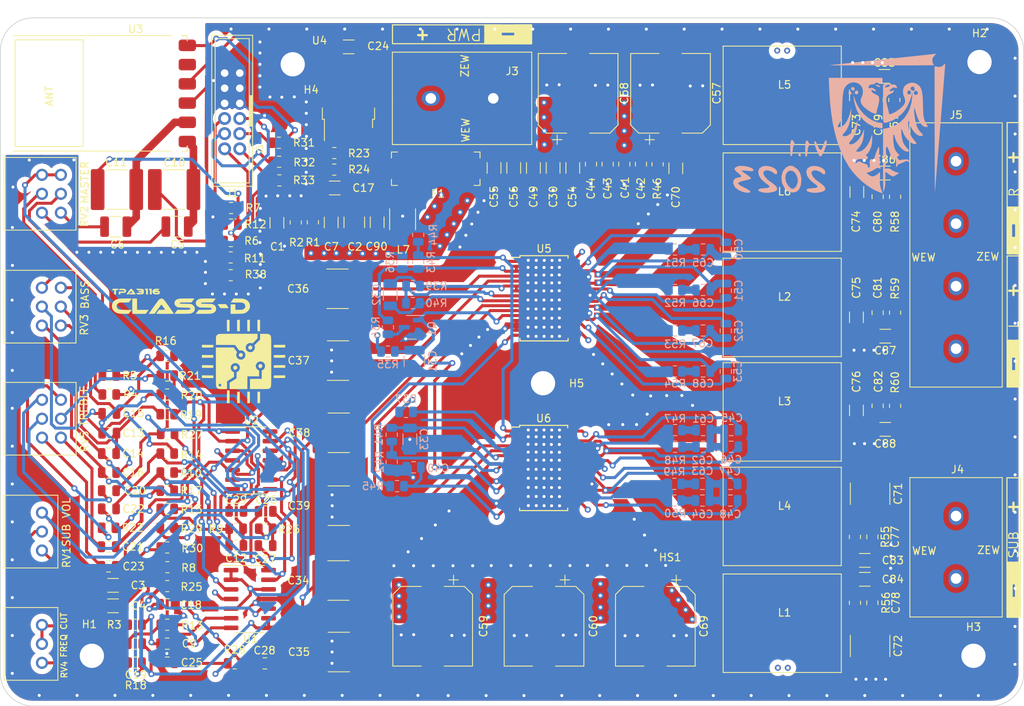
<source format=kicad_pcb>
(kicad_pcb (version 20211014) (generator pcbnew)
  (title_block (title "Wzmacniacz TPA3116 v. 1.0") (company "Damian Jarczok"))
  (layers (0 "F.Cu" signal) (1 "In1.Cu" power "VDD.Cu") (2 "In2.Cu" power "GND.Cu") (31 "B.Cu" signal) (34 "B.Paste" user) (35 "F.Paste" user) (36 "B.SilkS" user "B.Silkscreen") (37 "F.SilkS" user "F.Silkscreen") (38 "B.Mask" user) (39 "F.Mask" user) (44 "Edge.Cuts" user))
  (net 0 "")
  (net 1 "INN_SUB")
  (net 2 "Net-(C11-Pad1)")
  (net 3 "Net-(C14-Pad1)")
  (net 4 "Net-(C12-Pad1)")
  (net 5 "Net-(R5-Pad1)")
  (net 6 "Net-(C12-Pad2)")
  (net 7 "Net-(C10-Pad1)")
  (net 8 "Net-(C22-Pad1)")
  (net 9 "Net-(C13-Pad1)")
  (net 10 "Net-(C9-Pad2)")
  (net 11 "Net-(C19-Pad1)")
  (net 12 "Net-(C21-Pad2)")
  (net 13 "Net-(C26-Pad1)")
  (net 14 "Net-(C64-Pad2)")
  (net 15 "Net-(C66-Pad2)")
  (net 16 "Net-(C33-Pad1)")
  (net 17 "Net-(R41-Pad2)")
  (net 18 "Net-(C9-Pad1)")
  (net 19 "Net-(C63-Pad2)")
  (net 20 "Net-(C62-Pad2)")
  (net 21 "Net-(C61-Pad2)")
  (net 22 "SYNC")
  (net 23 "Net-(R45-Pad2)")
  (net 24 "MODSEL")
  (net 25 "Net-(R34-Pad1)")
  (net 26 "Net-(C67-Pad2)")
  (net 27 "Net-(C65-Pad2)")
  (net 28 "Net-(R39-Pad2)")
  (net 29 "Net-(C32-Pad2)")
  (net 30 "Net-(C68-Pad2)")
  (net 31 "Net-(C32-Pad1)")
  (net 32 "Net-(C17-Pad1)")
  (net 33 "VDD")
  (net 34 "SD_SUB")
  (net 35 "MUTE")
  (net 36 "5V")
  (net 37 "Net-(R4-Pad1)")
  (net 38 "Net-(R3-Pad1)")
  (net 39 "P_SUB")
  (net 40 "Net-(C86-Pad1)")
  (net 41 "N_SUB")
  (net 42 "Net-(C87-Pad1)")
  (net 43 "PR")
  (net 44 "Net-(C88-Pad1)")
  (net 45 "NR")
  (net 46 "PL")
  (net 47 "NL")
  (net 48 "Net-(C84-Pad1)")
  (net 49 "Net-(Q1-Pad2)")
  (net 50 "Net-(R23-Pad2)")
  (net 51 "Net-(J1-Pad1)")
  (net 52 "Net-(J1-Pad2)")
  (net 53 "LINP")
  (net 54 "RINP")
  (net 55 "Net-(C28-Pad1)")
  (net 56 "Net-(C25-Pad2)")
  (net 57 "Net-(C20-Pad1)")
  (net 58 "Net-(C1-Pad1)")
  (net 59 "Net-(C19-Pad2)")
  (net 60 "Net-(J1-Pad3)")
  (net 61 "Net-(C27-Pad1)")
  (net 62 "Net-(R22-Pad2)")
  (net 63 "Net-(C29-Pad1)")
  (net 64 "Net-(R21-Pad2)")
  (net 65 "Net-(C15-Pad2)")
  (net 66 "Net-(C13-Pad2)")
  (net 67 "Net-(R18-Pad1)")
  (net 68 "Net-(C18-Pad2)")
  (net 69 "Net-(C16-Pad1)")
  (net 70 "Net-(C15-Pad1)")
  (net 71 "MID")
  (net 72 "INP_SUB")
  (net 73 "Net-(C36-Pad2)")
  (net 74 "Net-(C37-Pad2)")
  (net 75 "Net-(C38-Pad2)")
  (net 76 "Net-(C39-Pad2)")
  (net 77 "Net-(C53-Pad1)")
  (net 78 "Net-(C53-Pad2)")
  (net 79 "Net-(C52-Pad2)")
  (net 80 "Net-(C52-Pad1)")
  (net 81 "Net-(C51-Pad1)")
  (net 82 "Net-(C51-Pad2)")
  (net 83 "Net-(C50-Pad2)")
  (net 84 "Net-(C50-Pad1)")
  (net 85 "Net-(C34-Pad2)")
  (net 86 "Net-(C35-Pad2)")
  (net 87 "Net-(C48-Pad1)")
  (net 88 "Net-(C47-Pad2)")
  (net 89 "Net-(C47-Pad1)")
  (net 90 "Net-(C46-Pad1)")
  (net 91 "Net-(C45-Pad2)")
  (net 92 "Net-(C45-Pad1)")
  (net 93 "Net-(J1-Pad4)")
  (net 94 "RIN_LINE")
  (net 95 "R")
  (net 96 "Net-(C5-Pad2)")
  (net 97 "L")
  (net 98 "Net-(C6-Pad2)")
  (net 99 "Net-(C3-Pad2)")
  (net 100 "Net-(C22-Pad2)")
  (net 101 "LIN_LINE")
  (net 102 "Net-(R31-Pad1)")
  (net 103 "Net-(C23-Pad1)")
  (net 104 "Net-(C21-Pad1)")
  (net 105 "Net-(C20-Pad2)")
  (net 106 "+24V")
  (net 108 "Net-(C85-Pad1)")
  (net 109 "Net-(C70-Pad1)")
  (net 110 "Net-(C83-Pad1)")
  (footprint "Resistor_SMD:R_0805_2012Metric" (layer "F.Cu") (at 177.85 32.9 90)
    (fp_text reference "R57")
    (fp_text value "3.3R")
  )
  (footprint "Resistor_SMD:R_0805_2012Metric" (layer "F.Cu") (at 81.9 77)
    (fp_text reference "R27")
    (fp_text value "100R")
  )
  (footprint "Resistor_SMD:R_0805_2012Metric" (layer "F.Cu") (at 81.85 84.5)
    (fp_text reference "R17")
    (fp_text value "10k")
  )
  (footprint "BM20:Dlawik" (layer "F.Cu") (at 155.55 62.6)
    (fp_text reference "L2")
    (fp_text value "10u")
  )
  (footprint "Resistor_SMD:R_0805_2012Metric" (layer "F.Cu") (at 81.85 69.3 180)
    (fp_text reference "R21")
    (fp_text value "3.3k")
  )
  (footprint "Resistor_SMD:R_0805_2012Metric" (layer "F.Cu") (at 81.85 89.4 180)
    (fp_text reference "R29")
    (fp_text value "47k")
  )
  (footprint "Resistor_SMD:R_0805_2012Metric" (layer "F.Cu") (at 96.63 41.07 180)
    (fp_text reference "R32")
    (fp_text value "51k")
  )
  (footprint "Resistor_SMD:R_0805_2012Metric" (layer "F.Cu") (at 94.85 89.52 180)
    (fp_text reference "R26")
    (fp_text value "100R")
  )
  (footprint "Resistor_SMD:R_0805_2012Metric" (layer "F.Cu") (at 172.65 99.3 90)
    (fp_text reference "R56")
    (fp_text value "3.3R")
  )
  (footprint "Capacitor_SMD:C_1206_3216Metric" (layer "F.Cu") (at 105.81 25.9 180)
    (fp_text reference "C24")
    (fp_text value "1u")
  )
  (footprint "Capacitor_SMD:C_1206_3216Metric" (layer "F.Cu") (at 135.4 41.8875 -90)
    (fp_text reference "C54")
    (fp_text value "100n")
  )
  (footprint "Resistor_SMD:R_0805_2012Metric" (layer "F.Cu") (at 90.95 89.51 180)
    (fp_text reference "R9")
    (fp_text value "20k")
  )
  (footprint "Capacitor_SMD:C_0805_2012Metric" (layer "F.Cu") (at 140 41.3875 -90)
    (fp_text reference "C43")
    (fp_text value "1n")
  )
  (footprint "Capacitor_SMD:C_2220_5650Metric" (layer "F.Cu") (at 104.46 96.36)
    (fp_text reference "C34")
    (fp_text value "1u")
  )
  (footprint "Capacitor_SMD:C_1206_3216Metric" (layer "F.Cu") (at 127.6 41.8875 -90)
    (fp_text reference "C56")
    (fp_text value "100n")
  )
  (footprint "Capacitor_SMD:C_1206_3216Metric" (layer "F.Cu") (at 130.2 41.8875 -90)
    (fp_text reference "C49")
    (fp_text value "100n")
  )
  (footprint "Resistor_SMD:R_0805_2012Metric" (layer "F.Cu") (at 81.85 82.1 180)
    (fp_text reference "R10")
    (fp_text value "20k")
  )
  (footprint "Capacitor_SMD:C_1206_3216Metric" (layer "F.Cu") (at 109.57 49.06 90)
    (fp_text reference "C90")
    (fp_text value "10u")
  )
  (footprint "Capacitor_SMD:C_2220_5650Metric" (layer "F.Cu") (at 174.65 105 -90)
    (fp_text reference "C72")
    (fp_text value "1u")
  )
  (footprint "Capacitor_SMD:C_0805_2012Metric" (layer "F.Cu") (at 74.15 86.9 180)
    (fp_text reference "C22")
    (fp_text value "3.3n")
  )
  (footprint "Capacitor_SMD:C_1206_3216Metric" (layer "F.Cu") (at 74.7 97 180)
    (fp_text reference "C3")
    (fp_text value "2.2u")
  )
  (footprint "Capacitor_SMD:C_1206_3216Metric" (layer "F.Cu") (at 149 41.9375 -90)
    (fp_text reference "C70")
    (fp_text value "100n")
  )
  (footprint "Capacitor_SMD:C_1206_3216Metric" (layer "F.Cu") (at 96.33 49.13 -90)
    (fp_text reference "C1")
    (fp_text value "2.2u")
  )
  (footprint "Package_TO_SOT_SMD:TO-252-2" (layer "F.Cu") (at 105.78 32.99 90)
    (fp_text reference "U4")
    (fp_text value "LM217MDT")
  )
  (footprint "Resistor_SMD:R_0805_2012Metric" (layer "F.Cu") (at 90.29 47.18)
    (fp_text reference "R7")
    (fp_text value "0R")
  )
  (footprint "Capacitor_SMD:C_0805_2012Metric" (layer "F.Cu") (at 74.2 74.3 180)
    (fp_text reference "C15")
    (fp_text value "33n")
  )
  (footprint "Capacitor_SMD:C_0805_2012Metric" (layer "F.Cu") (at 175.65 61 -90)
    (fp_text reference "C81")
    (fp_text value "1n")
  )
  (footprint "Capacitor_SMD:C_0805_2012Metric" (layer "F.Cu") (at 81.8625 99.5 180)
    (fp_text reference "C18")
    (fp_text value "220n")
  )
  (footprint "Resistor_SMD:R_0805_2012Metric" (layer "F.Cu") (at 177.95 73.3 -90)
    (fp_text reference "R60")
    (fp_text value "3.3R")
  )
  (footprint "Capacitor_SMD:C_0805_2012Metric" (layer "F.Cu") (at 94.75 107.3)
    (fp_text reference "C28")
    (fp_text value "470n")
  )
  (footprint "Resistor_SMD:R_0805_2012Metric" (layer "F.Cu") (at 90.26 51.54 180)
    (fp_text reference "R6")
    (fp_text value "0R")
  )
  (footprint "Capacitor_SMD:C_1206_3216Metric" (layer "F.Cu") (at 132.8 41.8875 -90)
    (fp_text reference "C30")
    (fp_text value "10n")
  )
  (footprint "BM20:Screw 4" (layer "F.Cu") (at 186 41 -90)
    (fp_text reference "J5")
    (fp_text value "LPOUT")
  )
  (footprint "Resistor_SMD:R_0805_2012Metric" (layer "F.Cu") (at 81.8625 94.6)
    (fp_text reference "R8")
    (fp_text value "20k")
  )
  (footprint "Capacitor_SMD:C_1206_3216Metric" (layer "F.Cu") (at 176.65 76.4 180)
    (fp_text reference "C88")
    (fp_text value "10n")
  )
  (footprint "Capacitor_SMD:C_1206_3216Metric" (layer "F.Cu") (at 172.85 61.6 90)
    (fp_text reference "C75")
    (fp_text value "680n")
  )
  (footprint "BM20:Dlawik" (layer "F.Cu") (at 155.55 48.7)
    (fp_text reference "L6")
    (fp_text value "10u")
  )
  (footprint "Capacitor_SMD:C_1210_3225Metric" (layer "F.Cu") (at 83.15 49.63 180)
    (fp_text reference "C5")
    (fp_text value "10u")
  )
  (footprint "Capacitor_SMD:CP_Elec_10x10" (layer "F.Cu") (at 136.1 32.0325 90)
    (fp_text reference "C58")
    (fp_text value "220u")
  )
  (footprint "MountingHole:MountingHole_3.2mm_M3_DIN965_Pad" (layer "F.Cu") (at 188.3 106.3)
    (fp_text reference "H3")
    (fp_text value "MountingHole")
  )
  (footprint "Inductor_SMD:L_1812_4532Metric" (layer "F.Cu") (at 112.93 48.66 -90)
    (fp_text reference "L7")
    (fp_text value "100m")
  )
  (footprint "BM20:BM20" (layer "F.Cu") (at 84.5 38.4 90)
    (fp_text reference "U3")
    (fp_text value "MH-M18")
  )
  (footprint "Resistor_SMD:R_0805_2012Metric" (layer "F.Cu") (at 96.59 38.56 180)
    (fp_text reference "R31")
    (fp_text value "33k")
  )
  (footprint "BM20:IDC-Header_2x06_P2.54mm_Vertical" (layer "F.Cu") (at 91.43 39.36 180)
    (fp_text reference "J1")
    (fp_text value "Conn_02x06_Counter_Clockwise")
  )
  (footprint "Capacitor_SMD:C_0805_2012Metric" (layer "F.Cu") (at 90.96 91.73 180)
    (fp_text reference "C12")
    (fp_text value "1n")
  )
  (footprint "Capacitor_SMD:C_0805_2012Metric" (layer "F.Cu") (at 137.8 41.3875 -90)
    (fp_text reference "C44")
    (fp_text value "1n")
  )
  (footprint "BM20:Pot single" (layer "F.Cu") (at 65.31 92.4 90)
    (fp_text reference "RV1")
    (fp_text value "50k")
  )
  (footprint "Capacitor_SMD:C_0805_2012Metric" (layer "F.Cu") (at 74.15 84.5 180)
    (fp_text reference "C20")
    (fp_text value "3.3n")
  )
  (footprint "Capacitor_SMD:C_2220_5650Metric" (layer "F.Cu") (at 104.5 105.8)
    (fp_text reference "C35")
    (fp_text value "1u")
  )
  (footprint "Capacitor_SMD:C_1206_3216Metric" (layer "F.Cu") (at 103.5 49.09 90)
    (fp_text reference "C7")
    (fp_text value "100n")
  )
  (footprint "Resistor_SMD:R_0805_2012Metric" (layer "F.Cu") (at 90.23 53.7 180)
    (fp_text reference "R11")
    (fp_text value "1M")
  )
  (footprint "Resistor_SMD:R_0805_2012Metric" (layer "F.Cu") (at 81.85 71.8)
    (fp_text reference "R20")
    (fp_text value "10k")
  )
  (footprint "Capacitor_SMD:C_0805_2012Metric" (layer "F.Cu") (at 81.85 104.7)
    (fp_text reference "C9")
    (fp_text value "330p")
  )
  (footprint "Resistor_SMD:R_0805_2012Metric" (layer "F.Cu") (at 101.08 49.07 90)
    (fp_text reference "R1")
    (fp_text value "20k")
  )
  (footprint "Capacitor_SMD:C_0805_2012Metric" (layer "F.Cu") (at 94.85 87.23 180)
    (fp_text reference "C26")
    (fp_text value "1n")
  )
  (footprint "Resistor_SMD:R_0805_2012Metric" (layer "F.Cu") (at 172.65 90.6 -90)
    (fp_text reference "R55")
    (fp_text value "3.3R")
  )
  (footprint "Capacitor_SMD:C_2220_5650Metric" (layer "F.Cu") (at 82.76 44.74)
    (fp_text reference "C10")
    (fp_text value "1u")
  )
  (footprint "Resistor_SMD:R_0805_2012Metric" (layer "F.Cu") (at 74.1 89.4 180)
    (fp_text reference "R22")
    (fp_text value "3.3k")
  )
  (footprint "Capacitor_SMD:C_0805_2012Metric" (layer "F.Cu") (at 81.85 107.2)
    (fp_text reference "C25")
    (fp_text value "220n")
  )
  (footprint "Capacitor_SMD:C_1206_3216Metric" (layer "F.Cu") (at 103.96 44.53 180)
    (fp_text reference "C17")
    (fp_text value "100n")
  )
  (footprint "BM20:Dlawik" (layer "F.Cu") (at 155.55 90.2)
    (fp_text reference "L4")
    (fp_text value "10u")
  )
  (footprint "Capacitor_SMD:C_2220_5650Metric" (layer "F.Cu") (at 75.21 44.74)
    (fp_text reference "C11")
    (fp_text value "1u")
  )
  (footprint "Resistor_SMD:R_0805_2012Metric" (layer "F.Cu") (at 77.6 107.2)
    (fp_text reference "R18")
    (fp_text value "4.7k")
  )
  (footprint "Resistor_SMD:R_0805_2012Metric" (layer "F.Cu") (at 98.82 49.08 -90)
    (fp_text reference "R2")
    (fp_text value "20k")
  )
  (footprint "Resistor_SMD:R_0805_2012Metric" (layer "F.Cu") (at 81.8375 66.7 180)
    (fp_text reference "R16")
    (fp_text value "10k")
  )
  (footprint "Capacitor_SMD:C_1206_3216Metric" (layer "F.Cu") (at 176.65 64.1 180)
    (fp_text reference "C87")
    (fp_text value "10n")
  )
  (footprint "BM20:Fuse" (layer "F.Cu") (at 111.65 44.0875)
    (fp_text reference "F1")
    (fp_text value "32V/10A")
  )
  (footprint "Capacitor_SMD:C_1206_3216Metric" (layer "F.Cu") (at 74.7 99.7 180)
    (fp_text reference "C4")
    (fp_text value "2.2u")
  )
  (footprint "Package_SO:SOIC-14_3.9x8.7mm_P1.27mm" (layer "F.Cu") (at 92.95 80.5)
    (fp_text reference "U2")
    (fp_text value "OPA1604")
  )
  (footprint "Resistor_SMD:R_0805_2012Metric" (layer "F.Cu") (at 74.2 69.3)
    (fp_text reference "R5")
    (fp_text value "10k")
  )
  (footprint "BM20:Pot single" (layer "F.Cu") (at 65.31 107.23 90)
    (fp_text reference "RV4")
    (fp_text value "100k")
  )
  (footprint "Capacitor_SMD:C_0805_2012Metric" (layer "F.Cu") (at 74.15 82.1)
    (fp_text reference "C16")
    (fp_text value "33n")
  )
  (footprint "Resistor_SMD:R_0805_2012Metric" (layer "F.Cu") (at 77.6 102.2)
    (fp_text reference "R3")
    (fp_text value "10k")
  )
  (footprint "Resistor_SMD:R_0805_2012Metric" (layer "F.Cu") (at 103.92 39.92 180)
    (fp_text reference "R23")
    (fp_text value "330R")
  )
  (footprint "Capacitor_SMD:C_0805_2012Metric" (layer "F.Cu") (at 74.15 79.6)
    (fp_text reference "C14")
    (fp_text value "33n")
  )
  (footprint "Capacitor_SMD:C_2220_5650Metric" (layer "F.Cu") (at 104.4 67.32)
    (fp_text reference "C37")
    (fp_text value "1u")
  )
  (footprint "Capacitor_SMD:C_2220_5650Metric" (layer "F.Cu") (at 174.65 84.9 -90)
    (fp_text reference "C71")
    (fp_text value "1u")
  )
  (footprint "Resistor_SMD:R_0805_2012Metric" (layer "F.Cu") (at 90.24 56.05 180)
    (fp_text reference "R38")
    (fp_text value "9.1k")
  )
  (footprint "Resistor_SMD:R_0805_2012Metric" (layer "F.Cu") (at 177.95 61 -90)
    (fp_text reference "R59")
    (fp_text value "3.3R")
  )
  (footprint "Capacitor_SMD:C_0805_2012Metric" (layer "F.Cu") (at 144.4 41.3875 -90)
    (fp_text reference "C42")
    (fp_text value "1n")
  )
  (footprint "Capacitor_SMD:C_1206_3216Metric" (layer "F.Cu") (at 125 41.8875 -90)
    (fp_text reference "C55")
    (fp_text value "100n")
  )
  (footprint "Resistor_SMD:R_0805_2012Metric" (layer "F.Cu") (at 81.85 74.4)
    (fp_text reference "R19")
    (fp_text value "10k")
  )
  (footprint "Capacitor_SMD:CP_Elec_10x10" (layer "F.Cu") (at 131.6 102.4 -90)
    (fp_text reference "C60")
    (fp_text value "220u")
  )
  (footprint "Resistor_SMD:R_0805_2012Metric" (layer "F.Cu") (at 81.85 92 180)
    (fp_text reference "R30")
    (fp_text value "47k")
  )
  (footprint "Resistor_SMD:R_0805_2012Metric" (layer "F.Cu") (at 74.2 71.8)
    (fp_text reference "R4")
    (fp_text value "10k")
  )
  (footprint "BM20:Pot dual" (layer "F.Cu") (at 65.31 47.8 90)
    (fp_text reference "RV2")
    (fp_text value "50k")
  )
  (footprint "Capacitor_SMD:C_0805_2012Metric" (layer "F.Cu") (at 74.1 94.5)
    (fp_text reference "C23")
    (fp_text value "3.3n")
  )
  (footprint "BM20:Pot dual" (layer "F.Cu") (at 65.32 77.5 90)
    (fp_text reference "RV5")
    (fp_text value "100k")
  )
  (footprint "Capacitor_SMD:C_1206_3216Metric" (layer "F.Cu") (at 172.85 73.9 -90)
    (fp_text reference "C76")
    (fp_text value "680n")
  )
  (footprint "Capacitor_SMD:C_1206_3216Metric" (layer "F.Cu") (at 172.9 45.0625 90)
    (fp_text reference "C74")
    (fp_text value "680n")
  )
  (footprint "Capacitor_SMD:C_1206_3216Metric" (layer "F.Cu") (at 176.6 42.5625 180)
    (fp_text reference "C86")
    (fp_text value "10n")
  )
  (footprint "BM20:Dlawik" (layer "F.Cu") (at 155.55 76.4)
    (fp_text reference "L3")
    (fp_text value "10u")
  )
  (footprint "BM20:Dlawik" (layer "F.Cu") (at 155.55 34.6)
    (fp_text reference "L5")
    (fp_text value "10u")
  )
  (footprint "Capacitor_SMD:C_0805_2012Metric" (layer "F.Cu") (at 90.97 87.22 180)
    (fp_text reference "C29")
    (fp_text value "1n")
  )
  (footprint "Resistor_SMD:R_0805_2012Metric" (layer "F.Cu") (at 90.27 49.36)
    (fp_text reference "R12")
    (fp_text value "1M")
  )
  (footprint "MountingHole:MountingHole_3.2mm_M3_DIN965_Pad" (layer "F.Cu") (at 71.9 106.3)
    (fp_text reference "H1")
    (fp_text value "MountingHole")
  )
  (footprint "Capacitor_SMD:CP_Elec_10x10" (layer "F.Cu") (at 116.9 102.4 -90)
    (fp_text reference "C59")
    (fp_text value "220u")
  )
  (footprint "Resistor_SMD:R_0805_2012Metric" (layer "F.Cu") (at 90.75 107.3 180)
    (fp_text reference "R28")
    (fp_text value "4.7k")
  )
  (footprint "Resistor_SMD:R_0805_2012Metric" (layer "F.Cu") (at 103.9 42.11)
    (fp_text reference "R24")
    (fp_text value "1k")
  )
  (footprint "MountingHole:MountingHole_3.2mm_M3_DIN965_Pad" (layer "F.Cu") (at 98.42 28.2 -90)
    (fp_text reference "H4")
    (fp_text value "MountingHole")
  )
  (footprint "BM20:Screw 2" (layer "F.Cu") (at 116.65 32.7)
    (fp_text reference "J3")
    (fp_text value "VIN")
  )
  (footprint "Resistor_SMD:R_0805_2012Metric" (layer "F.Cu") (at 146.6 41.4 -90)
    (fp_text reference "R46")
    (fp_text value "3.3R")
  )
  (footprint "Capacitor_SMD:C_1206_3216Metric" (layer "F.Cu") (at 173.95 93.7)
    (fp_text reference "C83")
    (fp_text value "10n")
  )
  (footprint "MountingHole:MountingHole_3.2mm_M3_DIN965_Pad" (layer "F.Cu") (at 189.1 27.9)
    (fp_text reference "H2")
    (fp_text value "MountingHole")
  )
  (footprint "Capacitor_SMD:C_1210_3225Metric" (layer "F.Cu") (at 75.05 49.64 180)
    (fp_text reference "C6")
    (fp_text value "10u")
  )
  (footprint "Capacitor_SMD:CP_Elec_10x10" (layer "F.Cu") (at 148.3 32.0325 90)
    (fp_text reference "C57")
    (fp_text value "220u")
  )
  (footprint "Package_SO:SOIC-14_3.9x8.7mm_P1.27mm" (layer "F.Cu") (at 92.75 98.8)
    (fp_text reference "U1")
    (fp_text value "OPA1604")
  )
  (footprint "Resistor_SMD:R_0805_2012Metric" (layer "F.Cu") (at 81.85 86.9 180)
    (fp_text reference "R15")
    (fp_text value "10k")
  )
  (footprint "MountingHole:MountingHole_3.2mm_M3_DIN965_Pad" (layer "F.Cu") (at 131.47 70.31)
    (fp_text reference "H5")
    (fp_text value "MountingHole")
  )
  (footprint "Resistor_SMD:R_0805_2012Metric" (layer "F.Cu") (at 96.66 43.53 180)
    (fp_text reference "R33")
    (fp_text value "0R")
  )
  (footprint "Capacitor_SMD:C_0805_2012Metric" (layer "F.Cu") (at 142.2 41.3875 -90)
    (fp_text reference "C41")
    (fp_text value "1n")
  )
  (footprint "BM20:Dlawik" (layer "F.Cu") (at 155.55 104.3)
    (fp_text reference "L1")
    (fp_text value "10u")
  )
  (footprint "Capacitor_SMD:C_2220_5650Metric" (layer "F.Cu") (at 104.34 57.84)
    (fp_text reference "C36")
    (fp_text value "1u")
  )
  (footprint "Capacitor_SMD:C_2220_5650Metric" (layer "F.Cu") (at 104.5 86.48)
    (fp_text reference "C39")
    (fp_text value "1u")
  )
  (footprint "Capacitor_SMD:C_0805_2012Metric" (layer "F.Cu") (at 175.65 45.6875 90)
    (fp_text reference "C80")
    (fp_text value "1n")
  )
  (footprint "Package_SO:HTSSOP-32-1EP_6.1x11mm_P0.65mm_EP5.2x11mm_Mask4.11x4.36mm" (layer "F.Cu") (at 131.6 59.1)
    (fp_text reference "U5")
    (fp_text value "TPA3116D2DADR")
  )
  (footprint "Capacitor_SMD:C_1206_3216Metric" (layer "F.Cu") (at 176.55 29.8 180)
    (fp_text reference "C85")
    (fp_text value "10n")
  )
  (footprint "LOGO" (layer "F.Cu") (at 83.9 59.82)
    (fp_text reference "G***")
    (fp_text value "LOGO" hide)
  )
  (footprint "Resistor_SMD:R_0805_2012Metric" (layer "F.Cu") (at 81.85 97.1)
    (fp_text reference "R25")
    (fp_text value "4.7k")
  )
  (footprint "LOGO" (layer "F.Cu") (at 91.907095 66.339478)
    (fp_text reference "G***")
    (fp_text value "LOGO" hide)
  )
  (footprint "Capacitor_SMD:CP_Elec_10x10" (layer "F.Cu") (at 146.3 102.4 -90)
    (fp_text reference "C69")
    (fp_text value "220u")
  )
  (footprint "Capacitor_SMD:C_0805_2012Metric" (layer "F.Cu") (at 174.95 99.3 90)
    (fp_text reference "C78")
    (fp_text value "1n")
  )
  (footprint "Capacitor_SMD:C_1210_3225Metric" (layer "F.Cu") (at 106.55 49.07 90)
    (fp_text reference "C2")
    (fp_text value "10u")
  )
  (footprint "BM20:Pot dual" (layer "F.Cu") (at 65.3 62.7 90)
    (fp_text reference "RV3")
    (fp_text value "100k")
  )
  (footprint "Capacitor_SMD:C_0805_2012Metric" (layer "F.Cu") (at 94.83 91.75)
    (fp_text reference "C27")
    (fp_text value "1n")
  )
  (footprint "Capacitor_SMD:C_2220_5650Metric" (layer "F.Cu") (at 104.5 76.86)
    (fp_text reference "C38")
    (fp_text value "1u")
  )
  (footprint "Capacitor_SMD:C_1206_3216Metric" (layer "F.Cu") (at 173.95 96.2)
    (fp_text reference "C84")
    (fp_text value "10n")
  )
  (footprint "Resistor_SMD:R_0805_2012Metric" (layer "F.Cu") (at 81.85 102.2 180)
    (fp_text reference "R13")
    (fp_text value "4.7k")
  )
  (footprint "Capacitor_SMD:C_0805_2012Metric" (layer "F.Cu") (at 74.2 76.9)
    (fp_text reference "C13")
    (fp_text value "33n")
  )
  (footprint "Resistor_SMD:R_0805_2012Metric" (layer "F.Cu") (at 81.85 79.6)
    (fp_text reference "R14")
    (fp_text value "10k")
  )
  (footprint "Resistor_SMD:R_0805_2012Metric" (layer "F.Cu") (at 177.95 45.6875 90)
    (fp_text reference "R58")
    (fp_text value "3.3R")
  )
  (footprint "Capacitor_SMD:C_0805_2012Metric" (layer "F.Cu") (at 175.65 32.9 90)
    (fp_text reference "C79")
    (fp_text value "1n")
  )
  (footprint "Capacitor_SMD:C_0805_2012Metric" (layer "F.Cu") (at 74.1 91.9)
    (fp_text reference "C21")
    (fp_text value "3.3n")
  )
  (footprint "BM20:Screw 2" (layer "F.Cu") (at 186 87.85 -90)
    (fp_text reference "J4")
    (fp_text value "SUBOUT")
  )
  (footprint "Capacitor_SMD:C_1206_3216Metric" (layer "F.Cu") (at 172.85 32.3 -90)
    (fp_text reference "C73")
    (fp_text value "680n")
  )
  (footprint "Capacitor_SMD:C_0805_2012Metric" (layer "F.Cu") (at 174.95 90.6 -90)
    (fp_text reference "C77")
    (fp_text value "1n")
  )
  (footprint "Capacitor_SMD:C_0805_2012Metric" (layer "F.Cu") (at 77.6 104.7)
    (fp_text reference "C19")
    (fp_text value "470n")
  )
  (footprint "Capacitor_SMD:C_0805_2012Metric" (layer "F.Cu") (at 175.65 73.3 -90)
    (fp_text reference "C82")
    (fp_text value "1n")
  )
  (footprint "Package_SO:HTSSOP-32-1EP_6.1x11mm_P0.65mm_EP5.2x11mm_Mask4.11x4.36mm" (layer "F.Cu") (at 131.55 81.5)
    (fp_text reference "U6")
    (fp_text value "TPA3116D2DADR")
  )
  (footprint "Resistor_SMD:R_0805_2012Metric" (layer "B.Cu") (at 148.9 52.65 180)
    (fp_text reference "R51")
    (fp_text value "10R")
  )
  (footprint "Resistor_SMD:R_0805_2012Metric" (layer "B.Cu") (at 148.8125 83.6 180)
    (fp_text reference "R49")
    (fp_text value "10R")
  )
  (footprint "Capacitor_SMD:C_0805_2012Metric" (layer "B.Cu") (at 152.5125 83.6 180)
    (fp_text reference "C63")
    (fp_text value "330p")
  )
  (footprint "Resistor_SMD:R_0805_2012Metric" (layer "B.Cu") (at 148.9 68.75 180)
    (fp_text reference "R54")
    (fp_text value "10R")
  )
  (footprint "Capacitor_SMD:C_1206_3216Metric" (layer "B.Cu") (at 113.8875 77.7 -90)
    (fp_text reference "C33")
    (fp_text value "1u")
  )
  (footprint "Resistor_SMD:R_0805_2012Metric" (layer "B.Cu") (at 112.8875 54.325 -90)
    (fp_text reference "R36")
    (fp_text value "100k")
  )
  (footprint "LOGO" (layer "B.Cu") (at 177 36.5 180)
    (fp_text reference "G***")
    (fp_text value "LOGO" hide)
  )
  (footprint "Capacitor_SMD:C_0805_2012Metric" (layer "B.Cu") (at 152.6 52.65 180)
    (fp_text reference "C65")
    (fp_text value "330p")
  )
  (footprint "Capacitor_SMD:C_0805_2012Metric" (layer "B.Cu") (at 155.6 63.4 -90)
    (fp_text reference "C52")
    (fp_text value "220n")
  )
  (footprint "Capacitor_SMD:C_0805_2012Metric" (layer "B.Cu") (at 152.5125 85.8 180)
    (fp_text reference "C64")
    (fp_text value "330p")
  )
  (footprint "Resistor_SMD:R_0805_2012Metric" (layer "B.Cu") (at 112.2 83.9 180)
    (fp_text reference "R45")
    (fp_text value "10k")
  )
  (footprint "Capacitor_SMD:C_0805_2012Metric" (layer "B.Cu") (at 152.6125 78.7 180)
    (fp_text reference "C62")
    (fp_text value "330p")
  )
  (footprint "Resistor_SMD:R_0805_2012Metric" (layer "B.Cu") (at 148.9125 78.7 180)
    (fp_text reference "R48")
    (fp_text value "10R")
  )
  (footprint "Capacitor_SMD:C_0805_2012Metric" (layer "B.Cu") (at 156.2125 83.6 180)
    (fp_text reference "C47")
    (fp_text value "220n")
  )
  (footprint "Capacitor_SMD:C_0805_2012Metric" (layer "B.Cu") (at 156.3125 76.5 180)
    (fp_text reference "C45")
    (fp_text value "220n")
  )
  (footprint "Capacitor_SMD:C_0805_2012Metric" (layer "B.Cu") (at 152.6 68.75 180)
    (fp_text reference "C68")
    (fp_text value "330p")
  )
  (footprint "Resistor_SMD:R_0805_2012Metric" (layer "B.Cu") (at 113.3875 74.1)
    (fp_text reference "R37")
    (fp_text value "100k")
  )
  (footprint "Resistor_SMD:R_0805_2012Metric" (layer "B.Cu") (at 148.9 58 180)
    (fp_text reference "R52")
    (fp_text value "10R")
  )
  (footprint "Resistor_SMD:R_0805_2012Metric" (layer "B.Cu") (at 111.4875 77.1 -90)
    (fp_text reference "R41")
    (fp_text value "100k")
  )
  (footprint "Resistor_SMD:R_0805_2012Metric" (layer "B.Cu") (at 114.3 57.47 180)
    (fp_text reference "R39")
    (fp_text value "75k")
  )
  (footprint "Package_TO_SOT_SMD:SOT-23" (layer "B.Cu") (at 114.0875 62.925 180)
    (fp_text reference "Q1")
    (fp_text value "MMBT2222A")
  )
  (footprint "Resistor_SMD:R_0805_2012Metric" (layer "B.Cu") (at 148.8125 85.8 180)
    (fp_text reference "R50")
    (fp_text value "10R")
  )
  (footprint "LOGO" (layer "B.Cu") (at 164.4 43.4 180)
    (fp_text reference "G***")
    (fp_text value "LOGO" hide)
  )
  (footprint "Capacitor_SMD:C_1206_3216Metric" (layer "B.Cu") (at 111.2875 58.625 -90)
    (fp_text reference "C32")
    (fp_text value "1u")
  )
  (footprint "Capacitor_SMD:C_0805_2012Metric" (layer "B.Cu") (at 155.6 68.75 90)
    (fp_text reference "C53")
    (fp_text value "220n")
  )
  (footprint "Resistor_SMD:R_0805_2012Metric" (layer "B.Cu") (at 114.2875 59.74)
    (fp_text reference "R40")
    (fp_text value "47k")
  )
  (footprint "Resistor_SMD:R_0805_2012Metric" (layer "B.Cu") (at 114.9875 50.725 -90)
    (fp_text reference "R44")
    (fp_text value "0R")
  )
  (footprint "Capacitor_SMD:C_0805_2012Metric" (layer "B.Cu") (at 152.6 63.35 180)
    (fp_text reference "C67")
    (fp_text value "330p")
  )
  (footprint "Capacitor_SMD:C_0805_2012Metric" (layer "B.Cu") (at 156.3125 78.7 180)
    (fp_text reference "C46")
    (fp_text value "220n")
  )
  (footprint "Capacitor_SMD:C_0805_2012Metric" (layer "B.Cu") (at 152.6125 76.5 180)
    (fp_text reference "C61")
    (fp_text value "330p")
  )
  (footprint "Capacitor_SMD:C_0805_2012Metric" (layer "B.Cu") (at 156.2125 85.8 180)
    (fp_text reference "C48")
    (fp_text value "220n")
  )
  (footprint "Resistor_SMD:R_0805_2012Metric" (layer "B.Cu") (at 148.9 63.35 180)
    (fp_text reference "R53")
    (fp_text value "10R")
  )
  (footprint "Capacitor_SMD:C_0805_2012Metric" (layer "B.Cu") (at 155.6 52.65 -90)
    (fp_text reference "C50")
    (fp_text value "220n")
  )
  (footprint "Resistor_SMD:R_0805_2012Metric" (layer "B.Cu") (at 110.9875 62.925 -90)
    (fp_text reference "R34")
    (fp_text value "100k")
  )
  (footprint "Capacitor_SMD:C_0805_2012Metric" (layer "B.Cu") (at 155.6 58.1 90)
    (fp_text reference "C51")
    (fp_text value "220n")
  )
  (footprint "Capacitor_SMD:C_0805_2012Metric" (layer "B.Cu") (at 114.39 81.41 180)
    (fp_text reference "C40")
    (fp_text value "1n")
  )
  (footprint "Capacitor_SMD:C_1210_3225Metric" (layer "B.Cu") (at 114.4875 67.425 -90)
    (fp_text reference "C31")
    (fp_text value "10u")
  )
  (footprint "Capacitor_SMD:C_0805_2012Metric" (layer "B.Cu") (at 152.6 58 180)
    (fp_text reference "C66")
    (fp_text value "330p")
  )
  (footprint "Resistor_SMD:R_0805_2012Metric" (layer "B.Cu") (at 114.9875 54.3125 90)
    (fp_text reference "R43")
    (fp_text value "0R")
  )
  (footprint "Resistor_SMD:R_0805_2012Metric" (layer "B.Cu") (at 148.9125 76.5 180)
    (fp_text reference "R47")
    (fp_text value "10R")
  )
  (footprint "Resistor_SMD:R_0805_2012Metric" (layer "B.Cu") (at 111.4875 80.7 -90)
    (fp_text reference "R42")
    (fp_text value "16k")
  )
  (footprint "Resistor_SMD:R_0805_2012Metric" (layer "B.Cu") (at 110.9875 66.125)
    (fp_text reference "R35")
    (fp_text value "100k")
  )
  (gr_rect (start 194.4 53.21) (end 192.77 51.05) (layer "F.SilkS") (width 0.15) (fill solid))
  (gr_rect (start 192.725 82.8) (end 194.475 101.2) (layer "F.SilkS") (width 0.15) (fill none))
  (gr_rect (start 194.475 101.2) (end 192.745 98.59) (layer "F.SilkS") (width 0.15) (fill solid))
  (gr_rect (start 194.4 49.26) (end 192.77 47.05) (layer "F.SilkS") (width 0.15) (fill solid))
  (gr_rect (start 193.41 100.11) (end 192.73 93.95) (layer "F.SilkS") (width 0.15) (fill solid))
  (gr_rect (start 123.79 23.965) (end 129.95 23.035) (layer "F.SilkS") (width 0.15) (fill solid))
  (gr_rect (start 111.59 25.48) (end 129.95 23) (layer "F.SilkS") (width 0.15) (fill none))
  (gr_rect (start 193.335 70.81) (end 192.755 64.65) (layer "F.SilkS") (width 0.15) (fill solid))
  (gr_rect (start 194.4 70.81) (end 193.87 64.65) (layer "F.SilkS") (width 0.15) (fill solid))
  (gr_rect (start 123.79 25.48) (end 125.95 23) (layer "F.SilkS") (width 0.15) (fill solid))
  (gr_rect (start 193.335 53.21) (end 192.755 47.05) (layer "F.SilkS") (width 0.15) (fill solid))
  (gr_rect (start 127.74 25.48) (end 129.95 23) (layer "F.SilkS") (width 0.15) (fill solid))
  (gr_rect (start 194.475 100.11) (end 193.845 93.95) (layer "F.SilkS") (width 0.15) (fill solid))
  (gr_rect (start 194.4 53.21) (end 193.87 47.05) (layer "F.SilkS") (width 0.15) (fill solid))
  (gr_rect (start 192.75 53.5) (end 194.4 70.8) (layer "F.SilkS") (width 0.15) (fill none))
  (gr_rect (start 194.475 96.81) (end 192.745 93.95) (layer "F.SilkS") (width 0.15) (fill solid))
  (gr_rect (start 123.79 25.48) (end 129.95 24.45) (layer "F.SilkS") (width 0.15) (fill solid))
  (gr_rect (start 194.4 66.86) (end 192.77 64.65) (layer "F.SilkS") (width 0.15) (fill solid))
  (gr_rect (start 192.75 35.9) (end 194.4 53.2) (layer "F.SilkS") (width 0.15) (fill none))
  (gr_rect (start 194.4 70.81) (end 192.77 68.65) (layer "F.SilkS") (width 0.15) (fill solid))
  (gr_line (start 59.82 26.4) (end 59.82 108.6) (layer "Edge.Cuts") (width 0.1))
  (gr_arc (start 64.15 112.93) (mid 61.088228 111.661772) (end 59.82 108.6) (layer "Edge.Cuts") (width 0.1))
  (gr_arc (start 194.93 108.6) (mid 193.661772 111.661772) (end 190.6 112.93) (layer "Edge.Cuts") (width 0.1))
  (gr_line (start 194.93 26.4) (end 194.93 108.6) (layer "Edge.Cuts") (width 0.1))
  (gr_arc (start 190.6 22.07) (mid 193.661772 23.338228) (end 194.93 26.4) (layer "Edge.Cuts") (width 0.1))
  (gr_line (start 64.16 22.07) (end 190.6 22.07) (layer "Edge.Cuts") (width 0.1))
  (gr_arc (start 59.82 26.4) (mid 61.091765 23.33469) (end 64.16 22.07) (layer "Edge.Cuts") (width 0.1))
  (gr_line (start 64.15 112.93) (end 190.6 112.93) (layer "Edge.Cuts") (width 0.1))
  (gr_text "R" (at 193.65 45.1 90) (layer "F.SilkS") (effects (font (size 1.2 1.2))))
  (gr_text "HS1" (at 148.25 93.3) (layer "F.SilkS") (effects (font (size 1 1))))
  (gr_text "SUB" (at 193.6 91.65 90) (layer "F.SilkS") (effects (font (size 1.2 1.2))))
  (gr_text "L" (at 193.625 62.575 90) (layer "F.SilkS") (effects (font (size 1.2 1.2))))
  (gr_text "+" (at 193.475 86.65 90) (layer "F.SilkS") (effects (font (size 1.5 1.5) (thickness 0.3))))
  (gr_text "+" (at 115.45 24.35 90) (layer "F.SilkS") (effects (font (size 1.5 1.5) (thickness 0.3))))
  (gr_text "TREBLE" (at 70.86 73.3 90) (layer "F.SilkS") (effects (font (size 1 1))))
  (gr_text "+" (at 193.475 58.1 90) (layer "F.SilkS") (effects (font (size 1.5 1.5) (thickness 0.3))))
  (gr_text "PWR" (at 121.03 24.25 180) (layer "F.SilkS") (effects (font (size 1.5 1.5))))
  (gr_text "SUB VOL" (at 68.54 88.65 90) (layer "F.SilkS") (effects (font (size 1 1))))
  (gr_text "BASS" (at 70.99 58.62 90) (layer "F.SilkS") (effects (font (size 1 1))))
  (gr_text "FREQ CUT" (at 68.2 103.55 90) (layer "F.SilkS") (effects (font (size 0.8 0.8))))
  (gr_text "+" (at 193.475 40.5 90) (layer "F.SilkS") (effects (font (size 1.5 1.5) (thickness 0.3))))
  (gr_text "MASTER\n" (at 70.96 43.79 90) (layer "F.SilkS") (effects (font (size 1 1))))
  (via (at 163.7 26.4) (size 0.8) (drill 0.4) (layers "F.Cu" "B.Cu") (net 0))
  (via (at 162.48 107.88) (size 0.8) (drill 0.4) (layers "F.Cu" "B.Cu") (net 0))
  (via (at 163.79 107.89) (size 0.8) (drill 0.4) (layers "F.Cu" "B.Cu") (net 0))
  (via (at 162.39 26.39) (size 0.8) (drill 0.4) (layers "F.Cu" "B.Cu") (net 0))
  (segment (start 127.9 84.425) (end 127.9 85.075) (width 0.4) (layer "F.Cu") (net 1))
  (segment (start 125.385 86.17) (end 126.48 85.075) (width 0.4) (layer "F.Cu") (net 1))
  (segment (start 110.235 48.25) (end 109.57 47.585) (width 0.4) (layer "F.Cu") (net 1))
  (segment (start 137.685 83.125) (end 135.2 83.125) (width 0.4) (layer "F.Cu") (net 1))
  (segment (start 88.89 49.36) (end 87.88 48.35) (width 0.4) (layer "F.Cu") (net 1))
  (segment (start 112.93 48.25) (end 110.235 48.25) (width 0.4) (layer "F.Cu") (net 1))
  (segment (start 136.1 28.0325) (end 136.2675 28.0325) (width 0.4) (layer "F.Cu") (net 1))
  (segment (start 127.95 63.325) (end 127.95 62.675) (width 0.4) (layer "F.Cu") (net 1))
  (segment (start 95.225 98.8) (end 94 98.8) (width 0.4) (layer "F.Cu") (net 1))
  (segment (start 80.9 106.9) (end 80.9 107.2) (width 0.5) (layer "F.Cu") (net 1))
  (segment (start 127.9 83.125) (end 127.9 82.475) (width 0.4) (layer "F.Cu") (net 1))
  (segment (start 127.9 85.725) (end 127.9 85.075) (width 0.4) (layer "F.Cu") (net 1))
  (segment (start 102.485 44.53) (end 102.485 46.6) (width 0.4) (layer "F.Cu") (net 1))
  (segment (start 138.66 78.91) (end 138.345 79.225) (width 0.4) (layer "F.Cu") (net 1))
  (segment (start 126.865 62.675) (end 127.95 62.675) (width 0.4) (layer "F.Cu") (net 1))
  (segment (start 135.25 58.775) (end 137.605 58.775) (width 0.4) (layer "F.Cu") (net 1))
  (segment (start 90.99 53.7) (end 89.82 54.87) (width 0.4) (layer "F.Cu") (net 1))
  (segment (start 101.96 86.49) (end 101.95 86.48) (width 0.4) (layer "F.Cu") (net 1))
  (segment (start 148.3 28.0325) (end 148.4675 28.0325) (width 0.4) (layer "F.Cu") (net 1))
  (segment (start 127.95 62.675) (end 127.95 62.025) (width 0.4) (layer "F.Cu") (net 1))
  (segment (start 137.92 83.36) (end 137.685 83.125) (width 0.4) (layer "F.Cu") (net 1))
  (segment (start 137.04 56.27) (end 137.47 56.27) (width 0.4) (layer "F.Cu") (net 1))
  (segment (start 126.095 82.475) (end 127.9 82.475) (width 0.4) (layer "F.Cu") (net 1))
  (segment (start 83.92 92) (end 84.48 92.56) (width 0.4) (layer "F.Cu") (net 1))
  (segment (start 89.3575 49.36) (end 88.89 49.36) (width 0.4) (layer "F.Cu") (net 1))
  (segment (start 125.31 86.17) (end 125.385 86.17) (width 0.4) (layer "F.Cu") (net 1))
  (segment (start 94.7 34.97) (end 93.09 33.36) (width 0.4) (layer "F.Cu") (net 1))
  (segment (start 102.485 46.6) (end 103.5 47.615) (width 0.4) (layer "F.Cu") (net 1))
  (segment (start 96.33 50.605) (end 98.2075 50.605) (width 0.4) (layer "F.Cu") (net 1))
  (segment (start 135.25 60.725) (end 136.105 60.725) (width 0.4) (layer "F.Cu") (net 1))
  (segment (start 101.88 67.35) (end 101.85 67.32) (width 0.4) (layer "F.Cu") (net 1))
  (segment (start 136.105 60.725) (end 136.14 60.76) (width 0.4) (layer "F.Cu") (net 1))
  (segment (start 138.345 79.225) (end 135.2 79.225) (width 0.4) (layer "F.Cu") (net 1))
  (segment (start 125.31 83.26) (end 126.095 82.475) (width 0.4) (layer "F.Cu") (net 1))
  (segment (start 136.485 56.825) (end 137.04 56.27) (width 0.4) (layer "F.Cu") (net 1))
  (segment (start 102.485 44.53) (end 102.485 44.4375) (width 0.4) (layer "F.Cu") (net 1))
  (segment (start 84.4 89.4) (end 82.7625 89.4) (width 0.5) (layer "F.Cu") (net 1))
  (segment (start 104.335 24.495) (end 104.335 25.9) (width 0.4) (layer "F.Cu") (net 1))
  (segment (start 97.34 52.21) (end 96.33 51.2) (width 0.4) (layer "F.Cu") (net 1))
  (segment (start 139.175 81.175) (end 135.2 81.175) (width 0.4) (layer "F.Cu") (net 1))
  (segment (start 91.1425 53.7) (end 90.99 53.7) (width 0.4) (layer "F.Cu") (net 1))
  (segment (start 137.29 60.76) (end 137.59 61.06) (width 0.4) (layer "F.Cu") (net 1))
  (segment (start 136.14 60.76) (end 137.29 60.76) (width 0.4) (layer "F.Cu") (net 1))
  (segment (start 87.53 54.87) (end 86.89 54.23) (width 0.4) (layer "F.Cu") (net 1))
  (segment (start 137.605 58.775) (end 137.68 58.7) (width 0.4) (layer "F.Cu") (net 1))
  (segment (start 105.28 23.55) (end 104.335 24.495) (width 0.4) (layer "F.Cu") (net 1))
  (segment (start 106.56 47.585) (end 106.55 47.595) (width 0.4) (layer "F.Cu") (net 1))
  (segment (start 126.43 63.11) (end 126.865 62.675) (width 0.4) (layer "F.Cu") (net 1))
  (segment (start 87.96 30.35) (end 84.99 33.32) (width 0.4) (layer "F.Cu") (net 1))
  (segment (start 102.485 44.4375) (end 104.8125 42.11) (width 0.4) (layer "F.Cu") (net 1))
  (segment (start 126.48 85.075) (end 127.9 85.075) (width 0.4) (layer "F.Cu") (net 1))
  (segment (start 94 98.8) (end 93.5 99.3) (width 0.4) (layer "F.Cu") (net 1))
  (segment (start 98.2075 50.605) (end 98.82 49.9925) (width 0.4) (layer "F.Cu") (net 1))
  (segment (start 82.8125 99.8125) (end 84 101) (width 0.5) (layer "F.Cu") (net 1))
  (segment (start 96.74 80.5) (end 95.425 80.5) (width 0.4) (layer "F.Cu") (net 1))
  (segment (start 93.09 33.36) (end 91.43 33.36) (width 0.4) (layer "F.Cu") (net 1))
  (segment (start 97.2 80.96) (end 96.74 80.5) (width 0.4) (layer "F.Cu") (net 1))
  (segment (start 135.25 56.825) (end 136.485 56.825) (width 0.4) (layer "F.Cu") (net 1))
  (segment (start 89.43 33.36) (end 91.43 33.36) (width 0.4) (layer "F.Cu") (net 1))
  (segment (start 84.99 33.32) (end 84.5 33.32) (width 0.4) (layer "F.Cu") (net 1))
  (segment (start 127.9 81.825) (end 127.9 82.475) (width 0.4) (layer "F.Cu") (net 1))
  (segment (start 82.7625 92) (end 83.92 92) (width 0.4) (layer "F.Cu") (net 1))
  (segment (start 81.8 106) (end 80.9 106.9) (width 0.5) (layer "F.Cu") (net 1))
  (segment (start 96.33 51.2) (end 96.33 50.605) (width 0.4) (layer "F.Cu") (net 1))
  (segment (start 109.57 47.585) (end 106.56 47.585) (width 0.4) (layer "F.Cu") (net 1))
  (segment (start 137.92 83.62) (end 137.92 83.36) (width 0.4) (layer "F.Cu") (net 1))
  (segment (start 89.82 54.87) (end 87.53 54.87) (width 0.4) (layer "F.Cu") (net 1))
  (segment (start 106.53 47.615) (end 106.55 47.595) (width 0.4) (layer "F.Cu") (net 1))
  (segment (start 139.62 81.62) (end 139.175 81.175) (width 0.4) (layer "F.Cu") (net 1))
  (segment (start 103.5 47.615) (end 106.53 47.615) (width 0.4) (layer "F.Cu") (net 1))
  (segment (start 149 43.4125) (end 148.8125 43.6) (width 0.4) (layer "F.Cu") (net 1))
  (segment (start 89.3575 49.36) (end 89.3575 49.5075) (width 0.4) (layer "F.Cu") (net 1))
  (segment (start 82.8125 99.5) (end 82.8125 99.8125) (width 0.5) (layer "F.Cu") (net 1))
  (via (at 133.62 78.4) (size 0.8) (drill 0.4) (layers "F.Cu" "B.Cu") (net 1))
  (via (at 120.74 66.43) (size 0.8) (drill 0.4) (layers "F.Cu" "B.Cu") (net 1))
  (via (at 100.21 34.67) (size 0.8) (drill 0.4) (layers "F.Cu" "B.Cu") (net 1))
  (via (at 193.8 87.35) (size 0.8) (drill 0.4) (layers "F.Cu" "B.Cu") (net 1))
  (via (at 133.62 80.48) (size 0.8) (drill 0.4) (layers "F.Cu" "B.Cu") (net 1))
  (via (at 145.38 47.96) (size 0.8) (drill 0.4) (layers "F.Cu" "B.Cu") (net 1))
  (via (at 135.78 103.55) (size 0.8) (drill 0.4) (layers "F.Cu" "B.Cu") (net 1))
  (via (at 145.22 74.4) (size 0.8) (drill 0.4) (layers "F.Cu" "B.Cu") (net 1))
  (via (at 132.58 79.43) (size 0.8) (drill 0.4) (layers "F.Cu" "B.Cu") (net 1))
  (via (at 175.41 109.39) (size 0.8) (drill 0.4) (layers "F.Cu" "B.Cu") (net 1))
  (via (at 124.63 94.39) (size 0.8) (drill 0.4) (layers "F.Cu" "B.Cu") (net 1))
  (via (at 69.92 53.02) (size 0.8) (drill 0.4) (layers "F.Cu" "B.Cu") (net 1))
  (via (at 130.2 44.8) (size 0.8) (drill 0.4) (layers "F.Cu" "B.Cu") (net 1))
  (via (at 193.79 102.43) (size 0.8) (drill 0.4) (layers "F.Cu" "B.Cu") (net 1))
  (via (at 131.59 57.06) (size 0.8) (drill 0.4) (layers "F.Cu" "B.Cu") (net 1))
  (via (at 130.58 54.09) (size 0.8) (drill 0.4) (layers "F.Cu" "B.Cu") (net 1))
  (via (at 129.5 78.38) (size 0.8) (drill 0.4) (layers "F.Cu" "B.Cu") (net 1))
  (via (at 138.66 78.91) (size 0.8) (drill 0.4) (layers "F.Cu" "B.Cu") (net 1))
  (via (at 97.34 52.21) (size 0.8) (drill 0.4) (layers "F.Cu" "B.Cu") (net 1))
  (via (at 103.55 65.92) (size 0.8) (drill 0.4) (layers "F.Cu" "B.Cu") (net 1))
  (via (at 129.47 58.1) (size 0.8) (drill 0.4) (layers "F.Cu" "B.Cu") (net 1))
  (via (at 132.59 82.88) (size 0.8) (drill 0.4) (layers "F.Cu" "B.Cu") (net 1))
  (via (at 61.39 63.62) (size 0.8) (drill 0.4) (layers "F.Cu" "B.Cu") (net 1))
  (via (at 130.55 80.46) (size 0.8) (drill 0.4) (layers "F.Cu" "B.Cu") (net 1))
  (via (at 132.62 57.07) (size 0.8) (drill 0.4) (layers "F.Cu" "B.Cu") (net 1))
  (via (at 146.3 92.35) (size 0.8) (drill 0.4) (layers "F.Cu" "B.Cu") (net 1))
  (via (at 129.83 94.39) (size 0.8) (drill 0.4) (layers "F.Cu" "B.Cu") (net 1))
  (via (at 132.63 61.73) (size 0.8) (drill 0.4) (layers "F.Cu" "B.Cu") (net 1))
  (via (at 61.41 49.75) (size 0.8) (drill 0.4) (layers "F.Cu" "B.Cu") (net 1))
  (via (at 143.94 103.62) (size 0.8) (drill 0.4) (layers "F.Cu" "B.Cu") (net 1))
  (via (at 193.79 107.43) (size 0.8) (drill 0.4) (layers "F.Cu" "B.Cu") (net 1))
  (via (at 129.49 61.71) (size 0.8) (drill 0.4) (layers "F.Cu" "B.Cu") (net 1))
  (via (at 131.6 84.08) (size 0.8) (drill 0.4) (layers "F.Cu" "B.Cu") (net 1))
  (via (at 87.88 48.35) (size 0.8) (drill 0.4) (layers "F.Cu" "B.Cu") (net 1))
  (via (at 129.5 80.46) (size 0.8) (drill 0.4) (layers "F.Cu" "B.Cu") (net 1))
  (via (at 61.39 93.62) (size 0.8) (drill 0.4) (layers "F.Cu" "B.Cu") (net 1))
  (via (at 137.8 43.98) (size 0.8) (drill 0.4) (layers "F.Cu" "B.Cu") (net 1))
  (via (at 170.11 23.56) (size 0.8) (drill 0.4) (layers "F.Cu" "B.Cu") (net 1))
  (via (at 100.2 42.46) (size 0.8) (drill 0.4) (layers "F.Cu" "B.Cu") (net 1))
  (via (at 139.97 44) (size 0.8) (drill 0.4) (layers "F.Cu" "B.Cu") (net 1))
  (via (at 165.11 23.56) (size 0.8) (drill 0.4) (layers "F.Cu" "B.Cu") (net 1))
  (via (at 71.51 53.02) (size 0.8) (drill 0.4) (layers "F.Cu" "B.Cu") (net 1))
  (via (at 143.51 88.27) (size 0.8) (drill 0.4) (layers "F.Cu" "B.Cu") (net 1))
  (via (at 190.11 23.56) (size 0.8) (drill 0.4) (layers "F.Cu" "B.Cu") (net 1))
  (via (at 111.78 94.41) (size 0.8) (drill 0.4) (layers "F.Cu" "B.Cu") (net 1))
  (via (at 130.56 64.12) (size 0.8) (drill 0.4) (layers "F.Cu" "B.Cu") (net 1))
  (via (at 127.23 94.39) (size 0.8) (drill 0.4) (layers "F.Cu" "B.Cu") (net 1))
  (via (at 155.11 23.56) (size 0.8) (drill 0.4) (layers "F.Cu" "B.Cu") (net 1))
  (via (at 130.55 55.03) (size 0.8) (drill 0.4) (layers "F.Cu" "B.Cu") (net 1))
  (via (at 125 44.8) (size 0.8) (drill 0.4) (layers "F.Cu" "B.Cu") (net 1))
  (via (at 158.95 111.55) (size 0.8) (drill 0.4) (layers "F.Cu" "B.Cu") (net 1))
  (via (at 168.95 111.55) (size 0.8) (drill 0.4) (layers "F.Cu" "B.Cu") (net 1))
  (via (at 116.98 94.41) (size 0.8) (drill 0.4) (layers "F.Cu" "B.Cu") (net 1))
  (via (at 131.58 78.39) (size 0.8) (drill 0.4) (layers "F.Cu" "B.Cu") (net 1))
  (via (at 193.8 27.4) (size 0.8) (drill 0.4) (layers "F.Cu" "B.Cu") (net 1))
  (via (at 174.12 109.39) (size 0.8) (drill 0.4) (layers "F.Cu" "B.Cu") (net 1))
  (via (at 131.6 55.03) (size 0.8) (drill 0.4) (layers "F.Cu" "B.Cu") (net 1))
  (via (at 175.11 23.56) (size 0.8) (drill 0.4) (layers "F.Cu" "B.Cu") (net 1))
  (via (at 140.6 69.09) (size 0.8) (drill 0.4) (layers "F.Cu" "B.Cu") (net 1))
  (via (at 130.57 85.26) (size 0.8) (drill 0.4) (layers "F.Cu" "B.Cu") (net 1))
  (via (at 82.62 53.02) (size 0.8) (drill 0.4) (layers "F.Cu" "B.Cu") (net 1))
  (via (at 133.64 76.49) (size 0.8) (drill 0.4) (layers "F.Cu" "B.Cu") (net 1))
  (via (at 84.48 92.56) (size 0.8) (drill 0.4) (layers "F.Cu" "B.Cu") (net 1))
  (via (at 146.59 44.01) (size 0.8) (drill 0.4) (layers "F.Cu" "B.Cu") (net 1))
  (via (at 142.17 44.01) (size 0.8) (drill 0.4) (layers "F.Cu" "B.Cu") (net 1))
  (via (at 132.66 54.1) (size 0.8) (drill 0.4) (layers "F.Cu" "B.Cu") (net 1))
  (via (at 131.61 86.48) (size 0.8) (drill 0.4) (layers "F.Cu" "B.Cu") (net 1))
  (via (at 120.5 52.33) (size 0.8) (drill 0.4) (layers "F.Cu" "B.Cu") (net 1))
  (via (at 144.28 30.96) (size 0.8) (drill 0.4) (layers "F.Cu" "B.Cu") (net 1))
  (via (at 123.68 46.21) (size 0.8) (drill 0.4) (layers "F.Cu" "B.Cu") (net 1))
  (via (at 151.21 73.24) (size 0.8) (drill 0.4) (layers "F.Cu" "B.Cu") (net 1))
  (via (at 132.64 64.13) (size 0.8) (drill 0.4) (layers "F.Cu" "B.Cu") (net 1))
  (via (at 130.58 76.49) (size 0.8) (drill 0.4) (layers "F.Cu" "B.Cu") (net 1))
  (via (at 129.5 64.11) (size 0.8) (drill 0.4) (layers "F.Cu" "B.Cu") (net 1))
  (via (at 122.18 94.41) (size 0.8) (drill 0.4) (layers "F.Cu" "B.Cu") (net 1))
  (via (at 137.92 83.62) (size 0.8) (drill 0.4) (layers "F.Cu" "B.Cu") (net 1))
  (via (at 142.54 94.37) (size 0.8) (drill 0.4) (layers "F.Cu" "B.Cu") (net 1))
  (via (at 174.98 27.98) (size 0.8) (drill 0.4) (layers "F.Cu" "B.Cu") (net 1))
  (via (at 135.11 23.56) (size 0.8) (drill 0.4) (layers "F.Cu" "B.Cu") (net 1))
  (via (at 180.11 23.56) (size 0.8) (drill 0.4) (layers "F.Cu" "B.Cu") (net 1))
  (via (at 103.62 105.8) (size 0.8) (drill 0.4) (layers "F.Cu" "B.Cu") (net 1))
  (via (at 147.89 45.46) (size 0.8) (drill 0.4) (layers "F.Cu" "B.Cu") (net 1))
  (via (at 176.45 65.96) (size 0.8) (drill 0.4) (layers "F.Cu" "B.Cu") (net 1))
  (via (at 148.76 103.65) (size 0.8) (drill 0.4) (layers "F.Cu" "B.Cu") (net 1))
  (via (at 87.82 58.53) (size 0.8) (drill 0.4) (layers "F.Cu" "B.Cu") (net 1))
  (via (at 130.54 57.06) (size 0.8) (drill 0.4) (layers "F.Cu" "B.Cu") (net 1))
  (via (at 121.28 50.78) (size 0.8) (drill 0.4) (layers "F.Cu" "B.Cu") (net 1))
  (via (at 193.8 62.4) (size 0.8) (drill 0.4) (layers "F.Cu" "B.Cu") (net 1))
  (via (at 129.51 79.41) (size 0.8) (drill 0.4) (layers "F.Cu" "B.Cu") (net 1))
  (via (at 137.68 58.7) (size 0.8) (drill 0.4) (layers "F.Cu" "B.Cu") (net 1))
  (via (at 163.95 111.55) (size 0.8) (drill 0.4) (layers "F.Cu" "B.Cu") (net 1))
  (via (at 133.63 79.43) (size 0.8) (drill 0.4) (layers "F.Cu" "B.Cu") (net 1))
  (via (at 98.63 32.5) (size 0.8) (drill 0.4) (layers "F.Cu" "B.Cu") (net 1))
  (via (at 120.11 23.56) (size 0.8) (drill 0.4) (layers "F.Cu" "B.Cu") (net 1))
  (via (at 132.43 94.39) (size 0.8) (drill 0.4) (layers "F.Cu" "B.Cu") (net 1))
  (via (at 147.8 71.94) (size 0.8) (drill 0.4) (layers "F.Cu" "B.Cu") (net 1))
  (via (at 121.89 65.32) (size 0.8) (drill 0.4) (layers "F.Cu" "B.Cu") (net 1))
  (via (at 175.16 65.95) (size 0.8) (drill 0.4) (layers "F.Cu" "B.Cu") (net 1))
  (via (at 92.56 58.53) (size 0.8) (drill 0.4) (layers "F.Cu" "B.Cu") (net 1))
  (via (at 150.11 23.56) (size 0.8) (drill 0.4) (layers "F.Cu" "B.Cu") (net 1))
  (via (at 74.66 53.02) (size 0.8) (drill 0.4) (layers "F.Cu" "B.Cu") (net 1))
  (via (at 139.62 81.62) (size 0.8) (drill 0.4) (layers "F.Cu" "B.Cu") (net 1))
  (via (at 193.8 57.4) (size 0.8) (drill 0.4) (layers "F.Cu" "B.Cu") (net 1))
  (via (at 119.43 103.62) (size 0.8) (drill 0.4) (layers "F.Cu" "B.Cu") (net 1))
  (via (at 132.8 44.8) (size 0.8) (drill 0.4) (layers "F.Cu" "B.Cu") (net 1))
  (via (at 109.95 111.53) (size 0.8) (drill 0.4) (layers "F.Cu" "B.Cu") (net 1))
  (via (at 132.61 58.12) (size 0.8) (drill 0.4) (layers "F.Cu" "B.Cu") (net 1))
  (via (at 84.95 111.53) (size 0.8) (drill 0.4) (layers "F.Cu" "B.Cu") (net 1))
  (via (at 94.14 57.73) (size 0.8) (drill 0.4) (layers "F.Cu" "B.Cu") (net 1))
  (via (at 135.03 94.39) (size 0.8) (drill 0.4) (layers "F.Cu" "B.Cu") (net 1))
  (via (at 130.55 78.38) (size 0.8) (drill 0.4) (layers "F.Cu" "B.Cu") (net 1))
  (via (at 145.14 94.37) (size 0.8) (drill 0.4) (layers "F.Cu" "B.Cu") (net 1))
  (via (at 139.94 94.37) (size 0.8) (drill 0.4) (layers "F.Cu" "B.Cu") (net 1))
  (via (at 119.06 87.18) (size 0.8) (drill 0.4) (layers "F.Cu" "B.Cu") (net 1))
  (via (at 140.02 30.95) (size 0.8) (drill 0.4) (layers "F.Cu" "B.Cu") (net 1))
  (via (at 153.95 111.55) (size 0.8) (drill 0.4) (layers "F.Cu" "B.Cu") (net 1))
  (via (at 135.4 44.8) (size 0.8) (drill 0.4) (layers "F.Cu" "B.Cu") (net 1))
  (via (at 94.09 25.26) (size 0.8) (drill 0.4) (layers "F.Cu" "B.Cu") (net 1))
  (via (at 86.89 57.16) (size 0.8) (drill 0.4) (layers "F.Cu" "B.Cu") (net 1))
  (via (at 100.2 40.86) (size 0.8) (drill 0.4) (layers "F.Cu" "B.Cu") (net 1))
  (via (at 69.52 40.82) (size 0.8) (drill 0.4) (layers "F.Cu" "B.Cu") (net 1))
  (via (at 131.6 76.48) (size 0.8) (drill 0.4) (layers "F.Cu" "B.Cu") (net 1))
  (via (at 140.14 75.78) (size 0.8) (drill 0.4) (layers "F.Cu" "B.Cu") (net 1))
  (via (at 64.95 111.53) (size 0.8) (drill 0.4) (layers "F.Cu" "B.Cu") (net 1))
  (via (at 127.6 44.8) (size 0.8) (drill 0.4) (layers "F.Cu" "B.Cu") (net 1))
  (via (at 129.51 81.68) (size 0.8) (drill 0.4) (layers "F.Cu" "B.Cu") (net 1))
  (via (at 133.61 56.01) (size 0.8) (drill 0.4) (layers "F.Cu" "B.Cu") (net 1))
  (via (at 94.09 51.74) (size 0.8) (drill 0.4) (layers "F.Cu" "B.Cu") (net 1))
  (via (at 129.49 60.5) (size 0.8) (drill 0.4) (layers "F.Cu" "B.Cu") (net 1))
  (via (at 114.32 82.75) (size 0.8) (drill 0.4) (layers "F.Cu" "B.Cu") (net 1))
  (via (at 133.63 81.7) (size 0.8) (drill 0.4) (layers "F.Cu" "B.Cu") (net 1))
  (via (at 137.47 56.27) (size 0.8) (drill 0.4) (layers "F.Cu" "B.Cu") (net 1))
  (via (at 145.92 30.93) (size 0.8) (drill 0.4) (layers "F.Cu" "B.Cu") (net 1))
  (via (at 193.8 92.4) (size 0.8) (drill 0.4) (layers "F.Cu" "B.Cu") (net 1))
  (via (at 133.61 58.09) (size 0.8) (drill 0.4) (layers "F.Cu" "B.Cu") (net 1))
  (via (at 143.95 111.55) (size 0.8) (drill 0.4) (layers "F.Cu" "B.Cu") (net 1))
  (via (at 193.8 97.4) (size 0.8) (drill 0.4) (layers "F.Cu" "B.Cu") (net 1))
  (via (at 100.28 23.55) (size 0.8) (drill 0.4) (layers "F.Cu" "B.Cu") (net 1))
  (via (at 113.66 92.57) (size 0.8) (drill 0.4) (layers "F.Cu" "B.Cu") (net 1))
  (via (at 129.47 56.02) (size 0.8) (drill 0.4) (layers "F.Cu" "B.Cu") (net 1))
  (via (at 152.55 31.04) (size 0.8) (drill 0.4) (layers "F.Cu" "B.Cu") (net 1))
  (via (at 129.52 54.08) (size 0.8) (drill 0.4) (layers "F.Cu" "B.Cu") (net 1))
  (via (at 160.11 23.56) (size 0.8) (drill 0.4) (layers "F.Cu" "B.Cu") (net 1))
  (via (at 69.95 111.53) (size 0.8) (drill 0.4) (layers "F.Cu" "B.Cu") (net 1))
  (via (at 94.14 54.63) (size 0.8) (drill 0.4) (layers "F.Cu" "B.Cu") (net 1))
  (via (at 132.63 55.04) (size 0.8) (drill 0.4) (layers "F.Cu" "B.Cu") (net 1))
  (via (at 193.8 37.4) (size 0.8) (drill 0.4) (layers "F.Cu" "B.Cu") (net 1))
  (via (at 130.53 56.03) (size 0.8) (drill 0.4) (layers "F.Cu" "B.Cu") (net 1))
  (via (at 89.95 111.53) (size 0.8) (drill 0.4) (layers "F.Cu" "B.Cu") (net 1))
  (via (at 130.57 84.07) (size 0.8) (drill 0.4) (layers "F.Cu" "B.Cu") (net 1))
  (via (at 175.21 78.29) (size 0.8) (drill 0.4) (layers "F.Cu" "B.Cu") (net 1))
  (via (at 100.21 36.17) (size 0.8) (drill 0.4) (layers "F.Cu" "B.Cu") (net 1))
  (via (at 103.62 87.98) (size 0.8) (drill 0.4) (layers "F.Cu" "B.Cu") (net 1))
  (via (at 77.92 53.03) (size 0.8) (drill 0.4) (layers "F.Cu" "B.Cu") (net 1))
  (via (at 137.59 61.06) (size 0.8) (drill 0.4) (layers "F.Cu" "B.Cu") (net 1))
  (via (at 145.68 71.99) (size 0.8) (drill 0.4) (layers "F.Cu" "B.Cu") (net 1))
  (via (at 84.21 53.02) (size 0.8) (drill 0.4) (layers "F.Cu" "B.Cu") (net 1))
  (via (at 85.77 53.02) (size 0.8) (drill 0.4) (layers "F.Cu" "B.Cu") (net 1))
  (via (at 133.64 77.4) (size 0.8) (drill 0.4) (layers "F.Cu" "B.Cu") (net 1))
  (via (at 130.56 81.68) (size 0.8) (drill 0.4) (layers "F.Cu" "B.Cu") (net 1))
  (via (at 133.63 55.01) (size 0.8) (drill 0.4) (layers "F.Cu" "B.Cu") (net 1))
  (via (at 132.59 84.09) (size 0.8) (drill 0.4) (layers "F.Cu" "B.Cu") (net 1))
  (via (at 61.48 44.41) (size 0.8) (drill 0.4) (layers "F.Cu" "B.Cu") (net 1))
  (via (at 146.62 46.72) (size 0.8) (drill 0.4) (layers "F.Cu" "B.Cu") (net 1))
  (via (at 131.58 56.03) (size 0.8) (drill 0.4) (layers "F.Cu" "B.Cu") (net 1))
  (via (at 178.95 111.55) (size 0.8) (drill 0.4) (layers "F.Cu" "B.Cu") (net 1))
  (via (at 129.53 86.47) (size 0.8) (drill 0.4) (layers "F.Cu" "B.Cu") (net 1))
  (via (at 130.54 59.33) (size 0.8) (drill 0.4) (layers "F.Cu" "B.Cu") (net 1))
  (via (at 176.7 109.4) (size 0.8) (drill 0.4) (layers "F.Cu" "B.Cu") (net 1))
  (via (at 127.67 103.63) (size 0.8) (drill 0.4) (layers "F.Cu" "B.Cu") (net 1))
  (via (at 129.52 84.07) (size 0.8) (drill 0.4) (layers "F.Cu" "B.Cu") (net 1))
  (via (at 193.8 82.4) (size 0.8) (drill 0.4) (layers "F.Cu" "B.Cu") (net 1))
  (via (at 94.15 53.25) (size 0.8) (drill 0.4) (layers "F.Cu" "B.Cu") (net 1))
  (via (at 177.37 94.74) (size 0.8) (drill 0.4) (layers "F.Cu" "B.Cu") (net 1))
  (via (at 173.87 65.95) (size 0.8) (drill 0.4) (layers "F.Cu" "B.Cu") (net 1))
  (via (at 177.41 91.64) (size 0.8) (drill 0.4) (layers "F.Cu" "B.Cu") (net 1))
  (via (at 61.39 108.62) (size 0.8) (drill 0.4) (layers "F.Cu" "B.Cu") (net 1))
  (via (at 94.09 29.71) (size 0.8) (drill 0.4) (layers "F.Cu" "B.Cu") (net 1))
  (via (at 95.41 32.52) (size 0.8) (drill 0.4) (layers "F.Cu" "B.Cu") (net 1))
  (via (at 96.44 45.56) (size 0.8) (drill 0.4) (layers "F.Cu" "B.Cu") (net 1))
  (via (at 150.4 103.62) (size 0.8) (drill 0.4) (layers "F.Cu" "B.Cu") (net 1))
  (via (at 129.52 85.26) (size 0.8) (drill 0.4) (layers "F.Cu" "B.Cu") (net 1))
  (via (at 130.11 23.56) (size 0.8) (drill 0.4) (layers "F.Cu" "B.Cu") (net 1))
  (via (at 148.95 111.55) (size 0.8) (drill 0.4) (layers "F.Cu" "B.Cu") (net 1))
  (via (at 94.7 34.97) (size 0.8) (drill 0.4) (layers "F.Cu" "B.Cu") (net 1))
  (via (at 130.57 82.86) (size 0.8) (drill 0.4) (layers "F.Cu" "B.Cu") (net 1))
  (via (at 94.09 26.71) (size 0.8) (drill 0.4) (layers "F.Cu" "B.Cu") (net 1))
  (via (at 61.39 98.62) (size 0.8) (drill 0.4) (layers "F.Cu" "B.Cu") (net 1))
  (via (at 131.58 80.47) (size 0.8) (drill 0.4) (layers "F.Cu" "B.Cu") (net 1))
  (via (at 100.2 39.32) (size 0.8) (drill 0.4) (layers "F.Cu" "B.Cu") (net 1))
  (via (at 142 75.77) (size 0.8) (drill 0.4) (layers "F.Cu" "B.Cu") (net 1))
  (via (at 132.61 76.49) (size 0.8) (drill 0.4) (layers "F.Cu" "B.Cu") (net 1))
  (via (at 113.88 77.73) (size 0.8) (drill 0.4) (layers "F.Cu" "B.Cu") (net 1))
  (via (at 133.63 60.49) (size 0.8) (drill 0.4) (layers "F.Cu" "B.Cu") (net 1))
  (via (at 130.55 61.72) (size 0.8) (drill 0.4) (layers "F.Cu" "B.Cu") (net 1))
  (via (at 177.36 96.39) (size 0.8) (drill 0.4) (layers "F.Cu" "B.Cu") (net 1))
  (via (at 133.6 30.9) (size 0.8) (drill 0.4) (layers "F.Cu" "B.Cu") (net 1))
  (via (at 133.64 84.09) (size 0.8) (drill 0.4) (layers "F.Cu" "B.Cu") (net 1))
  (via (at 147.66 94.37) (size 0.8) (drill 0.4) (layers "F.Cu" "B.Cu") (net 1))
  (via (at 125.31 83.26) (size 0.8) (drill 0.4) (layers "F.Cu" "B.Cu") (net 1))
  (via (at 193.8 77.4) (size 0.8) (drill 0.4) (layers "F.Cu" "B.Cu") (net 1))
  (via (at 89.41 58.53) (size 0.8) (drill 0.4) (layers "F.Cu" "B.Cu") (net 1))
  (via (at 105.28 23.55) (size 0.8) (drill 0.4) (layers "F.Cu" "B.Cu") (net 1))
  (via (at 122.06 49.29) (size 0.8) (drill 0.4) (layers "F.Cu" "B.Cu") (net 1))
  (via (at 130.56 79.41) (size 0.8) (drill 0.4) (layers "F.Cu" "B.Cu") (net 1))
  (via (at 188.95 111.55) (size 0.8) (drill 0.4) (layers "F.Cu" "B.Cu") (net 1))
  (via (at 129.48 57.05) (size 0.8) (drill 0.4) (layers "F.Cu" "B.Cu") (net 1))
  (via (at 100.23 37.71) (size 0.8) (drill 0.4) (layers "F.Cu" "B.Cu") (net 1))
  (via (at 124.15 63.22) (size 0.8) (drill 0.4) (layers "F.Cu" "B.Cu") (net 1))
  (via (at 130.57 77.38) (size 0.8) (drill 0.4) (layers "F.Cu" "B.Cu") (net 1))
  (via (at 143.82 75.77) (size 0.8) (drill 0.4) (layers "F.Cu" "B.Cu") (net 1))
  (via (at 121.07 103.59) (size 0.8) (drill 0.4) (layers "F.Cu" "B.Cu") (net 1))
  (via (at 125.11 23.56) (size 0.8) (drill 0.4) (layers "F.Cu" "B.Cu") (net 1))
  (via (at 138.14 66.51) (size 0.8) (drill 0.4) (layers "F.Cu" "B.Cu") (net 1))
  (via (at 133.65 86.49) (size 0.8) (drill 0.4) (layers "F.Cu" "B.Cu") (net 1))
  (via (at 94.09 50.24) (size 0.8) (drill 0.4) (layers "F.Cu" "B.Cu") (net 1))
  (via (at 131.58 58.11) (size 0.8) (drill 0.4) (layers "F.Cu" "B.Cu") (net 1))
  (via (at 144.87 90.36) (size 0.8) (drill 0.4) (layers "F.Cu" "B.Cu") (net 1))
  (via (at 95.28 23.55) (size 0.8) (drill 0.4) (layers "F.Cu" "B.Cu") (net 1))
  (via (at 129.48 59.32) (size 0.8) (drill 0.4) (layers "F.Cu" "B.Cu") (net 1))
  (via (at 76.33 53.03) (size 0.8) (drill 0.4) (layers "F.Cu" "B.Cu") (net 1))
  (via (at 86.9 55.67) (size 0.8) (drill 0.4) (layers "F.Cu" "B.Cu") (net 1))
  (via (at 130.55 60.51) (size 0.8) (drill 0.4) (layers "F.Cu" "B.Cu") (net 1))
  (via (at 193.8 47.4) (size 0.8) (drill 0.4) (layers "F.Cu" "B.Cu") (net 1))
  (via (at 61.39 88.62) (size 0.8) (drill 0.4) (layers "F.Cu" "B.Cu") (net 1))
  (via (at 104.95 111.53) (size 0.8) (drill 0.4) (layers "F.Cu" "B.Cu") (net 1))
  (via (at 132.57 78.4) (size 0.8) (drill 0.4) (layers "F.Cu" "B.Cu") (net 1))
  (via (at 119.58 94.41) (size 0.8) (drill 0.4) (layers "F.Cu" "B.Cu") (net 1))
  (via (at 133.95 111.55) (size 0.8) (drill 0.4) (layers "F.Cu" "B.Cu") (net 1))
  (via (at 114.39 103.51) (size 0.8) (drill 0.4) (layers "F.Cu" "B.Cu") (net 1))
  (via (at 113.33 64.45) (size 0.8) (drill 0.4) (layers "F.Cu" "B.Cu") (net 1))
  (via (at 185.11 23.56) (size 0.8) (drill 0.4) (layers "F.Cu" "B.Cu") (net 1))
  (via (at 193.8 42.4) (size 0.8) (drill 0.4) (layers "F.Cu" "B.Cu") (net 1))
  (via (at 173.92 78.29) (size 0.8) (drill 0.4) (layers "F.Cu" "B.Cu") (net 1))
  (via (at 84.4 89.4) (size 0.8) (drill 0.4) (layers "F.Cu" "B.Cu") (net 1))
  (via (at 139.35 67.76) (size 0.8) (drill 0.4) (layers "F.Cu" "B.Cu") (net 1))
  (via (at 100.21 33.17) (size 0.8) (drill 0.4) (layers "F.Cu" "B.Cu") (net 1))
  (via (at 99.53 45.56) (size 0.8) (drill 0.4) (layers "F.Cu" "B.Cu") (net 1))
  (via (at 94.09 48.74) (size 0.8) (drill 0.4) (layers "F.Cu" "B.Cu") (net 1))
  (via (at 97.2 80.96) (size 0.8) (drill 0.4) (layers "F.Cu" "B.Cu") (net 1))
  (via (at 130.53 58.11) (size 0.8) (drill 0.4) (layers "F.Cu" "B.Cu") (net 1))
  (via (at 94.14 56.14) (size 0.8) (drill 0.4) (layers "F.Cu" "B.Cu") (net 1))
  (via (at 100.2 44) (size 0.8) (drill 0.4) (layers "F.Cu" "B.Cu") (net 1))
  (via (at 176.46 40.91) (size 0.8) (drill 0.4) (layers "F.Cu" "B.Cu") (net 1))
  (via (at 132.61 56.04) (size 0.8) (drill 0.4) (layers "F.Cu" "B.Cu") (net 1))
  (via (at 118.95 111.55) (size 0.8) (drill 0.4) (layers "F.Cu" "B.Cu") (net 1))
  (via (at 87.96 30.35) (size 0.8) (drill 0.4) (layers "F.Cu" "B.Cu") (net 1))
  (via (at 131.6 82.87) (size 0.8) (drill 0.4) (layers "F.Cu" "B.Cu") (net 1))
  (via (at 144.05 49.25) (size 0.8) (drill 0.4) (layers "F.Cu" "B.Cu") (net 1))
  (via (at 133.66 54.07) (size 0.8) (drill 0.4) (layers "F.Cu" "B.Cu") (net 1))
  (via (at 145.11 23.56) (size 0.8) (drill 0.4) (layers "F.Cu" "B.Cu") (net 1))
  (via (at 133.63 62.89) (size 0.8) (drill 0.4) (layers "F.Cu" "B.Cu") (net 1))
  (via (at 122.88 47.74) (size 0.8) (drill 0.4) (layers "F.Cu" "B.Cu") (net 1))
  (via (at 173.69 27.98) (size 0.8) (drill 0.4) (layers "F.Cu" "B.Cu") (net 1))
  (via (at 176.5 78.3) (size 0.8) (drill 0.4) (layers "F.Cu" "B.Cu") (net 1))
  (via (at 132.59 85.28) (size 0.8) (drill 0.4) (layers "F.Cu" "B.Cu") (net 1))
  (via (at 144.4 44.02) (size 0.8) (drill 0.4) (layers "F.Cu" "B.Cu") (net 1))
  (via (at 61.41 54.75) (size 0.8) (drill 0.4) (layers "F.Cu" "B.Cu") (net 1))
  (via (at 110.28 23.55) (size 0.8) (drill 0.4) (layers "F.Cu" "B.Cu") (net 1))
  (via (at 143.31 71.87) (size 0.8) (drill 0.4) (layers "F.Cu" "B.Cu") (net 1))
  (via (at 141.88 70.41) (size 0.8) (drill 0.4) (layers "F.Cu" "B.Cu") (net 1))
  (via (at 61.37 59.34) (size 0.8) (drill 0.4) (layers "F.Cu" "B.Cu") (net 1))
  (via (at 129.52 82.86) (size 0.8) (drill 0.4) (layers "F.Cu" "B.Cu") (net 1))
  (via (at 117.25 89.03) (size 0.8) (drill 0.4) (layers "F.Cu" "B.Cu") (net 1))
  (via (at 193.8 72.4) (size 0.8) (drill 0.4) (layers "F.Cu" "B.Cu") (net 1))
  (via (at 149.8 71.93) (size 0.8) (drill 0.4) (layers "F.Cu" "B.Cu") (net 1))
  (via (at 125.31 86.17) (size 0.8) (drill 0.4) (layers "F.Cu" "B.Cu") (net 1))
  (via (at 114.38 94.41) (size 0.8) (drill 0.4) (layers "F.Cu" "B.Cu") (net 1))
  (via (at 90.28 23.55) (size 0.8) (drill 0.4) (layers "F.Cu" "B.Cu") (net 1))
  (via (at 132.57 80.48) (size 0.8) (drill 0.4) (layers "F.Cu" "B.Cu") (net 1))
  (via (at 96.98 32.55) (size 0.8) (drill 0.4) (layers "F.Cu" "B.Cu") (net 1))
  (via (at 93.5 99.3) (size 0.8) (drill 0.4) (layers "F.Cu" "B.Cu") (net 1))
  (via (at 94.9 45.6) (size 0.8) (drill 0.4) (layers "F.Cu" "B.Cu") (net 1))
  (via (at 150.91 31.07) (size 0.8) (drill 0.4) (layers "F.Cu" "B.Cu") (net 1))
  (via (at 172.53 65.95) (size 0.8) (drill 0.4) (layers "F.Cu" "B.Cu") (net 1))
  (via (at 61.39 78.62) (size 0.8) (drill 0.4) (layers "F.Cu" "B.Cu") (net 1))
  (via (at 128.95 111.55) (size 0.8) (drill 0.4) (layers "F.Cu" "B.Cu") (net 1))
  (via (at 61.39 68.62) (size 0.8) (drill 0.4) (layers "F.Cu" "B.Cu") (net 1))
  (via (at 131.6 60.51) (size 0.8) (drill 0.4) (layers "F.Cu" "B.Cu") (net 1))
  (via (at 172.78 109.39) (size 0.8) (drill 0.4) (layers "F.Cu" "B.Cu") (net 1))
  (via (at 172.54 40.9) (size 0.8) (drill 0.4) (layers "F.Cu" "B.Cu") (net 1))
  (via (at 112.75 103.54) (size 0.8) (drill 0.4) (layers "F.Cu" "B.Cu") (net 1))
  (via (at 132.63 60.52) (size 0.8) (drill 0.4) (layers "F.Cu" "B.Cu") (net 1))
  (via (at 172.58 78.29) (size 0.8) (drill 0.4) (layers "F.Cu" "B.Cu") (net 1))
  (via (at 129.49 55.02) (size 0.8) (drill 0.4) (layers "F.Cu" "B.Cu") (net 1))
  (via (at 73.07 53.02) (size 0.8) (drill 0.4) (layers "F.Cu" "B.Cu") (net 1))
  (via (at 81.8 106) (size 0.8) (drill 0.4) (layers "F.Cu" "B.Cu") (net 1))
  (via (at 129.52 77.38) (size 0.8) (drill 0.4) (layers "F.Cu" "B.Cu") (net 1))
  (via (at 133.64 85.28) (size 0.8) (drill 0.4) (layers "F.Cu" "B.Cu") (net 1))
  (via (at 131.6 77.39) (size 0.8) (drill 0.4) (layers "F.Cu" "B.Cu") (net 1))
  (via (at 86.89 54.23) (size 0.8) (drill 0.4) (layers "F.Cu" "B.Cu") (net 1))
  (via (at 103.63 86.49) (size 0.8) (drill 0.4) (layers "F.Cu" "B.Cu") (net 1))
  (via (at 81.07 53.03) (size 0.8) (drill 0.4) (layers "F.Cu" "B.Cu") (net 1))
  (via (at 129.52 76.48) (size 0.8) (drill 0.4) (layers "F.Cu" "B.Cu") (net 1))
  (via (at 130.58 86.47) (size 0.8) (drill 0.4) (layers "F.Cu" "B.Cu") (net 1))
  (via (at 132.62 59.34) (size 0.8) (drill 0.4) (layers "F.Cu" "B.Cu") (net 1))
  (via (at 94.95 111.53) (size 0.8) (drill 0.4) (layers "F.Cu" "B.Cu") (net 1))
  (via (at 61.39 73.62) (size 0.8) (drill 0.4) (layers "F.Cu" "B.Cu") (net 1))
  (via (at 173.95 111.55) (size 0.8) (drill 0.4) (layers "F.Cu" "B.Cu") (net 1))
  (via (at 79.95 111.53) (size 0.8) (drill 0.4) (layers "F.Cu" "B.Cu") (net 1))
  (via (at 98.03 45.56) (size 0.8) (drill 0.4) (layers "F.Cu" "B.Cu") (net 1))
  (via (at 129.31 103.6) (size 0.8) (drill 0.4) (layers "F.Cu" "B.Cu") (net 1))
  (via (at 177.41 93.14) (size 0.8) (drill 0.4) (layers "F.Cu" "B.Cu") (net 1))
  (via (at 173.88 40.9) (size 0.8) (drill 0.4) (layers "F.Cu" "B.Cu") (net 1))
  (via (at 175.17 40.9) (size 0.8) (drill 0.4) (layers "F.Cu" "B.Cu") (net 1))
  (via (at 131.59 81.69) (size 0.8) (drill 0.4) (layers "F.Cu" "B.Cu") (net 1))
  (via (at 84 101) (size 0.8) (drill 0.4) (layers "F.Cu" "B.Cu") (net 1))
  (via (at 115.43 90.82) (size 0.8) (drill 0.4) (layers "F.Cu" "B.Cu") (net 1))
  (via (at 193.8 52.4) (size 0.8) (drill 0.4) (layers "F.Cu" "B.Cu") (net 1))
  (via (at 183.95 111.55) (size 0.8) (drill 0.4) (layers "F.Cu" "B.Cu") (net 1))
  (via (at 140.11 23.56) (size 0.8) (drill 0.4) (layers "F.Cu" "B.Cu") (net 1))
  (via (at 94.09 28.21) (size 0.8) (drill 0.4) (layers "F.Cu" "B.Cu") (net 1))
  (via (at 176.27 27.99) (size 0.8) (drill 0.4) (layers "F.Cu" "B.Cu") (net 1))
  (via (at 133.64 64.1) (size 0.8) (drill 0.4) (layers "F.Cu" "B.Cu") (net 1))
  (via (at 123.95 111.55) (size 0.8) (drill 0.4) (layers "F.Cu" "B.Cu") (net 1))
  (via (at 126.43 63.11) (size 0.8) (drill 0.4) (layers "F.Cu" "B.Cu") (net 1))
  (via (at 193.8 32.4) (size 0.8) (drill 0.4) (layers "F.Cu" "B.Cu") (net 1))
  (via (at 138.95 111.55) (size 0.8) (drill 0.4) (layers "F.Cu" "B.Cu") (net 1))
  (via (at 103.62 85.05) (size 0.8) (drill 0.4) (layers "F.Cu" "B.Cu") (net 1))
  (via (at 131.63 54.09) (size 0.8) (drill 0.4) (layers "F.Cu" "B.Cu") (net 1))
  (via (at 133.62 59.31) (size 0.8) (drill 0.4) (layers "F.Cu" "B.Cu") (net 1))
  (via (at 137.34 94.37) (size 0.8) (drill 0.4) (layers "F.Cu" "B.Cu") (net 1))
  (via (at 132.63 62.92) (size 0.8) (drill 0.4) (layers "F.Cu" "B.Cu") (net 1))
  (via (at 114.95 111.53) (size 0.8) (drill 0.4) (layers "F.Cu" "B.Cu") (net 1))
  (via (at 138.38 30.98) (size 0.8) (drill 0.4) (layers "F.Cu" "B.Cu") (net 1))
  (via (at 131.59 79.42) (size 0.8) (drill 0.4) (layers "F.Cu" "B.Cu") (net 1))
  (via (at 99.95 111.53) (size 0.8) (drill 0.4) (layers "F.Cu" "B.Cu") (net 1))
  (via (at 103.61 107.29) (size 0.8) (drill 0.4) (layers "F.Cu" "B.Cu") (net 1))
  (via (at 103.56 67.36) (size 0.8) (drill 0.4) (layers "F.Cu" "B.Cu") (net 1))
  (via (at 94.15 47.23) (size 0.8) (drill 0.4) (layers "F.Cu" "B.Cu") (net 1))
  (via (at 112.93 48.25) (size 0.8) (drill 0.4) (layers "F.Cu" "B.Cu") (net 1))
  (via (at 115.28 23.55) (size 0.8) (drill 0.4) (layers "F.Cu" "B.Cu") (net 1))
  (via (at 90.97 58.53) (size 0.8) (drill 0.4) (layers "F.Cu" "B.Cu") (net 1))
  (via (at 132.59 77.4) (size 0.8) (drill 0.4) (layers "F.Cu" "B.Cu") (net 1))
  (via (at 142.3 103.65) (size 0.8) (drill 0.4) (layers "F.Cu" "B.Cu") (net 1))
  (via (at 133.62 57.04) (size 0.8) (drill 0.4) (layers "F.Cu" "B.Cu") (net 1))
  (via (at 132.58 81.7) (size 0.8) (drill 0.4) (layers "F.Cu" "B.Cu") (net 1))
  (via (at 79.48 53.03) (size 0.8) (drill 0.4) (layers "F.Cu" "B.Cu") (net 1))
  (via (at 103.55 68.85) (size 0.8) (drill 0.4) (layers "F.Cu" "B.Cu") (net 1))
  (via (at 94.09 31.21) (size 0.8) (drill 0.4) (layers "F.Cu" "B.Cu") (net 1))
  (via (at 131.6 61.72) (size 0.8) (drill 0.4) (layers "F.Cu" "B.Cu") (net 1))
  (via (at 133.63 61.7) (size 0.8) (drill 0.4) (layers "F.Cu" "B.Cu") (net 1))
  (via (at 132.6 86.49) (size 0.8) (drill 0.4) (layers "F.Cu" "B.Cu") (net 1))
  (via (at 123.01 64.22) (size 0.8) (drill 0.4) (layers "F.Cu" "B.Cu") (net 1))
  (via (at 131.61 64.12) (size 0.8) (drill 0.4) (layers "F.Cu" "B.Cu") (net 1))
  (via (at 131.59 59.33) (size 0.8) (drill 0.4) (layers "F.Cu" "B.Cu") (net 1))
  (via (at 130.55 62.91) (size 0.8) (drill 0.4) (layers "F.Cu" "B.Cu") (net 1))
  (via (at 131.6 85.27) (size 0.8) (drill 0.4) (layers "F.Cu" "B.Cu") (net 1))
  (via (at 61.39 83.62) (size 0.8) (drill 0.4) (layers "F.Cu" "B.Cu") (net 1))
  (via (at 129.49 62.9) (size 0.8) (drill 0.4) (layers "F.Cu" "B.Cu") (net 1))
  (via (at 61.39 103.62) (size 0.8) (drill 0.4) (layers "F.Cu" "B.Cu") (net 1))
  (via (at 134.14 103.58) (size 0.8) (drill 0.4) (layers "F.Cu" "B.Cu") (net 1))
  (via (at 133.64 82.88) (size 0.8) (drill 0.4) (layers "F.Cu" "B.Cu") (net 1))
  (via (at 193.8 67.4) (size 0.8) (drill 0.4) (layers "F.Cu" "B.Cu") (net 1))
  (via (at 172.35 27.98) (size 0.8) (drill 0.4) (layers "F.Cu" "B.Cu") (net 1))
  (via (at 103.61 104.36) (size 0.8) (drill 0.4) (layers "F.Cu" "B.Cu") (net 1))
  (via (at 63.64 40.84) (size 0.8) (drill 0.4) (layers "F.Cu" "B.Cu") (net 1))
  (via (at 131.96 30.93) (size 0.8) (drill 0.4) (layers "F.Cu" "B.Cu") (net 1))
  (via (at 131.6 62.91) (size 0.8) (drill 0.4) (layers "F.Cu" "B.Cu") (net 1))
  (via (at 74.95 111.53) (size 0.8) (drill 0.4) (layers "F.Cu" "B.Cu") (net 1))
  (segment (start 137.59 61.87) (end 144.47 68.75) (width 0.25) (layer "B.Cu") (net 1))
  (segment (start 148 76.5) (end 147.12 76.5) (width 0.4) (layer "B.Cu") (net 1))
  (segment (start 115.025 63.875) (end 113.905 63.875) (width 0.5) (layer "B.Cu") (net 1))
  (segment (start 113.905 63.875) (end 113.33 64.45) (width 0.5) (layer "B.Cu") (net 1))
  (segment (start 113.44 81.41) (end 113.44 81.87) (width 0.4) (layer "B.Cu") (net 1))
  (segment (start 137.59 61.06) (end 137.59 61.87) (width 0.25) (layer "B.Cu") (net 1))
  (segment (start 137.47 55.69) (end 140.51 52.65) (width 0.4) (layer "B.Cu") (net 1))
  (segment (start 145.98 78.22) (end 145.4 78.22) (width 0.4) (layer "B.Cu") (net 1))
  (segment (start 140.45 85.46) (end 139.08 85.46) (width 0.4) (layer "B.Cu") (net 1))
  (segment (start 137.47 56.27) (end 137.47 55.69) (width 0.4) (layer "B.Cu") (net 1))
  (segment (start 142.31 83.6) (end 140.45 85.46) (width 0.4) (layer "B.Cu") (net 1))
  (segment (start 139.35 78.22) (end 138.66 78.91) (width 0.4) (layer "B.Cu") (net 1))
  (segment (start 115.86 79.13) (end 115.815 79.175) (width 0.5) (layer "B.Cu") (net 1))
  (segment (start 113.8875 77.7375) (end 113.8875 79.175) (width 0.5) (layer "B.Cu") (net 1))
  (segment (start 122.53 79.13) (end 115.86 79.13) (width 0.5) (layer "B.Cu") (net 1))
  (segment (start 113.44 81.87) (end 114.32 82.75) (width 0.4) (layer "B.Cu") (net 1))
  (segment (start 124.37 80.97) (end 122.53 79.13) (width 0.5) (layer "B.Cu") (net 1))
  (segment (start 147.9 83.6) (end 142.31 83.6) (width 0.4) (layer "B.Cu") (net 1))
  (segment (start 138.26 58.7) (end 142.91 63.35) (width 0.4) (layer "B.Cu") (net 1))
  (segment (start 137.68 58.7) (end 138.26 58.7) (width 0.4) (layer "B.Cu") (net 1))
  (segment (start 126.33 82.35) (end 126.33 81.46) (width 0.5) (layer "B.Cu") (net 1))
  (segment (start 140.51 52.65) (end 147.9875 52.65) (width 0.4) (layer "B.Cu") (net 1))
  (segment (start 148 78.7) (end 147.52 78.22) (width 0.4) (layer "B.Cu") (net 1))
  (segment (start 147.0275 57.04) (end 147.9875 58) (width 0.4) (layer "B.Cu") (net 1))
  (segment (start 125.42 83.26) (end 126.33 82.35) (width 0.5) (layer "B.Cu") (net 1))
  (segment (start 139.96 57.04) (end 147.0275 57.04) (width 0.4) (layer "B.Cu") (net 1))
  (segment (start 142.91 63.35) (end 147.9875 63.35) (width 0.4) (layer "B.Cu") (net 1))
  (segment (start 112.93 48.25) (end 113.425 48.25) (width 0.4) (layer "B.Cu") (net 1))
  (segment (start 126.33 81.46) (end 125.84 80.97) (width 0.5) (layer "B.Cu") (net 1))
  (segment (start 147.52 78.22) (end 145.98 78.22) (width 0.4) (layer "B.Cu") (net 1))
  (segment (start 120.67 68.92) (end 117.2 68.92) (width 0.5) (layer "B.Cu") (net 1))
  (segment (start 147.12 76.5) (end 145.4 78.22) (width 0.4) (layer "B.Cu") (net 1))
  (segment (start 125.84 80.97) (end 124.37 80.97) (width 0.5) (layer "B.Cu") (net 1))
  (segment (start 113.88 77.73) (end 113.8875 77.7375) (width 0.5) (layer "B.Cu") (net 1))
  (segment (start 117.18 68.9) (end 114.4875 68.9) (width 0.5) (layer "B.Cu") (net 1))
  (segment (start 126.43 63.16) (end 120.67 68.92) (width 0.5) (layer "B.Cu") (net 1))
  (segment (start 137.92 84.3) (end 137.92 83.62) (width 0.4) (layer "B.Cu") (net 1))
  (segment (start 126.43 63.11) (end 126.43 63.16) (width 0.5) (layer "B.Cu") (net 1))
  (segment (start 125.31 83.26) (end 125.42 83.26) (width 0.5) (layer "B.Cu") (net 1))
  (segment (start 115.815 79.175) (end 113.8875 79.175) (width 0.5) (layer "B.Cu") (net 1))
  (segment (start 145.4 78.22) (end 139.35 78.22) (width 0.4) (layer "B.Cu") (net 1))
  (segment (start 147.9 85.8) (end 147.9 83.6) (width 0.4) (layer "B.Cu") (net 1))
  (segment (start 117.2 68.92) (end 117.18 68.9) (width 0.5) (layer "B.Cu") (net 1))
  (segment (start 138.3 58.7) (end 139.96 57.04) (width 0.4) (layer "B.Cu") (net 1))
  (segment (start 113.425 48.25) (end 114.9875 49.8125) (width 0.4) (layer "B.Cu") (net 1))
  (segment (start 137.68 58.7) (end 138.3 58.7) (width 0.4) (layer "B.Cu") (net 1))
  (segment (start 139.08 85.46) (end 137.92 84.3) (width 0.4) (layer "B.Cu") (net 1))
  (segment (start 144.47 68.75) (end 147.9875 68.75) (width 0.25) (layer "B.Cu") (net 1))
  (segment (start 91.1825 47.2) (end 91.2025 47.18) (width 0.4) (layer "F.Cu") (net 2))
  (segment (start 72.66 42.31) (end 72.66 44.74) (width 0.4) (layer "F.Cu") (net 2))
  (segment (start 74.23 40.74) (end 72.66 42.31) (width 0.4) (layer "F.Cu") (net 2))
  (segment (start 91.1825 49.36) (end 91.1825 47.2) (width 0.4) (layer "F.Cu") (net 2))
  (segment (start 91.2025 45.2975) (end 91.2025 47.18) (width 0.4) (layer "F.Cu") (net 2))
  (segment (start 91.24 45.26) (end 91.2025 45.2975) (width 0.4) (layer "F.Cu") (net 2))
  (via (at 74.23 40.74) (size 0.8) (drill 0.4) (layers "F.Cu" "B.Cu") (net 2))
  (via (at 91.24 45.26) (size 0.8) (drill 0.4) (layers "F.Cu" "B.Cu") (net 2))
  (segment (start 89.63 45.26) (end 85.11 40.74) (width 0.4) (layer "B.Cu") (net 2))
  (segment (start 91.24 45.26) (end 89.63 45.26) (width 0.4) (layer "B.Cu") (net 2))
  (segment (start 85.11 40.74) (end 74.23 40.74) (width 0.4) (layer "B.Cu") (net 2))
  (segment (start 84.79 86.9) (end 82.7625 86.9) (width 0.4) (layer "F.Cu") (net 3))
  (segment (start 74.2 80.85) (end 74.2 80.6) (width 0.4) (layer "F.Cu") (net 3))
  (segment (start 74.2 80.6) (end 73.2 79.6) (width 0.4) (layer "F.Cu") (net 3))
  (segment (start 73.2 79.6) (end 69.82 76.22) (width 0.4) (layer "F.Cu") (net 3))
  (segment (start 85.56 85.63) (end 85.56 86.13) (width 0.4) (layer "F.Cu") (net 3))
  (segment (start 69.82 76.22) (end 69.82 63.61) (width 0.4) (layer "F.Cu") (net 3))
  (segment (start 68.91 62.7) (end 67.8 62.7) (width 0.4) (layer "F.Cu") (net 3))
  (segment (start 69.82 63.61) (end 68.91 62.7) (width 0.4) (layer "F.Cu") (net 3))
  (segment (start 85.56 86.13) (end 84.79 86.9) (width 0.4) (layer "F.Cu") (net 3))
  (via (at 74.2 80.85) (size 0.8) (drill 0.4) (layers "F.Cu" "B.Cu") (net 3))
  (via (at 85.56 85.63) (size 0.8) (drill 0.4) (layers "F.Cu" "B.Cu") (net 3))
  (segment (start 77.47 84.12) (end 74.2 80.85) (width 0.4) (layer "B.Cu") (net 3))
  (segment (start 81.03 84.12) (end 77.47 84.12) (width 0.4) (layer "B.Cu") (net 3))
  (segment (start 85.56 85.63) (end 84.96 85.03) (width 0.4) (layer "B.Cu") (net 3))
  (segment (start 81.94 85.03) (end 81.03 84.12) (width 0.4) (layer "B.Cu") (net 3))
  (segment (start 84.96 85.03) (end 81.94 85.03) (width 0.4) (layer "B.Cu") (net 3))
  (segment (start 92.95 83.35) (end 92.95 84.73) (width 0.4) (layer "F.Cu") (net 4))
  (segment (start 90.475 83.04) (end 92.92 83.04) (width 0.4) (layer "F.Cu") (net 4))
  (segment (start 91.42 85.62) (end 90.97 86.07) (width 0.4) (layer "F.Cu") (net 4))
  (segment (start 92.06 85.62) (end 91.42 85.62) (width 0.4) (layer "F.Cu") (net 4))
  (segment (start 93.09 83.21) (end 92.95 83.35) (width 0.4) (layer "F.Cu") (net 4))
  (segment (start 77.06 71.1) (end 76.36 71.8) (width 0.4) (layer "F.Cu") (net 4))
  (segment (start 91.8625 89.51) (end 91.8625 91.6825) (width 0.4) (layer "F.Cu") (net 4))
  (segment (start 90.97 88.25) (end 91.8625 89.1425) (width 0.4) (layer "F.Cu") (net 4))
  (segment (start 76.36 71.8) (end 75.1125 71.8) (width 0.4) (layer "F.Cu") (net 4))
  (segment (start 90.97 86.07) (end 90.97 88.25) (width 0.4) (layer "F.Cu") (net 4))
  (segment (start 91.8625 89.1425) (end 91.8625 89.51) (width 0.4) (layer "F.Cu") (net 4))
  (segment (start 91.8625 91.6825) (end 91.91 91.73) (width 0.4) (layer "F.Cu") (net 4))
  (segment (start 92.95 84.73) (end 92.06 85.62) (width 0.4) (layer "F.Cu") (net 4))
  (segment (start 92.92 83.04) (end 93.09 83.21) (width 0.4) (layer "F.Cu") (net 4))
  (via (at 93.09 83.21) (size 0.8) (drill 0.4) (layers "F.Cu" "B.Cu") (net 4))
  (via (at 77.06 71.1) (size 0.8) (drill 0.4) (layers "F.Cu" "B.Cu") (net 4))
  (segment (start 79.8 71.38) (end 84.26 75.84) (width 0.4) (layer "B.Cu") (net 4))
  (segment (start 92.53 75.84) (end 93.91 77.22) (width 0.4) (layer "B.Cu") (net 4))
  (segment (start 84.26 75.84) (end 92.53 75.84) (width 0.4) (layer "B.Cu") (net 4))
  (segment (start 77.58 71.38) (end 79.8 71.38) (width 0.4) (layer "B.Cu") (net 4))
  (segment (start 90.97 83.03) (end 92.91 83.03) (width 0.4) (layer "B.Cu") (net 4))
  (segment (start 90.54 81.91) (end 90.54 82.6) (width 0.4) (layer "B.Cu") (net 4))
  (segment (start 90.54 82.6) (end 90.97 83.03) (width 0.4) (layer "B.Cu") (net 4))
  (segment (start 77.06 71.1) (end 77.3 71.1) (width 0.4) (layer "B.Cu") (net 4))
  (segment (start 93.91 77.22) (end 93.91 78.54) (width 0.4) (layer "B.Cu") (net 4))
  (segment (start 77.3 71.1) (end 77.58 71.38) (width 0.4) (layer "B.Cu") (net 4))
  (segment (start 93.91 78.54) (end 90.54 81.91) (width 0.4) (layer "B.Cu") (net 4))
  (segment (start 92.91 83.03) (end 93.09 83.21) (width 0.4) (layer "B.Cu") (net 4))
  (segment (start 73.3 58.38) (end 73.3 69.2875) (width 0.4) (layer "F.Cu") (net 5))
  (segment (start 66.56 46.55) (end 64.65 46.55) (width 0.4) (layer "F.Cu") (net 5))
  (segment (start 64.65 46.55) (end 63.65 47.55) (width 0.4) (layer "F.Cu") (net 5))
  (segment (start 73.3 69.2875) (end 73.2875 69.3) (width 0.4) (layer "F.Cu") (net 5))
  (segment (start 63.65 48.73) (end 73.3 58.38) (width 0.4) (layer "F.Cu") (net 5))
  (segment (start 67.81 45.3) (end 66.56 46.55) (width 0.4) (layer "F.Cu") (net 5))
  (segment (start 63.65 47.55) (end 63.65 48.73) (width 0.4) (layer "F.Cu") (net 5))
  (segment (start 76.32 91.92) (end 80.9375 87.3025) (width 0.4) (layer "F.Cu") (net 6))
  (segment (start 80.9375 87.3025) (end 80.9375 86.9) (width 0.4) (layer "F.Cu") (net 6))
  (segment (start 90.0375 89.51) (end 90.0375 88.8875) (width 0.4) (layer "F.Cu") (net 6))
  (segment (start 76.32 93.23) (end 76.32 91.92) (width 0.4) (layer "F.Cu") (net 6))
  (segment (start 80.9375 87.1875) (end 81.89 88.14) (width 0.4) (layer "F.Cu") (net 6))
  (segment (start 81.89 88.14) (end 84.72 88.14) (width 0.4) (layer "F.Cu") (net 6))
  (segment (start 80.9375 87.1375) (end 80.9375 86.9) (width 0.5) (layer "F.Cu") (net 6))
  (segment (start 90.0375 88.8875) (end 88.93 87.78) (width 0.4) (layer "F.Cu") (net 6))
  (segment (start 88.93 85.29) (end 89.91 84.31) (width 0.4) (layer "F.Cu") (net 6))
  (segment (start 86.18 89.6) (end 90.0375 89.6) (width 0.4) (layer "F.Cu") (net 6))
  (segment (start 84.72 88.14) (end 86.18 89.6) (width 0.4) (layer "F.Cu") (net 6))
  (segment (start 88.93 87.78) (end 88.93 85.29) (width 0.4) (layer "F.Cu") (net 6))
  (segment (start 89.91 84.31) (end 90.475 84.31) (width 0.4) (layer "F.Cu") (net 6))
  (segment (start 90.0375 91.7025) (end 90.01 91.73) (width 0.4) (layer "F.Cu") (net 6))
  (segment (start 80.9375 86.9) (end 80.9375 87.1875) (width 0.4) (layer "F.Cu") (net 6))
  (segment (start 90.0375 89.51) (end 90.0375 91.7025) (width 0.4) (layer "F.Cu") (net 6))
  (segment (start 75.05 94.5) (end 76.32 93.23) (width 0.4) (layer "F.Cu") (net 6))
  (segment (start 80.39 44.74) (end 80.21 44.74) (width 0.4) (layer "F.Cu") (net 7))
  (segment (start 89.3175 53.7) (end 89.3175 51.57) (width 0.4) (layer "F.Cu") (net 7))
  (segment (start 83.06 50.85) (end 83.75 51.54) (width 0.4) (layer "F.Cu") (net 7))
  (segment (start 83.75 51.54) (end 89.3475 51.54) (width 0.4) (layer "F.Cu") (net 7))
  (segment (start 89.3175 51.57) (end 89.3475 51.54) (width 0.4) (layer "F.Cu") (net 7))
  (segment (start 83.06 47.41) (end 80.39 44.74) (width 0.4) (layer "F.Cu") (net 7))
  (segment (start 83.06 47.41) (end 83.06 50.85) (width 0.4) (layer "F.Cu") (net 7))
  (segment (start 95.7625 91.7325) (end 95.78 91.75) (width 0.4) (layer "F.Cu") (net 8))
  (segment (start 75.1 86.25) (end 79.37 81.98) (width 0.4) (layer "F.Cu") (net 8))
  (segment (start 84 80.84) (end 84.12 80.72) (width 0.4) (layer "F.Cu") (net 8))
  (segment (start 80.62 79.6) (end 80.9375 79.6) (width 0.4) (layer "F.Cu") (net 8))
  (segment (start 94.85 88.45) (end 95.7625 89.3625) (width 0.4) (layer "F.Cu") (net 8))
  (segment (start 95.32 84.31) (end 95.425 84.31) (width 0.4) (layer "F.Cu") (net 8))
  (segment (start 95.7625 89.52) (end 95.7625 91.7325) (width 0.4) (layer "F.Cu") (net 8))
  (segment (start 80.9375 79.8675) (end 81.89 80.82) (width 0.4) (layer "F.Cu") (net 8))
  (segment (start 75.1 86.9) (end 75.1 86.25) (width 0.4) (layer "F.Cu") (net 8))
  (segment (start 94.43 85.2) (end 94.43 85.95) (width 0.4) (layer "F.Cu") (net 8))
  (segment (start 79.37 80.85) (end 80.62 79.6) (width 0.4) (layer "F.Cu") (net 8))
  (segment (start 94.43 85.2) (end 95.32 84.31) (width 0.4) (layer "F.Cu") (net 8))
  (segment (start 80.9375 79.6) (end 80.9375 79.8675) (width 0.4) (layer "F.Cu") (net 8))
  (segment (start 79.37 81.98) (end 79.37 80.85) (width 0.4) (layer "F.Cu") (net 8))
  (segment (start 83.79 80.84) (end 84 80.84) (width 0.4) (layer "F.Cu") (net 8))
  (segment (start 94.43 85.95) (end 94.85 86.37) (width 0.4) (layer "F.Cu") (net 8))
  (segment (start 95.7625 89.3625) (end 95.7625 89.52) (width 0.4) (layer "F.Cu") (net 8))
  (segment (start 81.89 80.82) (end 81.91 80.84) (width 0.4) (layer "F.Cu") (net 8))
  (segment (start 81.91 80.84) (end 83.79 80.84) (width 0.4) (layer "F.Cu") (net 8))
  (segment (start 94.85 86.37) (end 94.85 88.45) (width 0.4) (layer "F.Cu") (net 8))
  (via (at 94.43 85.2) (size 0.8) (drill 0.4) (layers "F.Cu" "B.Cu") (net 8))
  (via (at 84.12 80.72) (size 0.8) (drill 0.4) (layers "F.Cu" "B.Cu") (net 8))
  (segment (start 89.69 85.35) (end 85.06 80.72) (width 0.4) (layer "B.Cu") (net 8))
  (segment (start 85.06 80.72) (end 84.12 80.72) (width 0.4) (layer "B.Cu") (net 8))
  (segment (start 94.43 85.2) (end 94.2 84.97) (width 0.4) (layer "B.Cu") (net 8))
  (segment (start 93.17 85.35) (end 89.69 85.35) (width 0.4) (layer "B.Cu") (net 8))
  (segment (start 93.55 84.97) (end 93.17 85.35) (width 0.4) (layer "B.Cu") (net 8))
  (segment (start 94.2 84.97) (end 93.55 84.97) (width 0.4) (layer "B.Cu") (net 8))
  (segment (start 81.79 78.33) (end 79.52 78.33) (width 0.4) (layer "F.Cu") (net 9))
  (segment (start 82.7625 79.6) (end 82.7625 79.3025) (width 0.4) (layer "F.Cu") (net 9))
  (segment (start 71.12 59.47) (end 71.12 74.77) (width 0.4) (layer "F.Cu") (net 9))
  (segment (start 76.46 74.73) (end 76.46 74.41) (width 0.4) (layer "F.Cu") (net 9))
  (segment (start 75.58 75.61) (end 76.46 74.73) (width 0.4) (layer "F.Cu") (net 9))
  (segment (start 71.12 74.77) (end 73.25 76.9) (width 0.4) (layer "F.Cu") (net 9))
  (segment (start 74.54 75.61) (end 75.58 75.61) (width 0.4) (layer "F.Cu") (net 9))
  (segment (start 73.25 76.9) (end 74.54 75.61) (width 0.4) (layer "F.Cu") (net 9))
  (segment (start 69.35 57.7) (end 71.12 59.47) (width 0.4) (layer "F.Cu") (net 9))
  (segment (start 82.7625 79.3025) (end 81.79 78.33) (width 0.4) (layer "F.Cu") (net 9))
  (segment (start 67.8 57.7) (end 69.35 57.7) (width 0.4) (layer "F.Cu") (net 9))
  (via (at 79.52 78.33) (size 0.8) (drill 0.4) (layers "F.Cu" "B.Cu") (net 9))
  (via (at 76.46 74.41) (size 0.8) (drill 0.4) (layers "F.Cu" "B.Cu") (net 9))
  (segment (start 76.46 74.42) (end 79.52 77.48) (width 0.4) (layer "B.Cu") (net 9))
  (segment (start 76.46 74.41) (end 76.46 74.42) (width 0.4) (layer "B.Cu") (net 9))
  (segment (start 79.52 77.48) (end 79.52 78.33) (width 0.4) (layer "B.Cu") (net 9))
  (segment (start 82.775 94.975) (end 81.85 95.9) (width 0.4) (layer "F.Cu") (net 10))
  (segment (start 84.05 102.2) (end 82.7625 102.2) (width 0.4) (layer "F.Cu") (net 10))
  (segment (start 87.7 102.61) (end 85.58 104.73) (width 0.4) (layer "F.Cu") (net 10))
  (segment (start 81.85 101.2875) (end 82.7625 102.2) (width 0.4) (layer "F.Cu") (net 10))
  (segment (start 82.83 104.73) (end 82.8 104.7) (width 0.4) (layer "F.Cu") (net 10))
  (segment (start 82.775 94.6) (end 82.775 94.975) (width 0.4) (layer "F.Cu") (net 10))
  (segment (start 85.58 104.73) (end 82.83 104.73) (width 0.4) (layer "F.Cu") (net 10))
  (segment (start 81.85 95.9) (end 81.85 101.2875) (width 0.4) (layer "F.Cu") (net 10))
  (segment (start 90.275 102.61) (end 87.7 102.61) (width 0.4) (layer "F.Cu") (net 10))
  (segment (start 84.29 102.44) (end 84.05 102.2) (width 0.4) (layer "F.Cu") (net 10))
  (via (at 85.58 104.73) (size 0.8) (drill 0.4) (layers "F.Cu" "B.Cu") (net 10))
  (via (at 84.29 102.44) (size 0.8) (drill 0.4) (layers "F.Cu" "B.Cu") (net 10))
  (segment (start 85.58 103.73) (end 85.58 104.73) (width 0.4) (layer "B.Cu") (net 10))
  (segment (start 84.29 102.44) (end 85.58 103.73) (width 0.4) (layer "B.Cu") (net 10))
  (segment (start 76.65 104.34) (end 77.57 103.42) (width 0.4) (layer "F.Cu") (net 11))
  (segment (start 65.31 102.23) (end 65.31 104.73) (width 0.4) (layer "F.Cu") (net 11))
  (segment (start 65.43 102.35) (end 65.31 102.23) (width 0.4) (layer "F.Cu") (net 11))
  (segment (start 76.65 104.7) (end 76.01 104.7) (width 0.4) (layer "F.Cu") (net 11))
  (segment (start 73.66 102.35) (end 65.43 102.35) (width 0.4) (layer "F.Cu") (net 11))
  (segment (start 76.01 104.7) (end 73.66 102.35) (width 0.4) (layer "F.Cu") (net 11))
  (segment (start 77.57 103.42) (end 79.7175 103.42) (width 0.4) (layer "F.Cu") (net 11))
  (segment (start 79.7175 103.42) (end 80.9375 102.2) (width 0.4) (layer "F.Cu") (net 11))
  (segment (start 93.16 93.72) (end 93.955 93.72) (width 0.4) (layer "F.Cu") (net 12))
  (segment (start 80.9375 82.4675) (end 80.9375 82.1) (width 0.5) (layer "F.Cu") (net 12))
  (segment (start 92.9 93.46) (end 93.16 93.72) (width 0.4) (layer "F.Cu") (net 12))
  (segment (start 93.9 87.23) (end 93.9 87.77) (width 0.4) (layer "F.Cu") (net 12))
  (segment (start 78.47 84.5675) (end 80.9375 82.1) (width 0.5) (layer "F.Cu") (net 12))
  (segment (start 87.43 88.63) (end 87.34 88.54) (width 0.5) (layer "F.Cu") (net 12))
  (segment (start 81.84 83.37) (end 80.9375 82.4675) (width 0.5) (layer "F.Cu") (net 12))
  (segment (start 78.47 88.48) (end 78.47 84.5675) (width 0.5) (layer "F.Cu") (net 12))
  (segment (start 82.7625 84.2925) (end 81.84 83.37) (width 0.5) (layer "F.Cu") (net 12))
  (segment (start 87.34 88.54) (end 87.34 86.11) (width 0.5) (layer "F.Cu") (net 12))
  (segment (start 93.955 93.72) (end 95.225 94.99) (width 0.4) (layer "F.Cu") (net 12))
  (segment (start 92.9 88.77) (end 92.9 93.46) (width 0.4) (layer "F.Cu") (net 12))
  (segment (start 87.34 86.11) (end 87.22 85.99) (width 0.5) (layer "F.Cu") (net 12))
  (segment (start 75.05 91.9) (end 78.47 88.48) (width 0.5) (layer "F.Cu") (net 12))
  (segment (start 82.7625 84.5) (end 82.7625 84.2925) (width 0.5) (layer "F.Cu") (net 12))
  (segment (start 93.9 87.77) (end 92.9 88.77) (width 0.4) (layer "F.Cu") (net 12))
  (via (at 81.84 83.37) (size 0.8) (drill 0.4) (layers "F.Cu" "B.Cu") (net 12))
  (via (at 93.16 93.72) (size 0.8) (drill 0.4) (layers "F.Cu" "B.Cu") (net 12))
  (via (at 87.22 85.99) (size 0.8) (drill 0.4) (layers "F.Cu" "B.Cu") (net 12))
  (via (at 87.43 88.63) (size 0.8) (drill 0.4) (layers "F.Cu" "B.Cu") (net 12))
  (segment (start 87.22 85.21) (end 85.38 83.37) (width 0.5) (layer "B.Cu") (net 12))
  (segment (start 85.38 83.37) (end 81.84 83.37) (width 0.5) (layer "B.Cu") (net 12))
  (segment (start 87.43 88.63) (end 87.43 89.88) (width 0.4) (layer "B.Cu") (net 12))
  (segment (start 87.43 89.88) (end 91.27 93.72) (width 0.4) (layer "B.Cu") (net 12))
  (segment (start 87.22 85.99) (end 87.22 85.21) (width 0.5) (layer "B.Cu") (net 12))
  (segment (start 91.27 93.72) (end 93.16 93.72) (width 0.4) (layer "B.Cu") (net 12))
  (segment (start 96.27 96.26) (end 95.225 96.26) (width 0.4) (layer "F.Cu") (net 13))
  (segment (start 85.4 75.03) (end 85.39 75.04) (width 0.4) (layer "F.Cu") (net 13))
  (segment (start 97.35 95.18) (end 97.35 88.78) (width 0.4) (layer "F.Cu") (net 13))
  (segment (start 88.16 88.29) (end 88.16 84.98) (width 0.4) (layer "F.Cu") (net 13))
  (segment (start 97.05 95.48) (end 97.35 95.18) (width 0.4) (layer "F.Cu") (net 13))
  (segment (start 97.35 88.78) (end 95.8 87.23) (width 0.4) (layer "F.Cu") (net 13))
  (segment (start 88.16 84.98) (end 87.98 84.8) (width 0.4) (layer "F.Cu") (net 13))
  (segment (start 85.39 75.04) (end 85.39 80.6) (width 0.4) (layer "F.Cu") (net 13))
  (segment (start 97.05 95.48) (end 96.27 96.26) (width 0.4) (layer "F.Cu") (net 13))
  (segment (start 88.44 88.57) (end 88.16 88.29) (width 0.4) (layer "F.Cu") (net 13))
  (segment (start 84.06 81.93) (end 82.9325 81.93) (width 0.4) (layer "F.Cu") (net 13))
  (segment (start 82.9325 81.93) (end 82.7625 82.1) (width 0.4) (layer "F.Cu") (net 13))
  (segment (start 76.78 69.3) (end 75.1125 69.3) (width 0.4) (layer "F.Cu") (net 13))
  (segment (start 79.24 66.84) (end 76.78 69.3) (width 0.4) (layer "F.Cu") (net 13))
  (segment (start 85.39 80.6) (end 84.06 81.93) (width 0.4) (layer "F.Cu") (net 13))
  (via (at 79.24 66.84) (size 0.8) (drill 0.4) (layers "F.Cu" "B.Cu") (net 13))
  (via (at 87.98 84.8) (size 0.8) (drill 0.4) (layers "F.Cu" "B.Cu") (net 13))
  (via (at 88.44 88.57) (size 0.8) (drill 0.4) (layers "F.Cu" "B.Cu") (net 13))
  (via (at 85.4 75.03) (size 0.8) (drill 0.4) (layers "F.Cu" "B.Cu") (net 13))
  (via (at 97.05 95.48) (size 0.8) (drill 0.4) (layers "F.Cu" "B.Cu") (net 13))
  (via (at 84.06 81.93) (size 0.8) (drill 0.4) (layers "F.Cu" "B.Cu") (net 13))
  (segment (start 88.44 89.63) (end 91.57 92.76) (width 0.4) (layer "B.Cu") (net 13))
  (segment (start 93.47 92.76) (end 96.19 95.48) (width 0.4) (layer "B.Cu") (net 13))
  (segment (start 82.25 68.79) (end 85.35 71.89) (width 0.4) (layer "B.Cu") (net 13))
  (segment (start 96.19 95.48) (end 97.05 95.48) (width 0.4) (layer "B.Cu") (net 13))
  (segment (start 91.57 92.76) (end 93.47 92.76) (width 0.4) (layer "B.Cu") (net 13))
  (segment (start 81.19 68.79) (end 82.25 68.79) (width 0.4) (layer "B.Cu") (net 13))
  (segment (start 85.27 81.93) (end 84.06 81.93) (width 0.4) (layer "B.Cu") (net 13))
  (segment (start 79.24 66.84) (end 81.19 68.79) (width 0.4) (layer "B.Cu") (net 13))
  (segment (start 85.35 74.98) (end 85.4 75.03) (width 0.4) (layer "B.Cu") (net 13))
  (segment (start 87.98 84.8) (end 87.98 84.64) (width 0.4) (layer "B.Cu") (net 13))
  (segment (start 88.44 88.57) (end 88.44 89.63) (width 0.4) (layer "B.Cu") (net 13))
  (segment (start 85.35 71.89) (end 85.35 74.98) (width 0.4) (layer "B.Cu") (net 13))
  (segment (start 87.98 84.64) (end 85.27 81.93) (width 0.4) (layer "B.Cu") (net 13))
  (segment (start 151.5625 85.8) (end 149.725 85.8) (width 1) (layer "B.Cu") (net 14))
  (segment (start 151.65 58) (end 149.8125 58) (width 1) (layer "B.Cu") (net 15))
  (segment (start 127.9 80.525) (end 127.9 79.875) (width 0.4) (layer "F.Cu") (net 16))
  (segment (start 125.465 79.875) (end 127.9 79.875) (width 0.4) (layer "F.Cu") (net 16))
  (segment (start 125.23 80.11) (end 125.465 79.875) (width 0.4) (layer "F.Cu") (net 16))
  (via (at 125.23 80.11) (size 0.8) (drill 0.4) (layers "F.Cu" "B.Cu") (net 16))
  (segment (start 125.23 80.11) (end 124.91 80.11) (width 0.4) (layer "B.Cu") (net 16))
  (segment (start 113.85 76.1875) (end 113.8875 76.225) (width 0.4) (layer "B.Cu") (net 16))
  (segment (start 121.025 76.225) (end 113.8875 76.225) (width 0.4) (layer "B.Cu") (net 16))
  (segment (start 124.91 80.11) (end 121.025 76.225) (width 0.4) (layer "B.Cu") (net 16))
  (segment (start 111.4875 76.1875) (end 113.85 76.1875) (width 0.4) (layer "B.Cu") (net 16))
  (segment (start 125.3 81.83) (end 125.955 81.175) (width 0.4) (layer "F.Cu") (net 17))
  (segment (start 125.955 81.175) (end 127.9 81.175) (width 0.4) (layer "F.Cu") (net 17))
  (via (at 125.3 81.83) (size 0.8) (drill 0.4) (layers "F.Cu" "B.Cu") (net 17))
  (segment (start 111.4875 78.0125) (end 111.4875 79.7875) (width 0.4) (layer "B.Cu") (net 17))
  (segment (start 111.89 80.19) (end 111.4875 79.7875) (width 0.4) (layer "B.Cu") (net 17))
  (segment (start 123.53 81.83) (end 121.89 80.19) (width 0.4) (layer "B.Cu") (net 17))
  (segment (start 125.3 81.83) (end 123.53 81.83) (width 0.4) (layer "B.Cu") (net 17))
  (segment (start 121.89 80.19) (end 111.89 80.19) (width 0.4) (layer "B.Cu") (net 17))
  (segment (start 78.5125 102.2) (end 78.68 102.2) (width 0.4) (layer "F.Cu") (net 18))
  (segment (start 82.14 103.46) (end 80.9 104.7) (width 0.4) (layer "F.Cu") (net 18))
  (segment (start 82.19 103.45) (end 82.18 103.46) (width 0.4) (layer "F.Cu") (net 18))
  (segment (start 78.5125 98.5575) (end 79.35 97.72) (width 0.4) (layer "F.Cu") (net 18))
  (segment (start 79.35 96.06) (end 80.81 94.6) (width 0.4) (layer "F.Cu") (net 18))
  (segment (start 82.18 103.46) (end 82.14 103.46) (width 0.4) (layer "F.Cu") (net 18))
  (segment (start 90.275 101.34) (end 86.95 101.34) (width 0.4) (layer "F.Cu") (net 18))
  (segment (start 80.81 94.6) (end 80.95 94.6) (width 0.4) (layer "F.Cu") (net 18))
  (segment (start 79.35 97.72) (end 79.35 96.06) (width 0.4) (layer "F.Cu") (net 18))
  (segment (start 86.95 101.34) (end 84.84 103.45) (width 0.4) (layer "F.Cu") (net 18))
  (segment (start 79.95 104.7) (end 79.76 104.51) (width 0.4) (layer "F.Cu") (net 18))
  (segment (start 78.68 102.2) (end 79.74 101.14) (width 0.4) (layer "F.Cu") (net 18))
  (segment (start 80.9 104.7) (end 79.95 104.7) (width 0.4) (layer "F.Cu") (net 18))
  (segment (start 84.84 103.45) (end 82.19 103.45) (width 0.4) (layer "F.Cu") (net 18))
  (segment (start 78.5125 102.2) (end 78.5125 98.5575) (width 0.4) (layer "F.Cu") (net 18))
  (via (at 79.74 101.14) (size 0.8) (drill 0.4) (layers "F.Cu" "B.Cu") (net 18))
  (via (at 79.76 104.51) (size 0.8) (drill 0.4) (layers "F.Cu" "B.Cu") (net 18))
  (segment (start 79.74 104.49) (end 79.76 104.51) (width 0.4) (layer "B.Cu") (net 18))
  (segment (start 79.74 101.14) (end 79.74 104.49) (width 0.4) (layer "B.Cu") (net 18))
  (segment (start 151.5625 83.6) (end 149.725 83.6) (width 1) (layer "B.Cu") (net 19))
  (segment (start 151.6625 78.7) (end 149.825 78.7) (width 1) (layer "B.Cu") (net 20))
  (segment (start 151.6625 76.5) (end 149.825 76.5) (width 1) (layer "B.Cu") (net 21))
  (segment (start 125.37 87.96) (end 126.955 86.375) (width 0.4) (layer "F.Cu") (net 22))
  (segment (start 126.955 86.375) (end 127.9 86.375) (width 0.4) (layer "F.Cu") (net 22))
  (via (at 125.34 87.94) (size 0.8) (drill 0.4) (layers "F.Cu" "B.Cu") (net 22))
  (segment (start 125.37 87.96) (end 121.31 83.9) (width 0.4) (layer "B.Cu") (net 22))
  (segment (start 114.37 83.9) (end 113.1125 83.9) (width 0.4) (layer "B.Cu") (net 22))
  (segment (start 115.34 82.93) (end 114.37 83.9) (width 0.4) (layer "B.Cu") (net 22))
  (segment (start 115.34 81.41) (end 115.34 82.93) (width 0.4) (layer "B.Cu") (net 22))
  (segment (start 121.31 83.9) (end 113.1125 83.9) (width 0.4) (layer "B.Cu") (net 22))
  (segment (start 127.355 63.975) (end 127.95 63.975) (width 0.4) (layer "F.Cu") (net 23))
  (segment (start 126.44 64.89) (end 127.355 63.975) (width 0.4) (layer "F.Cu") (net 23))
  (via (at 126.44 64.89) (size 0.8) (drill 0.4) (layers "F.Cu" "B.Cu") (net 23))
  (segment (start 110.88 83.9) (end 111.2875 83.9) (width 0.4) (layer "B.Cu") (net 23))
  (segment (start 113.77 70.4) (end 108.92 75.25) (width 0.4) (layer "B.Cu") (net 23))
  (segment (start 108.92 75.25) (end 108.92 81.94) (width 0.4) (layer "B.Cu") (net 23))
  (segment (start 120.9 70.4) (end 113.77 70.4) (width 0.4) (layer "B.Cu") (net 23))
  (segment (start 108.92 81.94) (end 110.88 83.9) (width 0.4) (layer "B.Cu") (net 23))
  (segment (start 126.44 64.89) (end 126.41 64.89) (width 0.4) (layer "B.Cu") (net 23))
  (segment (start 126.41 64.89) (end 120.9 70.4) (width 0.4) (layer "B.Cu") (net 23))
  (segment (start 126.675 54.225) (end 126.17 53.72) (width 0.4) (layer "F.Cu") (net 24))
  (segment (start 126.625 76.625) (end 127.9 76.625) (width 0.4) (layer "F.Cu") (net 24))
  (segment (start 127.95 54.225) (end 126.675 54.225) (width 0.4) (layer "F.Cu") (net 24))
  (segment (start 126.2 76.2) (end 126.625 76.625) (width 0.4) (layer "F.Cu") (net 24))
  (via (at 126.2 76.2) (size 0.8) (drill 0.4) (layers "F.Cu" "B.Cu") (net 24))
  (via (at 126.17 53.72) (size 0.8) (drill 0.4) (layers "F.Cu" "B.Cu") (net 24))
  (segment (start 115.3075 53.72) (end 114.9875 53.4) (width 0.4) (layer "B.Cu") (net 24))
  (segment (start 126.2 76.2) (end 126.2 68.47) (width 0.4) (layer "B.Cu") (net 24))
  (segment (start 114.9875 51.6375) (end 114.9875 53.4) (width 0.4) (layer "B.Cu") (net 24))
  (segment (start 126.17 53.72) (end 115.3075 53.72) (width 0.4) (layer "B.Cu") (net 24))
  (segment (start 126.2 68.47) (end 127.35 67.32) (width 0.4) (layer "B.Cu") (net 24))
  (segment (start 127.35 54.9) (end 126.17 53.72) (width 0.4) (layer "B.Cu") (net 24))
  (segment (start 127.35 67.32) (end 127.35 54.9) (width 0.4) (layer "B.Cu") (net 24))
  (segment (start 127.95 55.525) (end 127.95 54.875) (width 0.4) (layer "F.Cu") (net 25))
  (segment (start 126.525 55.525) (end 126.11 55.11) (width 0.4) (layer "F.Cu") (net 25))
  (segment (start 127.95 55.525) (end 126.525 55.525) (width 0.4) (layer "F.Cu") (net 25))
  (via (at 126.11 55.11) (size 0.8) (drill 0.4) (layers "F.Cu" "B.Cu") (net 25))
  (segment (start 109.87 61.17) (end 110.7125 62.0125) (width 0.4) (layer "B.Cu") (net 25))
  (segment (start 114.975 55.2375) (end 114.9875 55.225) (width 0.4) (layer "B.Cu") (net 25))
  (segment (start 110.5525 55.2375) (end 109.87 55.92) (width 0.4) (layer "B.Cu") (net 25))
  (segment (start 115.1025 55.11) (end 114.9875 55.225) (width 0.4) (layer "B.Cu") (net 25))
  (segment (start 110.7125 62.0125) (end 110.9875 62.0125) (width 0.4) (layer "B.Cu") (net 25))
  (segment (start 112.8875 55.2375) (end 110.5525 55.2375) (width 0.4) (layer "B.Cu") (net 25))
  (segment (start 112.8875 55.2375) (end 114.975 55.2375) (width 0.4) (layer "B.Cu") (net 25))
  (segment (start 126.11 55.11) (end 115.1025 55.11) (width 0.4) (layer "B.Cu") (net 25))
  (segment (start 109.87 55.92) (end 109.87 61.17) (width 0.4) (layer "B.Cu") (net 25))
  (segment (start 151.65 63.35) (end 149.8125 63.35) (width 1) (layer "B.Cu") (net 26))
  (segment (start 151.65 52.65) (end 149.8125 52.65) (width 1) (layer "B.Cu") (net 27))
  (segment (start 124.955 58.775) (end 127.95 58.775) (width 0.4) (layer "F.Cu") (net 28))
  (segment (start 124.64 58.46) (end 124.955 58.775) (width 0.4) (layer "F.Cu") (net 28))
  (via (at 124.64 58.46) (size 0.8) (drill 0.4) (layers "F.Cu" "B.Cu") (net 28))
  (segment (start 123.84 58.46) (end 123.65 58.27) (width 0.4) (layer "B.Cu") (net 28))
  (segment (start 116.54 58.27) (end 116.19 58.62) (width 0.4) (layer "B.Cu") (net 28))
  (segment (start 113.375 59.725) (end 113.375 57.525) (width 0.4) (layer "B.Cu") (net 28))
  (segment (start 114.5375 58.62) (end 113.3875 57.47) (width 0.4) (layer "B.Cu") (net 28))
  (segment (start 124.64 58.46) (end 123.84 58.46) (width 0.4) (layer "B.Cu") (net 28))
  (segment (start 116.19 58.62) (end 114.5375 58.62) (width 0.4) (layer "B.Cu") (net 28))
  (segment (start 123.65 58.27) (end 116.54 58.27) (width 0.4) (layer "B.Cu") (net 28))
  (segment (start 123.19 59.2) (end 123.415 59.425) (width 0.4) (layer "F.Cu") (net 29))
  (segment (start 123.415 59.425) (end 127.95 59.425) (width 0.4) (layer "F.Cu") (net 29))
  (via (at 123.19 59.2) (size 0.8) (drill 0.4) (layers "F.Cu" "B.Cu") (net 29))
  (segment (start 112.54 60.99) (end 113.935 60.99) (width 0.4) (layer "B.Cu") (net 29))
  (segment (start 111.2875 60.1) (end 111.65 60.1) (width 0.4) (layer "B.Cu") (net 29))
  (segment (start 113.935 60.99) (end 115.2 59.725) (width 0.4) (layer "B.Cu") (net 29))
  (segment (start 123.19 59.2) (end 122.88 58.89) (width 0.4) (layer "B.Cu") (net 29))
  (segment (start 122.88 58.89) (end 116.82 58.89) (width 0.4) (layer "B.Cu") (net 29))
  (segment (start 111.65 60.1) (end 112.54 60.99) (width 0.4) (layer "B.Cu") (net 29))
  (segment (start 116.03 59.69) (end 115.98 59.74) (width 0.4) (layer "B.Cu") (net 29))
  (segment (start 115.98 59.74) (end 115.2 59.74) (width 0.4) (layer "B.Cu") (net 29))
  (segment (start 116.82 58.89) (end 116.03 59.68) (width 0.4) (layer "B.Cu") (net 29))
  (segment (start 116.03 59.68) (end 116.03 59.69) (width 0.4) (layer "B.Cu") (net 29))
  (segment (start 151.65 68.75) (end 149.8125 68.75) (width 1) (layer "B.Cu") (net 30))
  (segment (start 126 57.78) (end 126.305 57.475) (width 0.4) (layer "F.Cu") (net 31))
  (segment (start 126.305 57.475) (end 127.95 57.475) (width 0.4) (layer "F.Cu") (net 31))
  (segment (start 127.95 57.475) (end 127.95 58.125) (width 0.4) (layer "F.Cu") (net 31))
  (via (at 126 57.78) (size 0.8) (drill 0.4) (layers "F.Cu" "B.Cu") (net 31))
  (segment (start 111.54 57.15) (end 111.2875 57.15) (width 0.4) (layer "B.Cu") (net 31))
  (segment (start 112.36 56.33) (end 111.54 57.15) (width 0.4) (layer "B.Cu") (net 31))
  (segment (start 114.005 56.33) (end 112.36 56.33) (width 0.4) (layer "B.Cu") (net 31))
  (segment (start 125.745 57.525) (end 115.2 57.525) (width 0.4) (layer "B.Cu") (net 31))
  (segment (start 115.2 57.525) (end 114.005 56.33) (width 0.4) (layer "B.Cu") (net 31))
  (segment (start 126 57.78) (end 125.745 57.525) (width 0.4) (layer "B.Cu") (net 31))
  (segment (start 109.4975 44.53) (end 110.32875 45.36125) (width 0.4) (layer "F.Cu") (net 32))
  (segment (start 108.06 37.19) (end 108.06 43.0925) (width 0.4) (layer "F.Cu") (net 32))
  (segment (start 109.4975 44.53) (end 108.06 43.0925) (width 0.4) (layer "F.Cu") (net 32))
  (segment (start 106.6225 44.53) (end 108.06 43.0925) (width 0.4) (layer "F.Cu") (net 32))
  (segment (start 110.32875 45.36125) (end 111.59 46.6225) (width 0.4) (layer "F.Cu") (net 32))
  (segment (start 105.435 44.53) (end 106.6225 44.53) (width 0.4) (layer "F.Cu") (net 32))
  (segment (start 135.2 85.725) (end 135.2 86.375) (width 0.4) (layer "F.Cu") (net 33))
  (segment (start 135.25 63.325) (end 136.145 63.325) (width 0.4) (layer "F.Cu") (net 33))
  (segment (start 135.25 54.875) (end 135.25 54.225) (width 0.4) (layer "F.Cu") (net 33))
  (segment (start 136.63 52.95) (end 135.355 54.225) (width 0.4) (layer "F.Cu") (net 33))
  (segment (start 135.25 63.325) (end 135.25 63.975) (width 0.4) (layer "F.Cu") (net 33))
  (segment (start 136.145 63.325) (end 137.45 64.63) (width 0.4) (layer "F.Cu") (net 33))
  (segment (start 88.16 97.94) (end 88.2 97.94) (width 0.4) (layer "F.Cu") (net 33))
  (segment (start 89.06 98.8) (end 90.275 98.8) (width 0.4) (layer "F.Cu") (net 33))
  (segment (start 136.635 76.625) (end 135.2 76.625) (width 0.4) (layer "F.Cu") (net 33))
  (segment (start 88.2 97.94) (end 89.06 98.8) (width 0.4) (layer "F.Cu") (net 33))
  (segment (start 137.38 87) (end 136.105 85.725) (width 0.4) (layer "F.Cu") (net 33))
  (segment (start 136.105 85.725) (end 135.2 85.725) (width 0.4) (layer "F.Cu") (net 33))
  (segment (start 135.2 77.275) (end 135.2 76.625) (width 0.4) (layer "F.Cu") (net 33))
  (segment (start 89.68 80.5) (end 90.475 80.5) (width 0.5) (layer "F.Cu") (net 33))
  (segment (start 135.2 85.075) (end 135.2 85.725) (width 0.4) (layer "F.Cu") (net 33))
  (segment (start 88.46 79.28) (end 89.68 80.5) (width 0.5) (layer "F.Cu") (net 33))
  (segment (start 137.07 77.06) (end 136.635 76.625) (width 0.4) (layer "F.Cu") (net 33))
  (segment (start 135.25 62.675) (end 135.25 63.325) (width 0.4) (layer "F.Cu") (net 33))
  (segment (start 135.355 54.225) (end 135.25 54.225) (width 0.4) (layer "F.Cu") (net 33))
  (via (at 111.01 53.19) (size 0.8) (drill 0.4) (layers "F.Cu" "B.Cu") (net 33))
  (via (at 120.53 47.74) (size 0.8) (drill 0.4) (layers "F.Cu" "B.Cu") (net 33))
  (via (at 148.48 97.67) (size 0.8) (drill 0.4) (layers "F.Cu" "B.Cu") (net 33))
  (via (at 105.91 53.14) (size 0.8) (drill 0.4) (layers "F.Cu" "B.Cu") (net 33))
  (via (at 137.07 77.06) (size 0.8) (drill 0.4) (layers "F.Cu" "B.Cu") (net 33))
  (via (at 124.25 98.4) (size 0.8) (drill 0.4) (layers "F.Cu" "B.Cu") (net 33))
  (via (at 136.63 52.95) (size 0.8) (drill 0.4) (layers "F.Cu" "B.Cu") (net 33))
  (via (at 142.2 35.05) (size 0.8) (drill 0.4) (layers "F.Cu" "B.Cu") (net 33))
  (via (at 149.34 98.93) (size 0.8) (drill 0.4) (layers "F.Cu" "B.Cu") (net 33))
  (via (at 142.2 38.9) (size 0.8) (drill 0.4) (layers "F.Cu" "B.Cu") (net 33))
  (via (at 119.69 49.25) (size 0.8) (drill 0.4) (layers "F.Cu" "B.Cu") (net 33))
  (via (at 112.45 96.95) (size 0.8) (drill 0.4) (layers "F.Cu" "B.Cu") (net 33))
  (via (at 131.6 35.2) (size 0.8) (drill 0.4) (layers "F.Cu" "B.Cu") (net 33))
  (via (at 107.64 53.19) (size 0.8) (drill 0.4) (layers "F.Cu" "B.Cu") (net 33))
  (via (at 142.2 33.3) (size 0.8) (drill 0.4) (layers "F.Cu" "B.Cu") (net 33))
  (via (at 118.78 50.71) (size 0.8) (drill 0.4) (layers "F.Cu" "B.Cu") (net 33))
  (via (at 118.03 45.45) (size 0.8) (drill 0.4) (layers "F.Cu" "B.Cu") (net 33))
  (via (at 104.18 53.14) (size 0.8) (drill 0.4) (layers "F.Cu" "B.Cu") (net 33))
  (via (at 109.6 63.98) (size 0.8) (drill 0.4) (layers "F.Cu" "B.Cu") (net 33))
  (via (at 124.25 101.2) (size 0.8) (drill 0.4) (layers "F.Cu" "B.Cu") (net 33))
  (via (at 131.65 37) (size 0.8) (drill 0.4) (layers "F.Cu" "B.Cu") (net 33))
  (via (at 121.47 46.2) (size 0.8) (drill 0.4) (layers "F.Cu" "B.Cu") (net 33))
  (via (at 139.05 98.35) (size 0.8) (drill 0.4) (layers "F.Cu" "B.Cu") (net 33))
  (via (at 100.83 53.14) (size 0.8) (drill 0.4) (layers "F.Cu" "B.Cu") (net 33))
  (via (at 142.2 37) (size 0.8) (drill 0.4) (layers "F.Cu" "B.Cu") (net 33))
  (via (at 88.16 97.94) (size 0.8) (drill 0.4) (layers "F.Cu" "B.Cu") (net 33))
  (via (at 117.85 52.2) (size 0.8) (drill 0.4) (layers "F.Cu" "B.Cu") (net 33))
  (via (at 139.05 101.3) (size 0.8) (drill 0.4) (layers "F.Cu" "B.Cu") (net 33))
  (via (at 117.14 46.94) (size 0.8) (drill 0.4) (layers "F.Cu" "B.Cu") (net 33))
  (via (at 102.56 53.14) (size 0.8) (drill 0.4) (layers "F.Cu" "B.Cu") (net 33))
  (via (at 116.21 48.37) (size 0.8) (drill 0.4) (layers "F.Cu" "B.Cu") (net 33))
  (via (at 112.45 99.75) (size 0.8) (drill 0.4) (layers "F.Cu" "B.Cu") (net 33))
  (via (at 114.22 72.5) (size 0.8) (drill 0.4) (layers "F.Cu" "B.Cu") (net 33))
  (via (at 139.05 99.9) (size 0.8) (drill 0.4) (layers "F.Cu" "B.Cu") (net 33))
  (via (at 131.6 33.25) (size 0.8) (drill 0.4) (layers "F.Cu" "B.Cu") (net 33))
  (via (at 124.25 96.95) (size 0.8) (drill 0.4) (layers "F.Cu" "B.Cu") (net 33))
  (via (at 131.65 38.8) (size 0.8) (drill 0.4) (layers "F.Cu" "B.Cu") (net 33))
  (via (at 109.37 53.19) (size 0.8) (drill 0.4) (layers "F.Cu" "B.Cu") (net 33))
  (via (at 139.05 96.8) (size 0.8) (drill 0.4) (layers "F.Cu" "B.Cu") (net 33))
  (via (at 88.46 79.28) (size 0.8) (drill 0.4) (layers "F.Cu" "B.Cu") (net 33))
  (via (at 112.45 101.15) (size 0.8) (drill 0.4) (layers "F.Cu" "B.Cu") (net 33))
  (via (at 151.18 101.5) (size 0.8) (drill 0.4) (layers "F.Cu" "B.Cu") (net 33))
  (via (at 124.25 99.7) (size 0.8) (drill 0.4) (layers "F.Cu" "B.Cu") (net 33))
  (via (at 112.45 98.4) (size 0.8) (drill 0.4) (layers "F.Cu" "B.Cu") (net 33))
  (via (at 137.38 87) (size 0.8) (drill 0.4) (layers "F.Cu" "B.Cu") (net 33))
  (via (at 150.3 100.23) (size 0.8) (drill 0.4) (layers "F.Cu" "B.Cu") (net 33))
  (via (at 137.45 64.63) (size 0.8) (drill 0.4) (layers "F.Cu" "B.Cu") (net 33))
  (segment (start 112.8875 53.4125) (end 112.665 53.19) (width 0.4) (layer "B.Cu") (net 33))
  (segment (start 114.075 72.5) (end 112.475 74.1) (width 0.5) (layer "B.Cu") (net 33))
  (segment (start 109.6 65.65) (end 110.075 66.125) (width 0.4) (layer "B.Cu") (net 33))
  (segment (start 112.665 53.19) (end 111.01 53.19) (width 0.4) (layer "B.Cu") (net 33))
  (segment (start 114.22 72.5) (end 114.075 72.5) (width 0.5) (layer "B.Cu") (net 33))
  (segment (start 112.8875 53.4125) (end 112.625 53.15) (width 0.4) (layer "B.Cu") (net 33))
  (segment (start 109.6 63.98) (end 109.6 65.65) (width 0.4) (layer "B.Cu") (net 33))
  (segment (start 126.665 77.275) (end 127.9 77.275) (width 0.4) (layer "F.Cu") (net 34))
  (segment (start 126.18 77.76) (end 126.665 77.275) (width 0.4) (layer "F.Cu") (net 34))
  (segment (start 127.9 77.925) (end 127.9 77.275) (width 0.4) (layer "F.Cu") (net 34))
  (via (at 126.18 77.76) (size 0.8) (drill 0.4) (layers "F.Cu" "B.Cu") (net 34))
  (segment (start 122.4 74.1) (end 114.3 74.1) (width 0.4) (layer "B.Cu") (net 34))
  (segment (start 126.06 77.76) (end 122.4 74.1) (width 0.4) (layer "B.Cu") (net 34))
  (segment (start 126.18 77.76) (end 126.06 77.76) (width 0.4) (layer "B.Cu") (net 34))
  (segment (start 119.49 67.65) (end 117.17 69.97) (width 0.4) (layer "F.Cu") (net 35))
  (segment (start 126.125 61.375) (end 127.95 61.375) (width 0.4) (layer "F.Cu") (net 35))
  (segment (start 125.33 62.17) (end 126.125 61.375) (width 0.4) (layer "F.Cu") (net 35))
  (segment (start 117.17 69.97) (end 117.17 81.4) (width 0.4) (layer "F.Cu") (net 35))
  (segment (start 125.31 84.58) (end 126.115 83.775) (width 0.4) (layer "F.Cu") (net 35))
  (segment (start 126.115 83.775) (end 127.9 83.775) (width 0.4) (layer "F.Cu") (net 35))
  (via (at 117.17 81.4) (size 0.8) (drill 0.4) (layers "F.Cu" "B.Cu") (net 35))
  (via (at 125.31 84.58) (size 0.8) (drill 0.4) (layers "F.Cu" "B.Cu") (net 35))
  (via (at 119.49 67.65) (size 0.8) (drill 0.4) (layers "F.Cu" "B.Cu") (net 35))
  (via (at 125.33 62.17) (size 0.8) (drill 0.4) (layers "F.Cu" "B.Cu") (net 35))
  (segment (start 114.4875 65.95) (end 115.55 65.95) (width 0.4) (layer "B.Cu") (net 35))
  (segment (start 116.1875 67.65) (end 114.4875 65.95) (width 0.4) (layer "B.Cu") (net 35))
  (segment (start 116.98 63.47) (end 115.485 61.975) (width 0.4) (layer "B.Cu") (net 35))
  (segment (start 116.98 64.52) (end 116.98 63.47) (width 0.4) (layer "B.Cu") (net 35))
  (segment (start 125.31 84.58) (end 122.13 81.4) (width 0.4) (layer "B.Cu") (net 35))
  (segment (start 114.3125 66.125) (end 114.4875 65.95) (width 0.4) (layer "B.Cu") (net 35))
  (segment (start 119.49 67.65) (end 116.1875 67.65) (width 0.4) (layer "B.Cu") (net 35))
  (segment (start 111.9 66.125) (end 114.3125 66.125) (width 0.4) (layer "B.Cu") (net 35))
  (segment (start 115.55 65.95) (end 116.98 64.52) (width 0.4) (layer "B.Cu") (net 35))
  (segment (start 122.13 81.4) (end 117.17 81.4) (width 0.4) (layer "B.Cu") (net 35))
  (segment (start 115.485 61.975) (end 115.025 61.975) (width 0.4) (layer "B.Cu") (net 35))
  (segment (start 124.17 61.01) (end 115.99 61.01) (width 0.4) (layer "B.Cu") (net 35))
  (segment (start 125.33 62.17) (end 124.17 61.01) (width 0.4) (layer "B.Cu") (net 35))
  (segment (start 115.99 61.01) (end 115.025 61.975) (width 0.4) (layer "B.Cu") (net 35))
  (segment (start 105.78 38.96) (end 105.78 30.89) (width 0.4) (layer "F.Cu") (net 36))
  (segment (start 104.8325 39.92) (end 104.8325 39.9075) (width 0.4) (layer "F.Cu") (net 36))
  (segment (start 107.285 25.9) (end 107.285 29.385) (width 0.4) (layer "F.Cu") (net 36))
  (segment (start 105.78 30.89) (end 102.51 27.62) (width 0.4) (layer "F.Cu") (net 36))
  (segment (start 102.51 26.66) (end 100.24 24.39) (width 0.4) (layer "F.Cu") (net 36))
  (segment (start 90.89 24.39) (end 84.5 30.78) (width 0.4) (layer "F.Cu") (net 36))
  (segment (start 104.8325 39.9075) (end 105.78 38.96) (width 0.4) (layer "F.Cu") (net 36))
  (segment (start 107.285 29.385) (end 105.78 30.89) (width 0.4) (layer "F.Cu") (net 36))
  (segment (start 102.51 27.62) (end 102.51 26.66) (width 0.4) (layer "F.Cu") (net 36))
  (segment (start 100.24 24.39) (end 90.89 24.39) (width 0.4) (layer "F.Cu") (net 36))
  (segment (start 64.87 45.3) (end 62.9 47.27) (width 0.4) (layer "F.Cu") (net 37))
  (segment (start 72.35 58.61) (end 72.35 70.95) (width 0.4) (layer "F.Cu") (net 37))
  (segment (start 72.35 70.95) (end 73.2 71.8) (width 0.4) (layer "F.Cu") (net 37))
  (segment (start 62.9 49.16) (end 72.35 58.61) (width 0.4) (layer "F.Cu") (net 37))
  (segment (start 65.31 45.3) (end 64.87 45.3) (width 0.4) (layer "F.Cu") (net 37))
  (segment (start 73.2 71.8) (end 73.2875 71.8) (width 0.4) (layer "F.Cu") (net 37))
  (segment (start 62.9 47.27) (end 62.9 49.16) (width 0.4) (layer "F.Cu") (net 37))
  (segment (start 64.39 89.9) (end 65.31 89.9) (width 0.4) (layer "F.Cu") (net 38))
  (segment (start 74.57 102.2) (end 73.66 101.29) (width 0.4) (layer "F.Cu") (net 38))
  (segment (start 63.5 90.79) (end 64.39 89.9) (width 0.4) (layer "F.Cu") (net 38))
  (segment (start 71.56 101.29) (end 63.5 93.23) (width 0.4) (layer "F.Cu") (net 38))
  (segment (start 63.5 93.23) (end 63.5 90.79) (width 0.4) (layer "F.Cu") (net 38))
  (segment (start 73.66 101.29) (end 71.56 101.29) (width 0.4) (layer "F.Cu") (net 38))
  (segment (start 76.6875 102.2) (end 74.57 102.2) (width 0.4) (layer "F.Cu") (net 38))
  (segment (start 178.075 42.5625) (end 178.075 44.65) (width 1) (layer "F.Cu") (net 40))
  (segment (start 178.075 44.65) (end 177.95 44.775) (width 1) (layer "F.Cu") (net 40))
  (segment (start 178.125 62.0875) (end 177.95 61.9125) (width 1) (layer "F.Cu") (net 42))
  (segment (start 178.125 64.1) (end 178.125 62.0875) (width 1) (layer "F.Cu") (net 42))
  (segment (start 178.125 74.3875) (end 177.95 74.2125) (width 1) (layer "F.Cu") (net 44))
  (segment (start 178.125 76.4) (end 178.125 74.3875) (width 1) (layer "F.Cu") (net 44))
  (segment (start 172.475 98.2125) (end 172.65 98.3875) (width 1) (layer "F.Cu") (net 48))
  (segment (start 172.475 96.2) (end 172.475 98.2125) (width 1) (layer "F.Cu") (net 48))
  (segment (start 112.2375 63.8375) (end 113.15 62.925) (width 0.4) (layer "B.Cu") (net 49))
  (segment (start 110.9875 63.8375) (end 112.2375 63.8375) (width 0.4) (layer "B.Cu") (net 49))
  (segment (start 103.0075 37.6825) (end 103.0075 39.92) (width 0.4) (layer "F.Cu") (net 50))
  (segment (start 103.0075 42.09) (end 102.9875 42.11) (width 0.4) (layer "F.Cu") (net 50))
  (segment (start 103.5 37.19) (end 103.0075 37.6825) (width 0.4) (layer "F.Cu") (net 50))
  (segment (start 103.0075 39.92) (end 103.0075 42.09) (width 0.4) (layer "F.Cu") (net 50))
  (segment (start 95.6 43.53) (end 91.43 39.36) (width 0.4) (layer "F.Cu") (net 51))
  (segment (start 95.7475 43.53) (end 95.6 43.53) (width 0.4) (layer "F.Cu") (net 51))
  (segment (start 89.43 39.36) (end 92.5 42.43) (width 0.4) (layer "F.Cu") (net 52))
  (segment (start 90.68 54.86) (end 89.49 56.05) (width 0.4) (layer "F.Cu") (net 52))
  (segment (start 92.5 42.43) (end 92.5 54.5) (width 0.4) (layer "F.Cu") (net 52))
  (segment (start 92.5 54.5) (end 92.14 54.86) (width 0.4) (layer "F.Cu") (net 52))
  (segment (start 92.14 54.86) (end 90.68 54.86) (width 0.4) (layer "F.Cu") (net 52))
  (segment (start 89.49 56.05) (end 89.3275 56.05) (width 0.4) (layer "F.Cu") (net 52))
  (segment (start 99.59 79.22) (end 101.95 76.86) (width 0.4) (layer "F.Cu") (net 53))
  (segment (start 80.6375 92.3) (end 79.15 92.3) (width 0.4) (layer "F.Cu") (net 53))
  (segment (start 78.34 93.11) (end 78.34 97.535) (width 0.4) (layer "F.Cu") (net 53))
  (segment (start 78.34 97.535) (end 76.175 99.7) (width 0.4) (layer "F.Cu") (net 53))
  (segment (start 79.15 92.3) (end 78.34 93.11) (width 0.4) (layer "F.Cu") (net 53))
  (segment (start 84.24 78.83) (end 82.8125 77.4025) (width 0.4) (layer "F.Cu") (net 53))
  (segment (start 82.8125 77.4025) (end 82.8125 77) (width 0.4) (layer "F.Cu") (net 53))
  (segment (start 97.74 84.92) (end 99.59 83.07) (width 0.4) (layer "F.Cu") (net 53))
  (segment (start 99.59 83.07) (end 99.59 79.22) (width 0.4) (layer "F.Cu") (net 53))
  (segment (start 80.9375 92) (end 80.6375 92.3) (width 0.4) (layer "F.Cu") (net 53))
  (via (at 97.74 84.92) (size 0.8) (drill 0.4) (layers "F.Cu" "B.Cu") (net 53))
  (via (at 84.25 78.95) (size 0.8) (drill 0.4) (layers "F.Cu" "B.Cu") (net 53))
  (via (at 79.15 92.3) (size 0.8) (drill 0.4) (layers "F.Cu" "B.Cu") (net 53))
  (segment (start 93.05 84.33) (end 97.15 84.33) (width 0.4) (layer "B.Cu") (net 53))
  (segment (start 95.23 85.61) (end 93.73 87.11) (width 0.4) (layer "B.Cu") (net 53))
  (segment (start 84.34 87.11) (end 79.15 92.3) (width 0.4) (layer "B.Cu") (net 53))
  (segment (start 97.15 84.33) (end 97.74 84.92) (width 0.4) (layer "B.Cu") (net 53))
  (segment (start 84.24 78.83) (end 84.24 79.03) (width 0.4) (layer "B.Cu") (net 53))
  (segment (start 89.94 84.73) (end 92.65 84.73) (width 0.4) (layer "B.Cu") (net 53))
  (segment (start 93.73 87.11) (end 84.34 87.11) (width 0.4) (layer "B.Cu") (net 53))
  (segment (start 97.05 85.61) (end 95.23 85.61) (width 0.4) (layer "B.Cu") (net 53))
  (segment (start 92.65 84.73) (end 93.05 84.33) (width 0.4) (layer "B.Cu") (net 53))
  (segment (start 97.74 84.92) (end 97.05 85.61) (width 0.4) (layer "B.Cu") (net 53))
  (segment (start 84.24 79.03) (end 89.94 84.73) (width 0.4) (layer "B.Cu") (net 53))
  (segment (start 77.31 92.34) (end 77.31 95.865) (width 0.4) (layer "F.Cu") (net 54))
  (segment (start 93.9375 89.7175) (end 93.9375 89.6) (width 0.4) (layer "F.Cu") (net 54))
  (segment (start 98.74 82.67) (end 98.04 83.37) (width 0.4) (layer "F.Cu") (net 54))
  (segment (start 98.74 60.89) (end 98.74 82.67) (width 0.4) (layer "F.Cu") (net 54))
  (segment (start 84.48 90.7) (end 81.59 90.7) (width 0.4) (layer "F.Cu") (net 54))
  (segment (start 94.91 90.69) (end 93.9375 89.7175) (width 0.4) (layer "F.Cu") (net 54))
  (segment (start 80.25 89.4) (end 77.31 92.34) (width 0.4) (layer "F.Cu") (net 54))
  (segment (start 101.79 57.84) (end 98.74 60.89) (width 0.4) (layer "F.Cu") (net 54))
  (segment (start 80.9375 89.4) (end 80.25 89.4) (width 0.4) (layer "F.Cu") (net 54))
  (segment (start 81.59 90.7) (end 80.9375 90.0475) (width 0.4) (layer "F.Cu") (net 54))
  (segment (start 77.31 95.865) (end 76.175 97) (width 0.4) (layer "F.Cu") (net 54))
  (segment (start 80.9375 90.0475) (end 80.9375 89.4) (width 0.4) (layer "F.Cu") (net 54))
  (via (at 84.48 90.7) (size 0.8) (drill 0.4) (layers "F.Cu" "B.Cu") (net 54))
  (via (at 94.91 90.69) (size 0.8) (drill 0.4) (layers "F.Cu" "B.Cu") (net 54))
  (via (at 98.04 83.37) (size 0.8) (drill 0.4) (layers "F.Cu" "B.Cu") (net 54))
  (segment (start 91.84 90.69) (end 88.87 87.72) (width 0.4) (layer "B.Cu") (net 54))
  (segment (start 94.93 90.69) (end 94.91 90.69) (width 0.4) (layer "B.Cu") (net 54))
  (segment (start 85.52 89.66) (end 84.48 90.7) (width 0.4) (layer "B.Cu") (net 54))
  (segment (start 85.52 88.25) (end 85.52 89.66) (width 0.4) (layer "B.Cu") (net 54))
  (segment (start 88.87 87.72) (end 86.05 87.72) (width 0.4) (layer "B.Cu") (net 54))
  (segment (start 94.91 90.69) (end 91.84 90.69) (width 0.4) (layer "B.Cu") (net 54))
  (segment (start 98.57 83.9) (end 98.57 87.05) (width 0.4) (layer "B.Cu") (net 54))
  (segment (start 86.05 87.72) (end 85.52 88.25) (width 0.4) (layer "B.Cu") (net 54))
  (segment (start 98.57 87.05) (end 94.93 90.69) (width 0.4) (layer "B.Cu") (net 54))
  (segment (start 98.04 83.37) (end 98.57 83.9) (width 0.4) (layer "B.Cu") (net 54))
  (segment (start 82.96 97.1) (end 84.36 98.5) (width 0.4) (layer "F.Cu") (net 55))
  (segment (start 82.7625 97.1) (end 82.96 97.1) (width 0.4) (layer "F.Cu") (net 55))
  (segment (start 88.29 103.76) (end 91.6625 107.1325) (width 0.4) (layer "F.Cu") (net 55))
  (segment (start 84.36 98.5) (end 84.42 98.56) (width 0.4) (layer "F.Cu") (net 55))
  (segment (start 84.42 99.91) (end 85.61 101.1) (width 0.4) (layer "F.Cu") (net 55))
  (segment (start 91.6625 107.1325) (end 91.6625 107.3) (width 0.4) (layer "F.Cu") (net 55))
  (segment (start 91.6625 107.3) (end 93.8 107.3) (width 0.4) (layer "F.Cu") (net 55))
  (segment (start 88.29 103.64) (end 88.29 103.76) (width 0.4) (layer "F.Cu") (net 55))
  (segment (start 84.42 98.56) (end 84.42 99.91) (width 0.4) (layer "F.Cu") (net 55))
  (via (at 85.61 101.1) (size 0.8) (drill 0.4) (layers "F.Cu" "B.Cu") (net 55))
  (via (at 88.29 103.64) (size 0.8) (drill 0.4) (layers "F.Cu" "B.Cu") (net 55))
  (segment (start 88.15 103.64) (end 85.61 101.1) (width 0.4) (layer "B.Cu") (net 55))
  (segment (start 88.29 103.64) (end 88.15 103.64) (width 0.4) (layer "B.Cu") (net 55))
  (segment (start 89.7375 107.2) (end 89.8375 107.3) (width 0.5) (layer "F.Cu") (net 56))
  (segment (start 82.8 107.2) (end 82.9 107.3) (width 0.4) (layer "F.Cu") (net 56))
  (segment (start 88.22 108.69) (end 88.22 108.68) (width 0.4) (layer "F.Cu") (net 56))
  (segment (start 89.6 107.3) (end 89.8375 107.3) (width 0.4) (layer "F.Cu") (net 56))
  (segment (start 82.9 107.3) (end 89.8375 107.3) (width 0.4) (layer "F.Cu") (net 56))
  (segment (start 97.74 77.77) (end 96.28 79.23) (width 0.4) (layer "F.Cu") (net 56))
  (segment (start 88.22 108.68) (end 89.6 107.3) (width 0.4) (layer "F.Cu") (net 56))
  (segment (start 96.28 79.23) (end 95.425 79.23) (width 0.4) (layer "F.Cu") (net 56))
  (via (at 88.22 108.69) (size 0.8) (drill 0.4) (layers "F.Cu" "B.Cu") (net 56))
  (via (at 97.74 77.77) (size 0.8) (drill 0.4) (layers "F.Cu" "B.Cu") (net 56))
  (segment (start 98.11 77.77) (end 99.8 79.46) (width 0.4) (layer "B.Cu") (net 56))
  (segment (start 99.8 79.46) (end 99.8 97.08) (width 0.4) (layer "B.Cu") (net 56))
  (segment (start 88.22 108.66) (end 88.22 108.69) (width 0.4) (layer "B.Cu") (net 56))
  (segment (start 99.8 97.08) (end 88.22 108.66) (width 0.4) (layer "B.Cu") (net 56))
  (segment (start 97.74 77.77) (end 98.11 77.77) (width 0.4) (layer "B.Cu") (net 56))
  (segment (start 78.36 78.16) (end 79.52 77) (width 0.4) (layer "F.Cu") (net 57))
  (segment (start 88.7 76.54) (end 88.76 76.6) (width 0.4) (layer "F.Cu") (net 57))
  (segment (start 91.81 85.02) (end 90.77 85.02) (width 0.4) (layer "F.Cu") (net 57))
  (segment (start 90.02 85.77) (end 90.02 87.22) (width 0.4) (layer "F.Cu") (net 57))
  (segment (start 79.52 77) (end 80.9875 77) (width 0.4) (layer "F.Cu") (net 57))
  (segment (start 90.475 76.69) (end 88.7 76.69) (width 0.4) (layer "F.Cu") (net 57))
  (segment (start 88.7 76.69) (end 88.66 76.65) (width 0.4) (layer "F.Cu") (net 57))
  (segment (start 79.32 74.85) (end 79.31 74.85) (width 0.4) (layer "F.Cu") (net 57))
  (segment (start 79.34 74.83) (end 79.32 74.85) (width 0.4) (layer "F.Cu") (net 57))
  (segment (start 88.55 76.54) (end 88.7 76.54) (width 0.4) (layer "F.Cu") (net 57))
  (segment (start 81.85 67.6) (end 81.85 76.1375) (width 0.4) (layer "F.Cu") (net 57))
  (segment (start 80.9875 76.4775) (end 79.34 74.83) (width 0.4) (layer "F.Cu") (net 57))
  (segment (start 82.75 66.7) (end 81.85 67.6) (width 0.4) (layer "F.Cu") (net 57))
  (segment (start 92.12 83.85) (end 92 83.97) (width 0.4) (layer "F.Cu") (net 57))
  (segment (start 80.9875 77) (end 80.9875 76.4775) (width 0.4) (layer "F.Cu") (net 57))
  (segment (start 90.77 85.02) (end 90.02 85.77) (width 0.4) (layer "F.Cu") (net 57))
  (segment (start 88.66 76.65) (end 88.55 76.54) (width 0.4) (layer "F.Cu") (net 57))
  (segment (start 78.36 81.24) (end 78.36 78.16) (width 0.4) (layer "F.Cu") (net 57))
  (segment (start 92 83.97) (end 92 84.83) (width 0.4) (layer "F.Cu") (net 57))
  (segment (start 81.85 76.1375) (end 80.9875 77) (width 0.4) (layer "F.Cu") (net 57))
  (segment (start 92 84.83) (end 91.81 85.02) (width 0.4) (layer "F.Cu") (net 57))
  (segment (start 75.1 84.5) (end 78.36 81.24) (width 0.4) (layer "F.Cu") (net 57))
  (via (at 79.34 74.83) (size 0.8) (drill 0.4) (layers "F.Cu" "B.Cu") (net 57))
  (via (at 88.66 76.65) (size 0.8) (drill 0.4) (layers "F.Cu" "B.Cu") (net 57))
  (via (at 92.12 83.85) (size 0.8) (drill 0.4) (layers "F.Cu" "B.Cu") (net 57))
  (segment (start 92.12 83.85) (end 90.91 83.85) (width 0.4) (layer "B.Cu") (net 57))
  (segment (start 80.99 76.48) (end 79.34 74.83) (width 0.4) (layer "B.Cu") (net 57))
  (segment (start 81.95 76.48) (end 80.99 76.48) (width 0.4) (layer "B.Cu") (net 57))
  (segment (start 92.22 76.46) (end 88.85 76.46) (width 0.4) (layer "B.Cu") (net 57))
  (segment (start 88.66 76.65) (end 88.4 76.65) (width 0.4) (layer "B.Cu") (net 57))
  (segment (start 93.29 77.53) (end 92.22 76.46) (width 0.4) (layer "B.Cu") (net 57))
  (segment (start 90.91 83.85) (end 89.82 82.76) (width 0.4) (layer "B.Cu") (net 57))
  (segment (start 88.22 76.47) (end 81.96 76.47) (width 0.4) (layer "B.Cu") (net 57))
  (segment (start 88.85 76.46) (end 88.66 76.65) (width 0.4) (layer "B.Cu") (net 57))
  (segment (start 89.82 82.76) (end 89.82 81.65) (width 0.4) (layer "B.Cu") (net 57))
  (segment (start 89.82 81.65) (end 93.29 78.18) (width 0.4) (layer "B.Cu") (net 57))
  (segment (start 81.96 76.47) (end 81.95 76.48) (width 0.4) (layer "B.Cu") (net 57))
  (segment (start 93.29 78.18) (end 93.29 77.53) (width 0.4) (layer "B.Cu") (net 57))
  (segment (start 88.4 76.65) (end 88.22 76.47) (width 0.4) (layer "B.Cu") (net 57))
  (segment (start 101.08 48.1575) (end 98.83 48.1575) (width 0.4) (layer "F.Cu") (net 58))
  (segment (start 94.95 52.16) (end 94.95 49.77) (width 0.4) (layer "F.Cu") (net 58))
  (segment (start 92.45 76.2) (end 97.99 70.66) (width 0.4) (layer "F.Cu") (net 58))
  (segment (start 98.83 48.1575) (end 98.82 48.1675) (width 0.4) (layer "F.Cu") (net 58))
  (segment (start 86.41 88.54) (end 86.38 88.57) (width 0.4) (layer "F.Cu") (net 58))
  (segment (start 88.01 81.54) (end 86.41 83.14) (width 0.4) (layer "F.Cu") (net 58))
  (segment (start 97.99 70.66) (end 97.99 55.2) (width 0.4) (layer "F.Cu") (net 58))
  (segment (start 97.99 55.2) (end 94.95 52.16) (width 0.4) (layer "F.Cu") (net 58))
  (segment (start 96.33 48.39) (end 96.33 47.655) (width 0.4) (layer "F.Cu") (net 58))
  (segment (start 92.45 77.87) (end 92.45 76.2) (width 0.4) (layer "F.Cu") (net 58))
  (segment (start 89.48 97.53) (end 88.28 96.33) (width 0.4) (layer "F.Cu") (net 58))
  (segment (start 94.95 49.77) (end 96.33 48.39) (width 0.4) (layer "F.Cu") (net 58))
  (segment (start 98.82 48.1675) (end 98.3075 47.655) (width 0.4) (layer "F.Cu") (net 58))
  (segment (start 90.275 97.53) (end 89.48 97.53) (width 0.4) (layer "F.Cu") (net 58))
  (segment (start 98.3075 47.655) (end 96.33 47.655) (width 0.4) (layer "F.Cu") (net 58))
  (segment (start 86.41 83.14) (end 86.41 88.54) (width 0.4) (layer "F.Cu") (net 58))
  (segment (start 90.295 97.55) (end 90.275 97.53) (width 0.4) (layer "F.Cu") (net 58))
  (via (at 88.28 96.33) (size 0.8) (drill 0.4) (layers "F.Cu" "B.Cu") (net 58))
  (via (at 92.45 77.87) (size 0.8) (drill 0.4) (layers "F.Cu" "B.Cu") (net 58))
  (via (at 88.01 81.54) (size 0.8) (drill 0.4) (layers "F.Cu" "B.Cu") (net 58))
  (via (at 86.38 88.57) (size 0.8) (drill 0.4) (layers "F.Cu" "B.Cu") (net 58))
  (segment (start 88.01 81.54) (end 88.06 81.54) (width 0.4) (layer "B.Cu") (net 58))
  (segment (start 92.45 77.87) (end 91.68 77.87) (width 0.4) (layer "B.Cu") (net 58))
  (segment (start 86.38 88.57) (end 86.64 88.83) (width 0.4) (layer "B.Cu") (net 58))
  (segment (start 86.64 88.83) (end 86.64 94.69) (width 0.4) (layer "B.Cu") (net 58))
  (segment (start 91.68 77.87) (end 88.01 81.54) (width 0.4) (layer "B.Cu") (net 58))
  (segment (start 86.64 94.69) (end 88.28 96.33) (width 0.4) (layer "B.Cu") (net 58))
  (segment (start 79.76 108.71) (end 79.72 108.67) (width 0.4) (layer "F.Cu") (net 59))
  (segment (start 79.72 108.67) (end 79.72 105.87) (width 0.4) (layer "F.Cu") (net 59))
  (segment (start 92.95 101.96) (end 93.6 102.61) (width 0.4) (layer "F.Cu") (net 59))
  (segment (start 79.37 99) (end 79.37 98.85) (width 0.5) (layer "F.Cu") (net 59))
  (segment (start 80.9375 97.1) (end 80.9375 97.5625) (width 0.5) (layer "F.Cu") (net 59))
  (segment (start 93.6 102.61) (end 95.225 102.61) (width 0.4) (layer "F.Cu") (net 59))
  (segment (start 79.72 105.87) (end 78.55 104.7) (width 0.4) (layer "F.Cu") (net 59))
  (segment (start 79.37 98.85) (end 80.9375 97.2825) (width 0.5) (layer "F.Cu") (net 59))
  (segment (start 95.225 102.61) (end 95.225 101.34) (width 0.4) (layer "F.Cu") (net 59))
  (via (at 92.95 101.96) (size 0.8) (drill 0.4) (layers "F.Cu" "B.Cu") (net 59))
  (via (at 79.37 99) (size 0.8) (drill 0.4) (layers "F.Cu" "B.Cu") (net 59))
  (via (at 79.76 108.71) (size 0.8) (drill 0.4) (layers "F.Cu" "B.Cu") (net 59))
  (segment (start 79.76 108.71) (end 86.2 108.71) (width 0.4) (layer "B.Cu") (net 59))
  (segment (start 79.76 108.71) (end 78.41 107.36) (width 0.5) (layer "B.Cu") (net 59))
  (segment (start 86.2 108.71) (end 92.95 101.96) (width 0.4) (layer "B.Cu") (net 59))
  (segment (start 78.41 99.96) (end 79.37 99) (width 0.5) (layer "B.Cu") (net 59))
  (segment (start 78.41 107.36) (end 78.41 99.96) (width 0.5) (layer "B.Cu") (net 59))
  (segment (start 94.1 37.36) (end 91.43 37.36) (width 0.4) (layer "F.Cu") (net 60))
  (segment (start 95.6775 38.56) (end 95.3 38.56) (width 0.4) (layer "F.Cu") (net 60))
  (segment (start 95.3 38.56) (end 94.1 37.36) (width 0.4) (layer "F.Cu") (net 60))
  (segment (start 83.82 83.34) (end 83.82 85.44) (width 0.4) (layer "F.Cu") (net 61))
  (segment (start 75.8 89.4) (end 77.1 88.1) (width 0.4) (layer "F.Cu") (net 61))
  (segment (start 96.94 83) (end 96.94 87.3) (width 0.4) (layer "F.Cu") (net 61))
  (segment (start 86.02 81.14) (end 83.82 83.34) (width 0.4) (layer "F.Cu") (net 61))
  (segment (start 79.52 87.17) (end 79.53 87.18) (width 0.4) (layer "F.Cu") (net 61))
  (segment (start 96.94 87.3) (end 98.25 88.61) (width 0.4) (layer "F.Cu") (net 61))
  (segment (start 83.82 85.44) (end 83.56 85.7) (width 0.4) (layer "F.Cu") (net 61))
  (segment (start 83.56 85.7) (end 80.34 85.7) (width 0.4) (layer "F.Cu") (net 61))
  (segment (start 86.02 75.75) (end 86.02 81.14) (width 0.4) (layer "F.Cu") (net 61))
  (segment (start 80.34 85.7) (end 79.52 86.52) (width 0.4) (layer "F.Cu") (net 61))
  (segment (start 86.18 72.79) (end 84.6 72.79) (width 0.4) (layer "F.Cu") (net 61))
  (segment (start 98.25 88.61) (end 98.25 93.41) (width 0.4) (layer "F.Cu") (net 61))
  (segment (start 95.425 83.04) (end 95.415 83.03) (width 0.4) (layer "F.Cu") (net 61))
  (segment (start 98.25 93.41) (end 98.3 93.46) (width 0.4) (layer "F.Cu") (net 61))
  (segment (start 97 82.94) (end 96.9 83.04) (width 0.4) (layer "F.Cu") (net 61))
  (segment (start 93.88 91.75) (end 95.59 93.46) (width 0.4) (layer "F.Cu") (net 61))
  (segment (start 79.52 86.52) (end 79.52 87.17) (width 0.4) (layer "F.Cu") (net 61))
  (segment (start 95.59 93.46) (end 95.69 93.46) (width 0.4) (layer "F.Cu") (net 61))
  (segment (start 96.9 83.04) (end 95.425 83.04) (width 0.4) (layer "F.Cu") (net 61))
  (segment (start 97 82.94) (end 96.94 83) (width 0.4) (layer "F.Cu") (net 61))
  (segment (start 84.6 72.79) (end 82.99 74.4) (width 0.4) (layer "F.Cu") (net 61))
  (segment (start 82.99 74.4) (end 82.7625 74.4) (width 0.4) (layer "F.Cu") (net 61))
  (segment (start 86.66 73.27) (end 86.66 75.11) (width 0.4) (layer "F.Cu") (net 61))
  (segment (start 75.0125 89.4) (end 75.8 89.4) (width 0.4) (layer "F.Cu") (net 61))
  (segment (start 86.66 75.11) (end 86.02 75.75) (width 0.4) (layer "F.Cu") (net 61))
  (segment (start 86.18 72.79) (end 86.66 73.27) (width 0.4) (layer "F.Cu") (net 61))
  (via (at 98.3 93.46) (size 0.8) (drill 0.4) (layers "F.Cu" "B.Cu") (net 61))
  (via (at 86.18 72.79) (size 0.8) (drill 0.4) (layers "F.Cu" "B.Cu") (net 61))
  (via (at 97 82.94) (size 0.8) (drill 0.4) (layers "F.Cu" "B.Cu") (net 61))
  (via (at 95.69 93.46) (size 0.8) (drill 0.4) (layers "F.Cu" "B.Cu") (net 61))
  (via (at 79.53 87.18) (size 0.8) (drill 0.4) (layers "F.Cu" "B.Cu") (net 61))
  (via (at 77.1 88.1) (size 0.8) (drill 0.4) (layers "F.Cu" "B.Cu") (net 61))
  (segment (start 98.57 81.61) (end 98.57 80.97) (width 0.4) (layer "B.Cu") (net 61))
  (segment (start 78.02 87.18) (end 77.1 88.1) (width 0.4) (layer "B.Cu") (net 61))
  (segment (start 90.39 72.79) (end 86.18 72.79) (width 0.4) (layer "B.Cu") (net 61))
  (segment (start 98.3 93.46) (end 95.69 93.46) (width 0.4) (layer "B.Cu") (net 61))
  (segment (start 98.57 80.97) (end 90.39 72.79) (width 0.4) (layer "B.Cu") (net 61))
  (segment (start 97 82.94) (end 97.24 82.94) (width 0.4) (layer "B.Cu") (net 61))
  (segment (start 79.53 87.18) (end 78.02 87.18) (width 0.4) (layer "B.Cu") (net 61))
  (segment (start 97.24 82.94) (end 98.57 81.61) (width 0.4) (layer "B.Cu") (net 61))
  (segment (start 74.1 90.64) (end 73.1875 89.7275) (width 0.4) (layer "F.Cu") (net 62))
  (segment (start 72.9 89.4) (end 73.1875 89.4) (width 0.4) (layer "F.Cu") (net 62))
  (segment (start 73.1875 89.7275) (end 73.1875 89.4) (width 0.4) (layer "F.Cu") (net 62))
  (segment (start 73.1875 89.4) (end 73.1 89.4) (width 0.5) (layer "F.Cu") (net 62))
  (via (at 74.1 90.64) (size 0.8) (drill 0.4) (layers "F.Cu" "B.Cu") (net 62))
  (segment (start 63.6 79.87) (end 63.6 76.5) (width 0.4) (layer "B.Cu") (net 62))
  (segment (start 63.6 76.5) (end 65.1 75) (width 0.4) (layer "B.Cu") (net 62))
  (segment (start 65.1 75) (end 65.32 75) (width 0.4) (layer "B.Cu") (net 62))
  (segment (start 74.1 90.64) (end 74.1 90.37) (width 0.4) (layer "B.Cu") (net 62))
  (segment (start 74.1 90.37) (end 63.6 79.87) (width 0.4) (layer "B.Cu") (net 62))
  (segment (start 92.99 79.61) (end 92.99 80.73) (width 0.4) (layer "F.Cu") (net 63))
  (segment (start 90.475 77.96) (end 91.34 77.96) (width 0.4) (layer "F.Cu") (net 63))
  (segment (start 91.92 87.18) (end 91.92 87.22) (width 0.4) (layer "F.Cu") (net 63))
  (segment (start 86.52 71.8) (end 87.38 72.66) (width 0.4) (layer "F.Cu") (net 63))
  (segment (start 91.34 77.96) (end 92.99 79.61) (width 0.4) (layer "F.Cu") (net 63))
  (segment (start 82.7625 71.8) (end 86.52 71.8) (width 0.4) (layer "F.Cu") (net 63))
  (segment (start 87.38 72.66) (end 87.38 76.62) (width 0.4) (layer "F.Cu") (net 63))
  (segment (start 93.89 83.72) (end 93.61 84) (width 0.4) (layer "F.Cu") (net 63))
  (segment (start 88.72 77.96) (end 90.475 77.96) (width 0.4) (layer "F.Cu") (net 63))
  (segment (start 87.38 76.62) (end 88.72 77.96) (width 0.4) (layer "F.Cu") (net 63))
  (segment (start 93.89 81.63) (end 93.89 83.72) (width 0.4) (layer "F.Cu") (net 63))
  (segment (start 92.99 80.73) (end 93.89 81.63) (width 0.4) (layer "F.Cu") (net 63))
  (segment (start 93.61 84) (end 93.61 85.11) (width 0.4) (layer "F.Cu") (net 63))
  (segment (start 91.92 86.8) (end 91.92 87.22) (width 0.4) (layer "F.Cu") (net 63))
  (segment (start 82.7625 69.3) (end 82.7625 71.8) (width 0.4) (layer "F.Cu") (net 63))
  (segment (start 93.61 85.11) (end 91.92 86.8) (width 0.4) (layer "F.Cu") (net 63))
  (segment (start 78.93 69.72) (end 79.35 69.3) (width 0.4) (layer "F.Cu") (net 64))
  (segment (start 79.35 69.3) (end 80.9375 69.3) (width 0.4) (layer "F.Cu") (net 64))
  (via (at 78.93 69.72) (size 0.8) (drill 0.4) (layers "F.Cu" "B.Cu") (net 64))
  (segment (start 78.93 69.72) (end 73.1 69.72) (width 0.4) (layer "B.Cu") (net 64))
  (segment (start 78.93 69.72) (end 78.86 69.65) (width 0.4) (layer "B.Cu") (net 64))
  (segment (start 73.1 69.72) (end 67.82 75) (width 0.4) (layer "B.Cu") (net 64))
  (segment (start 78.74 72.46) (end 79.4 71.8) (width 0.4) (layer "F.Cu") (net 65))
  (segment (start 73.25 75.51) (end 73.25 74.3) (width 0.4) (layer "F.Cu") (net 65))
  (segment (start 75.59 82.1) (end 76.86 80.83) (width 0.4) (layer "F.Cu") (net 65))
  (segment (start 72.24 74.3) (end 73.25 74.3) (width 0.4) (layer "F.Cu") (net 65))
  (segment (start 71.99 74.05) (end 72.24 74.3) (width 0.4) (layer "F.Cu") (net 65))
  (segment (start 79.4 71.8) (end 80.9375 71.8) (width 0.4) (layer "F.Cu") (net 65))
  (segment (start 75.1 82.1) (end 75.59 82.1) (width 0.4) (layer "F.Cu") (net 65))
  (segment (start 73.21 75.55) (end 73.25 75.51) (width 0.4) (layer "F.Cu") (net 65))
  (via (at 71.99 74.05) (size 0.8) (drill 0.4) (layers "F.Cu" "B.Cu") (net 65))
  (via (at 76.86 80.83) (size 0.8) (drill 0.4) (layers "F.Cu" "B.Cu") (net 65))
  (via (at 73.21 75.55) (size 0.8) (drill 0.4) (layers "F.Cu" "B.Cu") (net 65))
  (via (at 78.74 72.46) (size 0.8) (drill 0.4) (layers "F.Cu" "B.Cu") (net 65))
  (segment (start 71.99 74.05) (end 69.8 76.24) (width 0.4) (layer "B.Cu") (net 65))
  (segment (start 78.74 72.46) (end 77.9 73.3) (width 0.4) (layer "B.Cu") (net 65))
  (segment (start 67.11 76.24) (end 66.56 75.69) (width 0.4) (layer "B.Cu") (net 65))
  (segment (start 73.21 75.55) (end 73.21 76.39) (width 0.4) (layer "B.Cu") (net 65))
  (segment (start 77.9 73.3) (end 75.46 73.3) (width 0.4) (layer "B.Cu") (net 65))
  (segment (start 65.3 60.22) (end 65.3 60.2) (width 0.4) (layer "B.Cu") (net 65))
  (segment (start 73.21 76.39) (end 76.86 80.04) (width 0.4) (layer "B.Cu") (net 65))
  (segment (start 76.86 80.04) (end 76.86 80.83) (width 0.4) (layer "B.Cu") (net 65))
  (segment (start 73.21 75.55) (end 73.16 75.6) (width 0.4) (layer "B.Cu") (net 65))
  (segment (start 66.56 75.69) (end 66.56 61.48) (width 0.4) (layer "B.Cu") (net 65))
  (segment (start 66.56 61.48) (end 65.3 60.22) (width 0.4) (layer "B.Cu") (net 65))
  (segment (start 75.46 73.3) (end 73.21 75.55) (width 0.4) (layer "B.Cu") (net 65))
  (segment (start 69.8 76.24) (end 67.11 76.24) (width 0.4) (layer "B.Cu") (net 65))
  (segment (start 73.85 78.2) (end 75.15 76.9) (width 0.4) (layer "F.Cu") (net 66))
  (segment (start 78.59 73.46) (end 79.9975 73.46) (width 0.4) (layer "F.Cu") (net 66))
  (segment (start 70.5 62.9) (end 70.5 76.04) (width 0.4) (layer "F.Cu") (net 66))
  (segment (start 75.15 76.9) (end 78.59 73.46) (width 0.4) (layer "F.Cu") (net 66))
  (segment (start 70.5 76.04) (end 72.66 78.2) (width 0.4) (layer "F.Cu") (net 66))
  (segment (start 79.9975 73.46) (end 80.9375 74.4) (width 0.4) (layer "F.Cu") (net 66))
  (segment (start 67.8 60.2) (end 70.5 62.9) (width 0.4) (layer "F.Cu") (net 66))
  (segment (start 75.15 76.9) (end 75.15 79.55) (width 0.4) (layer "F.Cu") (net 66))
  (segment (start 72.66 78.2) (end 73.85 78.2) (width 0.4) (layer "F.Cu") (net 66))
  (segment (start 75.15 79.55) (end 75.1 79.6) (width 0.4) (layer "F.Cu") (net 66))
  (segment (start 65.31 107.23) (end 67.35 107.23) (width 0.4) (layer "F.Cu") (net 67))
  (segment (start 67.35 107.23) (end 70.38 110.26) (width 0.4) (layer "F.Cu") (net 67))
  (segment (start 74.21 110.26) (end 76.6875 107.7825) (width 0.4) (layer "F.Cu") (net 67))
  (segment (start 76.6875 107.1575) (end 76.6875 107.2) (width 0.4) (layer "F.Cu") (net 67))
  (segment (start 76.6875 107.7825) (end 76.6875 107.2) (width 0.4) (layer "F.Cu") (net 67))
  (segment (start 70.38 110.26) (end 74.21 110.26) (width 0.4) (layer "F.Cu") (net 67))
  (segment (start 80.09 99.5) (end 80.9125 99.5) (width 0.4) (layer "F.Cu") (net 68))
  (segment (start 78.5125 107.2) (end 78.5125 107.1875) (width 0.5) (layer "F.Cu") (net 68))
  (segment (start 78.5125 108.1075) (end 78.5125 107.2) (width 0.5) (layer "F.Cu") (net 68))
  (segment (start 77.94 108.68) (end 78.5125 108.1075) (width 0.5) (layer "F.Cu") (net 68))
  (segment (start 93.5 100.8) (end 94.23 100.07) (width 0.4) (layer "F.Cu") (net 68))
  (segment (start 79.49 100.1) (end 80.09 99.5) (width 0.4) (layer "F.Cu") (net 68))
  (segment (start 94.23 100.07) (end 95.225 100.07) (width 0.4) (layer "F.Cu") (net 68))
  (via (at 93.5 100.8) (size 0.8) (drill 0.4) (layers "F.Cu" "B.Cu") (net 68))
  (via (at 77.94 108.68) (size 0.8) (drill 0.4) (layers "F.Cu" "B.Cu") (net 68))
  (via (at 79.49 100.1) (size 0.8) (drill 0.4) (layers "F.Cu" "B.Cu") (net 68))
  (segment (start 80.41 100.1) (end 80.6 99.91) (width 0.4) (layer "B.Cu") (net 68))
  (segment (start 81.74 100) (end 80.6 98.86) (width 0.4) (layer "B.Cu") (net 68))
  (segment (start 79.49 100.1) (end 80.41 100.1) (width 0.4) (layer "B.Cu") (net 68))
  (segment (start 78.73 98.13) (end 79.87 98.13) (width 0.4) (layer "B.Cu") (net 68))
  (segment (start 80.6 99.91) (end 80.6 98.86) (width 0.4) (layer "B.Cu") (net 68))
  (segment (start 77.65 99.21) (end 78.73 98.13) (width 0.4) (layer "B.Cu") (net 68))
  (segment (start 77.65 108.39) (end 77.65 99.21) (width 0.4) (layer "B.Cu") (net 68))
  (segment (start 77.94 108.68) (end 77.65 108.39) (width 0.4) (layer "B.Cu") (net 68))
  (segment (start 93.5 100.8) (end 92.7 100) (width 0.4) (layer "B.Cu") (net 68))
  (segment (start 92.7 100) (end 81.74 100) (width 0.4) (layer "B.Cu") (net 68))
  (segment (start 79.87 98.13) (end 80.6 98.86) (width 0.4) (layer "B.Cu") (net 68))
  (segment (start 69.21 77.45) (end 73.2 81.44) (width 0.4) (layer "F.Cu") (net 69))
  (segment (start 74.15 83.27) (end 74.15 83.05) (width 0.4) (layer "F.Cu") (net 69))
  (segment (start 73.2 81.44) (end 73.2 82.1) (width 0.4) (layer "F.Cu") (net 69))
  (segment (start 69.21 66.3) (end 69.21 77.45) (width 0.4) (layer "F.Cu") (net 69))
  (segment (start 74.15 83.05) (end 73.2 82.1) (width 0.4) (layer "F.Cu") (net 69))
  (segment (start 80.22 84.5) (end 79.53 85.19) (width 0.4) (layer "F.Cu") (net 69))
  (segment (start 80.9375 84.5) (end 80.22 84.5) (width 0.4) (layer "F.Cu") (net 69))
  (segment (start 65.3 62.7) (end 65.61 62.7) (width 0.4) (layer "F.Cu") (net 69))
  (segment (start 65.61 62.7) (end 69.21 66.3) (width 0.4) (layer "F.Cu") (net 69))
  (via (at 74.15 83.27) (size 0.8) (drill 0.4) (layers "F.Cu" "B.Cu") (net 69))
  (via (at 79.53 85.19) (size 0.8) (drill 0.4) (layers "F.Cu" "B.Cu") (net 69))
  (segment (start 74.15 83.27) (end 75.23 83.27) (width 0.4) (layer "B.Cu") (net 69))
  (segment (start 75.23 83.27) (end 77.15 85.19) (width 0.4) (layer "B.Cu") (net 69))
  (segment (start 77.15 85.19) (end 79.53 85.19) (width 0.4) (layer "B.Cu") (net 69))
  (segment (start 71.73 59.09) (end 68.62 55.98) (width 0.4) (layer "F.Cu") (net 70))
  (segment (start 67.02 55.98) (end 65.3 57.7) (width 0.4) (layer "F.Cu") (net 70))
  (segment (start 75.15 74.3) (end 75.15 73.95) (width 0.4) (layer "F.Cu") (net 70))
  (segment (start 71.73 72.03) (end 71.73 59.09) (width 0.4) (layer "F.Cu") (net 70))
  (segment (start 78.08 69.33) (end 80.71 66.7) (width 0.4) (layer "F.Cu") (net 70))
  (segment (start 72.7 73) (end 71.73 72.03) (width 0.4) (layer "F.Cu") (net 70))
  (segment (start 74.2 73) (end 72.7 73) (width 0.4) (layer "F.Cu") (net 70))
  (segment (start 78.08 71.37) (end 78.08 69.33) (width 0.4) (layer "F.Cu") (net 70))
  (segment (start 75.15 73.95) (end 74.2 73) (width 0.4) (layer "F.Cu") (net 70))
  (segment (start 80.71 66.7) (end 80.925 66.7) (width 0.4) (layer "F.Cu") (net 70))
  (segment (start 75.15 74.3) (end 78.08 71.37) (width 0.4) (layer "F.Cu") (net 70))
  (segment (start 68.62 55.98) (end 67.02 55.98) (width 0.4) (layer "F.Cu") (net 70))
  (segment (start 92.83 98.27) (end 91.03 100.07) (width 0.4) (layer "F.Cu") (net 71))
  (segment (start 91.045 82.34) (end 90.475 81.77) (width 0.4) (layer "F.Cu") (net 71))
  (segment (start 93.07 82.12) (end 92.85 82.34) (width 0.4) (layer "F.Cu") (net 71))
  (segment (start 93.79 79.92) (end 93.74 79.97) (width 0.4) (layer "F.Cu") (net 71))
  (segment (start 89.88 81.77) (end 90.475 81.77) (width 0.4) (layer "F.Cu") (net 71))
  (segment (start 98.04 81.32) (end 98.04 79.24) (width 0.4) (layer "F.Cu") (net 71))
  (segment (start 94.89 81.77) (end 95.425 81.77) (width 0.4) (layer "F.Cu") (net 71))
  (segment (start 84.51 83.63) (end 87.4 80.74) (width 0.4) (layer "F.Cu") (net 71))
  (segment (start 92.39 79.86) (end 91.76 79.23) (width 0.4) (layer "F.Cu") (net 71))
  (segment (start 94.78 81.77) (end 95.425 81.77) (width 0.4) (layer "F.Cu") (net 71))
  (segment (start 65.31 42.8) (end 64.42 42.8) (width 0.4) (layer "F.Cu") (net 71))
  (segment (start 93.74 79.97) (end 93.74 80.62) (width 0.4) (layer "F.Cu") (net 71))
  (segment (start 87.4 80.74) (end 88.85 80.74) (width 0.4) (layer "F.Cu") (net 71))
  (segment (start 64.42 42.8) (end 63.07 44.15) (width 0.4) (layer "F.Cu") (net 71))
  (segment (start 91.66 96.26) (end 90.275 96.26) (width 0.4) (layer "F.Cu") (net 71))
  (segment (start 98.04 79.24) (end 97.825 79.025) (width 0.4) (layer "F.Cu") (net 71))
  (segment (start 92.39 80.98) (end 92.39 79.86) (width 0.4) (layer "F.Cu") (net 71))
  (segment (start 65.31 42.8) (end 67.81 42.8) (width 0.4) (layer "F.Cu") (net 71))
  (segment (start 92.93 97.53) (end 95.225 97.53) (width 0.4) (layer "F.Cu") (net 71))
  (segment (start 84.51 85.9) (end 84.51 83.63) (width 0.4) (layer "F.Cu") (net 71))
  (segment (start 97.6 81.76) (end 98.04 81.32) (width 0.4) (layer "F.Cu") (net 71))
  (segment (start 95.435 81.76) (end 97.6 81.76) (width 0.4) (layer "F.Cu") (net 71))
  (segment (start 93.74 80.62) (end 94.89 81.77) (width 0.4) (layer "F.Cu") (net 71))
  (segment (start 92.83 97.43) (end 91.66 96.26) (width 0.4) (layer "F.Cu") (net 71))
  (segment (start 90.275 96.26) (end 90.275 94.99) (width 0.4) (layer "F.Cu") (net 71))
  (segment (start 91.03 100.07) (end 90.275 100.07) (width 0.4) (layer "F.Cu") (net 71))
  (segment (start 88.85 80.74) (end 89.88 81.77) (width 0.4) (layer "F.Cu") (net 71))
  (segment (start 95.425 81.77) (end 95.435 81.76) (width 0.4) (layer "F.Cu") (net 71))
  (segment (start 92.83 97.43) (end 92.93 97.53) (width 0.4) (layer "F.Cu") (net 71))
  (segment (start 93.07 81.66) (end 92.39 80.98) (width 0.4) (layer "F.Cu") (net 71))
  (segment (start 91.76 79.23) (end 90.475 79.23) (width 0.4) (layer "F.Cu") (net 71))
  (segment (start 92.83 98.27) (end 92.83 97.43) (width 0.4) (layer "F.Cu") (net 71))
  (segment (start 93.07 82.12) (end 93.07 81.66) (width 0.4) (layer "F.Cu") (net 71))
  (segment (start 92.85 82.34) (end 91.045 82.34) (width 0.4) (layer "F.Cu") (net 71))
  (via (at 97.825 79.025) (size 0.8) (drill 0.4) (layers "F.Cu" "B.Cu") (net 71))
  (via (at 63.07 44.15) (size 0.8) (drill 0.4) (layers "F.Cu" "B.Cu") (net 71))
  (via (at 93.07 82.12) (size 0.8) (drill 0.4) (layers "F.Cu" "B.Cu") (net 71))
  (via (at 92.83 97.43) (size 0.8) (drill 0.4) (layers "F.Cu" "B.Cu") (net 71))
  (via (at 93.79 79.92) (size 0.8) (drill 0.4) (layers "F.Cu" "B.Cu") (net 71))
  (via (at 84.51 85.9) (size 0.8) (drill 0.4) (layers "F.Cu" "B.Cu") (net 71))
  (segment (start 84.51 85.9) (end 82.18 85.9) (width 0.4) (layer "B.Cu") (net 71))
  (segment (start 82.18 85.9) (end 74.81 93.27) (width 0.4) (layer "B.Cu") (net 71))
  (segment (start 93.63 98.23) (end 97.6 98.23) (width 0.4) (layer "B.Cu") (net 71))
  (segment (start 93.07 82.12) (end 93.79 81.4) (width 0.4) (layer "B.Cu") (net 71))
  (segment (start 90.77 71.97) (end 97.825 79.025) (width 0.4) (layer "B.Cu") (net 71))
  (segment (start 97.6 98.23) (end 99.18 96.65) (width 0.4) (layer "B.Cu") (net 71))
  (segment (start 71.18 93.27) (end 65.31 87.4) (width 0.4) (layer "B.Cu") (net 71))
  (segment (start 86.97 71.97) (end 90.77 71.97) (width 0.4) (layer "B.Cu") (net 71))
  (segment (start 63.07 44.15) (end 63.07 48.07) (width 0.4) (layer "B.Cu") (net 71))
  (segment (start 99.18 80.38) (end 97.825 79.025) (width 0.4) (layer "B.Cu") (net 71))
  (segment (start 92.83 97.43) (end 93.63 98.23) (width 0.4) (layer "B.Cu") (net 71))
  (segment (start 99.18 96.65) (end 99.18 80.38) (width 0.4) (layer "B.Cu") (net 71))
  (segment (start 74.81 93.27) (end 71.18 93.27) (width 0.4) (layer "B.Cu") (net 71))
  (segment (start 93.79 81.4) (end 93.79 79.92) (width 0.4) (layer "B.Cu") (net 71))
  (segment (start 63.07 48.07) (end 86.97 71.97) (width 0.4) (layer "B.Cu") (net 71))
  (segment (start 101.91 96.36) (end 101.91 96.42) (width 0.4) (layer "F.Cu") (net 72))
  (segment (start 96.32 77.96) (end 95.425 77.96) (width 0.4) (layer "F.Cu") (net 72))
  (segment (start 97.73 76.55) (end 96.32 77.96) (width 0.4) (layer "F.Cu") (net 72))
  (segment (start 95.425 76.69) (end 95.425 77.96) (width 0.4) (layer "F.Cu") (net 72))
  (segment (start 101.91 96.42) (end 99.73 98.6) (width 0.4) (layer "F.Cu") (net 72))
  (segment (start 99.73 101.47) (end 95.7 105.5) (width 0.4) (layer "F.Cu") (net 72))
  (segment (start 99.73 98.6) (end 99.73 101.47) (width 0.4) (layer "F.Cu") (net 72))
  (segment (start 95.7 107.3) (end 95.7 105.5) (width 0.4) (layer "F.Cu") (net 72))
  (via (at 97.73 76.55) (size 0.8) (drill 0.4) (layers "F.Cu" "B.Cu") (net 72))
  (via (at 99.73 98.6) (size 0.8) (drill 0.4) (layers "F.Cu" "B.Cu") (net 72))
  (segment (start 100.43 79.2) (end 100.43 97.9) (width 0.4) (layer "B.Cu") (net 72))
  (segment (start 100.43 97.9) (end 99.73 98.6) (width 0.4) (layer "B.Cu") (net 72))
  (segment (start 97.73 76.55) (end 97.78 76.55) (width 0.4) (layer "B.Cu") (net 72))
  (segment (start 97.78 76.55) (end 100.43 79.2) (width 0.4) (layer "B.Cu") (net 72))
  (segment (start 127.95 56.175) (end 123.045 56.175) (width 0.4) (layer "F.Cu") (net 73))
  (segment (start 121.36 57.86) (end 106.91 57.86) (width 0.4) (layer "F.Cu") (net 73))
  (segment (start 106.91 57.86) (end 106.89 57.84) (width 0.4) (layer "F.Cu") (net 73))
  (segment (start 123.045 56.175) (end 121.36 57.86) (width 0.4) (layer "F.Cu") (net 73))
  (segment (start 106.98 67.35) (end 106.95 67.32) (width 0.4) (layer "F.Cu") (net 74))
  (segment (start 113.7 67.35) (end 106.98 67.35) (width 0.4) (layer "F.Cu") (net 74))
  (segment (start 127.95 56.825) (end 124.225 56.825) (width 0.4) (layer "F.Cu") (net 74))
  (segment (start 124.225 56.825) (end 113.7 67.35) (width 0.4) (layer "F.Cu") (net 74))
  (segment (start 123.455 60.075) (end 127.95 60.075) (width 0.4) (layer "F.Cu") (net 75))
  (segment (start 107.05 76.86) (end 107.05 76.48) (width 0.4) (layer "F.Cu") (net 75))
  (segment (start 107.05 76.48) (end 123.455 60.075) (width 0.4) (layer "F.Cu") (net 75))
  (segment (start 127.95 60.725) (end 124.495 60.725) (width 0.4) (layer "F.Cu") (net 76))
  (segment (start 124.495 60.725) (end 109.23 75.99) (width 0.4) (layer "F.Cu") (net 76))
  (segment (start 109.23 75.99) (end 109.23 84.3) (width 0.4) (layer "F.Cu") (net 76))
  (segment (start 109.23 84.3) (end 107.05 86.48) (width 0.4) (layer "F.Cu") (net 76))
  (segment (start 136.065 62.025) (end 137.01 62.97) (width 0.4) (layer "F.Cu") (net 77))
  (segment (start 135.25 62.025) (end 136.065 62.025) (width 0.4) (layer "F.Cu") (net 77))
  (segment (start 137.01 62.97) (end 137.46 62.97) (width 0.4) (layer "F.Cu") (net 77))
  (via (at 137.46 62.97) (size 0.8) (drill 0.4) (layers "F.Cu" "B.Cu") (net 77))
  (segment (start 154.88 70.42) (end 155.6 69.7) (width 0.4) (layer "B.Cu") (net 77))
  (segment (start 144.71 70.42) (end 154.88 70.42) (width 0.4) (layer "B.Cu") (net 77))
  (segment (start 137.51 63.22) (end 144.71 70.42) (width 0.4) (layer "B.Cu") (net 77))
  (segment (start 137.51 62.81) (end 137.51 63.22) (width 0.4) (layer "B.Cu") (net 77))
  (segment (start 137.22 61.89) (end 138.12 61.89) (width 0.4) (layer "F.Cu") (net 78))
  (segment (start 136.705 61.375) (end 137.22 61.89) (width 0.4) (layer "F.Cu") (net 78))
  (segment (start 138.12 61.89) (end 138.6 61.41) (width 0.4) (layer "F.Cu") (net 78))
  (segment (start 135.25 61.375) (end 136.705 61.375) (width 0.4) (layer "F.Cu") (net 78))
  (via (at 138.6 61.41) (size 0.8) (drill 0.4) (layers "F.Cu" "B.Cu") (net 78))
  (segment (start 138.6 61.47) (end 144.33 67.2) (width 0.4) (layer "B.Cu") (net 78))
  (segment (start 154.5 67.8) (end 153.55 68.75) (width 1) (layer "B.Cu") (net 78))
  (segment (start 152.34 67.2) (end 153.55 68.41) (width 0.4) (layer "B.Cu") (net 78))
  (segment (start 155.6 67.8) (end 154.5 67.8) (width 1) (layer "B.Cu") (net 78))
  (segment (start 144.33 67.2) (end 152.34 67.2) (width 0.4) (layer "B.Cu") (net 78))
  (segment (start 153.55 68.41) (end 153.55 68.75) (width 0.4) (layer "B.Cu") (net 78))
  (segment (start 138.6 61.41) (end 138.6 61.47) (width 0.4) (layer "B.Cu") (net 78))
  (segment (start 135.25 60.075) (end 136.265 60.075) (width 0.4) (layer "F.Cu") (net 79))
  (segment (start 136.265 60.075) (end 136.35 60.16) (width 0.4) (layer "F.Cu") (net 79))
  (segment (start 138.47 60.16) (end 138.62 60.31) (width 0.4) (layer "F.Cu") (net 79))
  (segment (start 136.35 60.16) (end 138.47 60.16) (width 0.4) (layer "F.Cu") (net 79))
  (segment (start 138.44 60.49) (end 138.62 60.31) (width 0.25) (layer "F.Cu") (net 79))
  (via (at 138.62 60.31) (size 0.8) (drill 0.4) (layers "F.Cu" "B.Cu") (net 79))
  (segment (start 153.55 63.35) (end 153.55 63.44) (width 1) (layer "B.Cu") (net 79))
  (segment (start 153.55 63.56) (end 153.55 63.35) (width 0.4) (layer "B.Cu") (net 79))
  (segment (start 154.46 64.35) (end 155.6 64.35) (width 1) (layer "B.Cu") (net 79))
  (segment (start 138.65 60.3) (end 143.4 65.05) (width 0.4) (layer "B.Cu") (net 79))
  (segment (start 138.62 60.31) (end 138.63 60.3) (width 0.4) (layer "B.Cu") (net 79))
  (segment (start 152.06 65.05) (end 153.55 63.56) (width 0.4) (layer "B.Cu") (net 79))
  (segment (start 153.55 63.44) (end 154.46 64.35) (width 1) (layer "B.Cu") (net 79))
  (segment (start 143.4 65.05) (end 152.06 65.05) (width 0.4) (layer "B.Cu") (net 79))
  (segment (start 138.63 60.3) (end 138.65 60.3) (width 0.4) (layer "B.Cu") (net 79))
  (segment (start 138.66 59.5) (end 136.66 59.5) (width 0.4) (layer "F.Cu") (net 80))
  (segment (start 136.66 59.5) (end 136.585 59.425) (width 0.4) (layer "F.Cu") (net 80))
  (segment (start 136.585 59.425) (end 135.25 59.425) (width 0.4) (layer "F.Cu") (net 80))
  (segment (start 139.49 58.67) (end 138.66 59.5) (width 0.4) (layer "F.Cu") (net 80))
  (via (at 139.49 58.67) (size 0.8) (drill 0.4) (layers "F.Cu" "B.Cu") (net 80))
  (segment (start 148.43 61.76) (end 154.91 61.76) (width 0.4) (layer "B.Cu") (net 80))
  (segment (start 154.91 61.76) (end 155.6 62.45) (width 0.4) (layer "B.Cu") (net 80))
  (segment (start 145.93 59.26) (end 148.43 61.76) (width 0.4) (layer "B.Cu") (net 80))
  (segment (start 139.49 58.67) (end 140.08 59.26) (width 0.4) (layer "B.Cu") (net 80))
  (segment (start 140.08 59.26) (end 145.93 59.26) (width 0.4) (layer "B.Cu") (net 80))
  (segment (start 140.09 57.87) (end 137.31 57.87) (width 0.4) (layer "F.Cu") (net 81))
  (segment (start 140.3 58.08) (end 140.09 57.87) (width 0.4) (layer "F.Cu") (net 81))
  (segment (start 137.055 58.125) (end 135.25 58.125) (width 0.4) (layer "F.Cu") (net 81))
  (segment (start 137.31 57.87) (end 137.055 58.125) (width 0.4) (layer "F.Cu") (net 81))
  (via (at 140.3 58.08) (size 0.8) (drill 0.4) (layers "F.Cu" "B.Cu") (net 81))
  (segment (start 140.85 58.63) (end 146.41 58.63) (width 0.4) (layer "B.Cu") (net 81))
  (segment (start 147.27 59.49) (end 155.16 59.49) (width 0.4) (layer "B.Cu") (net 81))
  (segment (start 155.16 59.49) (end 155.6 59.05) (width 0.4) (layer "B.Cu") (net 81))
  (segment (start 146.41 58.63) (end 147.27 59.49) (width 0.4) (layer "B.Cu") (net 81))
  (segment (start 140.3 58.08) (end 140.85 58.63) (width 0.4) (layer "B.Cu") (net 81))
  (segment (start 138.81 57.03) (end 138.73 57.11) (width 0.4) (layer "F.Cu") (net 82))
  (segment (start 136.795 57.475) (end 135.25 57.475) (width 0.4) (layer "F.Cu") (net 82))
  (segment (start 137.16 57.11) (end 136.795 57.475) (width 0.4) (layer "F.Cu") (net 82))
  (segment (start 138.73 57.11) (end 137.16 57.11) (width 0.4) (layer "F.Cu") (net 82))
  (via (at 138.81 57.03) (size 0.8) (drill 0.4) (layers "F.Cu" "B.Cu") (net 82))
  (segment (start 154.4 57.15) (end 153.55 58) (width 1) (layer "B.Cu") (net 82))
  (segment (start 138.81 57.03) (end 140.89 54.95) (width 0.4) (layer "B.Cu") (net 82))
  (segment (start 151.33 54.95) (end 153.55 57.17) (width 0.4) (layer "B.Cu") (net 82))
  (segment (start 155.6 57.15) (end 154.4 57.15) (width 1) (layer "B.Cu") (net 82))
  (segment (start 140.89 54.95) (end 151.33 54.95) (width 0.4) (layer "B.Cu") (net 82))
  (segment (start 153.55 57.17) (end 153.55 58) (width 0.4) (layer "B.Cu") (net 82))
  (segment (start 138.26 55.46) (end 136.88 55.46) (width 0.4) (layer "F.Cu") (net 83))
  (segment (start 136.165 56.175) (end 135.25 56.175) (width 0.4) (layer "F.Cu") (net 83))
  (segment (start 138.74 55.94) (end 138.26 55.46) (width 0.4) (layer "F.Cu") (net 83))
  (segment (start 136.88 55.46) (end 136.165 56.175) (width 0.4) (layer "F.Cu") (net 83))
  (via (at 138.74 55.94) (size 0.8) (drill 0.4) (layers "F.Cu" "B.Cu") (net 83))
  (segment (start 140.51 54.16) (end 152.23 54.16) (width 0.4) (layer "B.Cu") (net 83))
  (segment (start 138.74 55.94) (end 138.74 55.93) (width 0.4) (layer "B.Cu") (net 83))
  (segment (start 153.55 52.84) (end 153.55 52.65) (width 0.4) (layer "B.Cu") (net 83))
  (segment (start 152.23 54.16) (end 153.55 52.84) (width 0.4) (layer "B.Cu") (net 83))
  (segment (start 138.74 55.93) (end 140.51 54.16) (width 0.4) (layer "B.Cu") (net 83))
  (segment (start 154.5 53.6) (end 153.55 52.65) (width 1) (layer "B.Cu") (net 83))
  (segment (start 155.6 53.6) (end 154.5 53.6) (width 1) (layer "B.Cu") (net 83))
  (segment (start 137.14 54.35) (end 137.43 54.35) (width 0.4) (layer "F.Cu") (net 84))
  (segment (start 135.25 55.525) (end 135.965 55.525) (width 0.4) (layer "F.Cu") (net 84))
  (segment (start 135.965 55.525) (end 137.14 54.35) (width 0.4) (layer "F.Cu") (net 84))
  (via (at 137.43 54.35) (size 0.8) (drill 0.4) (layers "F.Cu" "B.Cu") (net 84))
  (segment (start 137.43 54.35) (end 137.43 53.89) (width 0.4) (layer "B.Cu") (net 84))
  (segment (start 140.49 50.83) (end 154.73 50.83) (width 0.4) (layer "B.Cu") (net 84))
  (segment (start 154.73 50.83) (end 155.6 51.7) (width 0.4) (layer "B.Cu") (net 84))
  (segment (start 137.43 53.89) (end 140.49 50.83) (width 0.4) (layer "B.Cu") (net 84))
  (segment (start 123.315 78.575) (end 107.01 94.88) (width 0.4) (layer "F.Cu") (net 85))
  (segment (start 107.01 94.88) (end 107.01 96.36) (width 0.4) (layer "F.Cu") (net 85))
  (segment (start 127.9 78.575) (end 123.315 78.575) (width 0.4) (layer "F.Cu") (net 85))
  (segment (start 124.655 79.225) (end 109.23 94.65) (width 0.4) (layer "F.Cu") (net 86))
  (segment (start 109.23 103.62) (end 107.05 105.8) (width 0.4) (layer "F.Cu") (net 86))
  (segment (start 127.9 79.225) (end 124.655 79.225) (width 0.4) (layer "F.Cu") (net 86))
  (segment (start 109.23 94.65) (end 109.23 103.62) (width 0.4) (layer "F.Cu") (net 86))
  (segment (start 139.78 86.4) (end 138.46 86.4) (width 0.4) (layer "F.Cu") (net 87))
  (segment (start 136.485 84.425) (end 135.2 84.425) (width 0.4) (layer "F.Cu") (net 87))
  (segment (start 138.46 86.4) (end 136.485 84.425) (width 0.4) (layer "F.Cu") (net 87))
  (via (at 139.78 86.4) (size 0.8) (drill 0.4) (layers "F.Cu" "B.Cu") (net 87))
  (segment (start 139.78 86.4) (end 146.22 86.4) (width 0.4) (layer "B.Cu") (net 87))
  (segment (start 156.14 87.53) (end 157.1625 86.5075) (width 0.4) (layer "B.Cu") (net 87))
  (segment (start 147.35 87.53) (end 156.14 87.53) (width 0.4) (layer "B.Cu") (net 87))
  (segment (start 146.22 86.4) (end 147.35 87.53) (width 0.4) (layer "B.Cu") (net 87))
  (segment (start 157.1625 86.5075) (end 157.1625 85.8) (width 0.4) (layer "B.Cu") (net 87))
  (segment (start 139.35 83.9) (end 137.925 82.475) (width 0.4) (layer "F.Cu") (net 88))
  (segment (start 139.72 84.28) (end 139.35 83.91) (width 0.4) (layer "F.Cu") (net 88))
  (segment (start 139.72 84.45) (end 139.72 84.28) (width 0.4) (layer "F.Cu") (net 88))
  (segment (start 137.59 84.45) (end 136.915 83.775) (width 0.4) (layer "F.Cu") (net 88))
  (segment (start 136.915 83.775) (end 135.2 83.775) (width 0.4) (layer "F.Cu") (net 88))
  (segment (start 139.35 83.91) (end 139.35 83.9) (width 0.4) (layer "F.Cu") (net 88))
  (segment (start 139.72 84.45) (end 137.59 84.45) (width 0.4) (layer "F.Cu") (net 88))
  (segment (start 137.925 82.475) (end 135.2 82.475) (width 0.4) (layer "F.Cu") (net 88))
  (via (at 139.72 84.45) (size 0.8) (drill 0.4) (layers "F.Cu" "B.Cu") (net 88))
  (segment (start 155.2625 83.6) (end 153.4625 83.6) (width 1) (layer "B.Cu") (net 88))
  (segment (start 153.4625 85.8) (end 153.4625 83.6) (width 1) (layer "B.Cu") (net 88))
  (segment (start 153.4625 82.9625) (end 153.4625 83.6) (width 0.4) (layer "B.Cu") (net 88))
  (segment (start 155.2625 83.6) (end 155.2625 85.8) (width 1) (layer "B.Cu") (net 88))
  (segment (start 142.69 82.2) (end 152.7 82.2) (width 0.4) (layer "B.Cu") (net 88))
  (segment (start 152.7 82.2) (end 153.4625 82.9625) (width 0.4) (layer "B.Cu") (net 88))
  (segment (start 140.44 84.45) (end 142.69 82.2) (width 0.4) (layer "B.Cu") (net 88))
  (segment (start 155.2625 85.8) (end 153.4625 85.8) (width 1) (layer "B.Cu") (net 88))
  (segment (start 139.72 84.45) (end 140.44 84.45) (width 0.4) (layer "B.Cu") (net 88))
  (segment (start 139.39 82.77) (end 138.445 81.825) (width 0.4) (layer "F.Cu") (net 89))
  (segment (start 138.445 81.825) (end 135.2 81.825) (width 0.4) (layer "F.Cu") (net 89))
  (via (at 139.39 82.77) (size 0.8) (drill 0.4) (layers "F.Cu" "B.Cu") (net 89))
  (segment (start 140.95 82.77) (end 142.18 81.54) (width 0.4) (layer "B.Cu") (net 89))
  (segment (start 142.18 81.54) (end 155.1025 81.54) (width 0.4) (layer "B.Cu") (net 89))
  (segment (start 139.39 82.77) (end 140.95 82.77) (width 0.4) (layer "B.Cu") (net 89))
  (segment (start 155.1025 81.54) (end 157.1625 83.6) (width 0.4) (layer "B.Cu") (net 89))
  (segment (start 140.66 81.18) (end 140.005 80.525) (width 0.4) (layer "F.Cu") (net 90))
  (segment (start 140.005 80.525) (end 135.2 80.525) (width 0.4) (layer "F.Cu") (net 90))
  (via (at 140.66 81.18) (size 0.8) (drill 0.4) (layers "F.Cu" "B.Cu") (net 90))
  (segment (start 141.66 80.18) (end 145.97 80.18) (width 0.4) (layer "B.Cu") (net 90))
  (segment (start 140.66 81.18) (end 141.66 80.18) (width 0.4) (layer "B.Cu") (net 90))
  (segment (start 155.2425 80.72) (end 157.2625 78.7) (width 0.4) (layer "B.Cu") (net 90))
  (segment (start 146.51 80.72) (end 155.2425 80.72) (width 0.4) (layer "B.Cu") (net 90))
  (segment (start 145.97 80.18) (end 146.51 80.72) (width 0.4) (layer "B.Cu") (net 90))
  (segment (start 138.99 77.97) (end 138.38 77.97) (width 0.4) (layer "F.Cu") (net 91))
  (segment (start 139.86 78.84) (end 138.99 77.97) (width 0.4) (layer "F.Cu") (net 91))
  (segment (start 139.86 79.24) (end 139.86 78.84) (width 0.4) (layer "F.Cu") (net 91))
  (segment (start 139.225 79.875) (end 135.2 79.875) (width 0.4) (layer "F.Cu") (net 91))
  (segment (start 139.86 79.24) (end 139.225 79.875) (width 0.4) (layer "F.Cu") (net 91))
  (segment (start 138.38 77.97) (end 137.775 78.575) (width 0.4) (layer "F.Cu") (net 91))
  (segment (start 137.775 78.575) (end 135.2 78.575) (width 0.4) (layer "F.Cu") (net 91))
  (via (at 139.86 79.24) (size 0.8) (drill 0.4) (layers "F.Cu" "B.Cu") (net 91))
  (segment (start 155.3625 78.7) (end 155.3625 76.5) (width 1) (layer "B.Cu") (net 91))
  (segment (start 153.5625 78.7) (end 153.5625 76.5) (width 1) (layer "B.Cu") (net 91))
  (segment (start 155.3625 78.7) (end 153.5625 78.7) (width 1) (layer "B.Cu") (net 91))
  (segment (start 152.3425 79.92) (end 153.5625 78.7) (width 0.4) (layer "B.Cu") (net 91))
  (segment (start 146.91 79.92) (end 152.3425 79.92) (width 0.4) (layer "B.Cu") (net 91))
  (segment (start 146.19 79.2) (end 146.91 79.92) (width 0.4) (layer "B.Cu") (net 91))
  (segment (start 155.3625 76.5) (end 153.5625 76.5) (width 1) (layer "B.Cu") (net 91))
  (segment (start 139.9 79.2) (end 146.19 79.2) (width 0.4) (layer "B.Cu") (net 91))
  (segment (start 139.86 79.24) (end 139.9 79.2) (width 0.4) (layer "B.Cu") (net 91))
  (segment (start 137.575 77.925) (end 135.2 77.925) (width 0.4) (layer "F.Cu") (net 92))
  (segment (start 138.48 77.02) (end 137.575 77.925) (width 0.4) (layer "F.Cu") (net 92))
  (via (at 138.48 77.02) (size 0.8) (drill 0.4) (layers "F.Cu" "B.Cu") (net 92))
  (segment (start 138.86 77.4) (end 144.66 77.4) (width 0.4) (layer "B.Cu") (net 92))
  (segment (start 144.66 77.4) (end 147.19 74.87) (width 0.4) (layer "B.Cu") (net 92))
  (segment (start 138.48 77.02) (end 138.86 77.4) (width 0.4) (layer "B.Cu") (net 92))
  (segment (start 156.2 74.87) (end 157.2625 75.9325) (width 0.4) (layer "B.Cu") (net 92))
  (segment (start 157.2625 75.9325) (end 157.2625 76.5) (width 0.4) (layer "B.Cu") (net 92))
  (segment (start 147.19 74.87) (end 156.2 74.87) (width 0.4) (layer "B.Cu") (net 92))
  (segment (start 95.19 41.07) (end 95.7175 41.07) (width 0.4) (layer "F.Cu") (net 93))
  (segment (start 93.93 39.81) (end 95.19 41.07) (width 0.4) (layer "F.Cu") (net 93))
  (via (at 93.93 39.81) (size 0.8) (drill 0.4) (layers "F.Cu" "B.Cu") (net 93))
  (segment (start 89.1 41.6) (end 87.84 40.34) (width 0.4) (layer "B.Cu") (net 93))
  (segment (start 87.84 38.37) (end 88.85 37.36) (width 0.4) (layer "B.Cu") (net 93))
  (segment (start 93.93 39.81) (end 92.14 41.6) (width 0.4) (layer "B.Cu") (net 93))
  (segment (start 87.84 40.34) (end 87.84 38.37) (width 0.4) (layer "B.Cu") (net 93))
  (segment (start 92.14 41.6) (end 89.1 41.6) (width 0.4) (layer "B.Cu") (net 93))
  (segment (start 88.85 37.36) (end 89.43 37.36) (width 0.4) (layer "B.Cu") (net 93))
  (segment (start 93.53 35.36) (end 91.43 35.36) (width 0.4) (layer "F.Cu") (net 94))
  (segment (start 94.62 36.45) (end 93.53 35.36) (width 0.4) (layer "F.Cu") (net 94))
  (segment (start 91.1725 51.3425) (end 91.1725 51.54) (width 0.4) (layer "F.Cu") (net 94))
  (segment (start 90.28 50.45) (end 91.1725 51.3425) (width 0.4) (layer "F.Cu") (net 94))
  (via (at 94.62 36.45) (size 0.8) (drill 0.4) (layers "F.Cu" "B.Cu") (net 94))
  (via (at 90.28 50.45) (size 0.8) (drill 0.4) (layers "F.Cu" "B.Cu") (net 94))
  (segment (start 92.84 47.89) (end 90.28 50.45) (width 0.4) (layer "B.Cu") (net 94))
  (segment (start 92.84 42.46) (end 92.84 47.89) (width 0.4) (layer "B.Cu") (net 94))
  (segment (start 95.19 37.02) (end 95.19 40.11) (width 0.4) (layer "B.Cu") (net 94))
  (segment (start 94.62 36.45) (end 95.19 37.02) (width 0.4) (layer "B.Cu") (net 94))
  (segment (start 95.19 40.11) (end 92.84 42.46) (width 0.4) (layer "B.Cu") (net 94))
  (segment (start 85.31 44.74) (end 85.31 39.21) (width 1) (layer "F.Cu") (net 95))
  (segment (start 85.31 48.945) (end 84.625 49.63) (width 1) (layer "F.Cu") (net 95))
  (segment (start 85.31 39.21) (end 84.5 38.4) (width 1) (layer "F.Cu") (net 95))
  (segment (start 85.31 44.74) (end 85.31 48.945) (width 1) (layer "F.Cu") (net 95))
  (segment (start 65.31 47.8) (end 69.19 51.68) (width 0.4) (layer "F.Cu") (net 96))
  (segment (start 79.625 51.68) (end 81.675 49.63) (width 0.4) (layer "F.Cu") (net 96))
  (segment (start 69.19 51.68) (end 79.625 51.68) (width 0.4) (layer "F.Cu") (net 96))
  (segment (start 77.76 48.405) (end 76.525 49.64) (width 1) (layer "F.Cu") (net 97))
  (segment (start 82.84 35.86) (end 84.5 35.86) (width 1) (layer "F.Cu") (net 97))
  (segment (start 77.76 44.74) (end 77.76 48.405) (width 1) (layer "F.Cu") (net 97))
  (segment (start 77.76 40.94) (end 82.84 35.86) (width 1) (layer "F.Cu") (net 97))
  (segment (start 77.76 44.74) (end 77.76 40.94) (width 1) (layer "F.Cu") (net 97))
  (segment (start 73.555 49.66) (end 73.575 49.64) (width 0.4) (layer "F.Cu") (net 98))
  (segment (start 67.81 47.8) (end 69.67 49.66) (width 0.4) (layer "F.Cu") (net 98))
  (segment (start 69.67 49.66) (end 73.555 49.66) (width 0.4) (layer "F.Cu") (net 98))
  (segment (start 73.225 96.715) (end 73.225 97) (width 0.4) (layer "F.Cu") (net 99))
  (segment (start 73.225 97) (end 73.225 99.7) (width 0.4) (layer "F.Cu") (net 99))
  (segment (start 65.31 92.4) (end 69.91 97) (width 0.4) (layer "F.Cu") (net 99))
  (segment (start 69.91 97) (end 73.225 97) (width 0.4) (layer "F.Cu") (net 99))
  (segment (start 73.2 86.9) (end 74.15 87.85) (width 0.4) (layer "F.Cu") (net 100))
  (segment (start 74.15 87.85) (end 74.15 88.2) (width 0.4) (layer "F.Cu") (net 100))
  (via (at 74.15 88.2) (size 0.8) (drill 0.4) (layers "F.Cu" "B.Cu") (net 100))
  (segment (start 74.15 88.2) (end 75.54 89.59) (width 0.4) (layer "B.Cu") (net 100))
  (segment (start 75.54 89.59) (end 75.54 91.16) (width 0.4) (layer "B.Cu") (net 100))
  (segment (start 65.61 72.7) (end 65.5 72.7) (width 0.4) (layer "B.Cu") (net 100))
  (segment (start 64.64 72.5) (end 65.32 72.5) (width 0.4) (layer "B.Cu") (net 100))
  (segment (start 62.88 82.04) (end 62.88 74.26) (width 0.4) (layer "B.Cu") (net 100))
  (segment (start 72.96 92.12) (end 62.88 82.04) (width 0.4) (layer "B.Cu") (net 100))
  (segment (start 74.58 92.12) (end 72.96 92.12) (width 0.4) (layer "B.Cu") (net 100))
  (segment (start 65.39 72.48) (end 65.61 72.7) (width 0.4) (layer "B.Cu") (net 100))
  (segment (start 62.88 74.26) (end 64.64 72.5) (width 0.4) (layer "B.Cu") (net 100))
  (segment (start 75.54 91.16) (end 74.58 92.12) (width 0.4) (layer "B.Cu") (net 100))
  (segment (start 89.3775 47.18) (end 88.17 45.9725) (width 0.4) (layer "F.Cu") (net 101))
  (segment (start 88.17 45.9725) (end 88.17 36.34) (width 0.4) (layer "F.Cu") (net 101))
  (segment (start 89.15 35.36) (end 88.17 36.34) (width 0.4) (layer "F.Cu") (net 101))
  (segment (start 89.43 35.36) (end 89.15 35.36) (width 0.4) (layer "F.Cu") (net 101))
  (segment (start 97.5025 38.1175) (end 98.72 36.9) (width 0.4) (layer "F.Cu") (net 102))
  (segment (start 97.5025 38.56) (end 97.5025 38.1175) (width 0.4) (layer "F.Cu") (net 102))
  (segment (start 97.5425 41.07) (end 97.5425 43.5) (width 0.4) (layer "F.Cu") (net 102))
  (segment (start 97.5725 43.53) (end 96.3925 44.71) (width 0.4) (layer "F.Cu") (net 102))
  (segment (start 93.13 55.01) (end 92.09 56.05) (width 0.4) (layer "F.Cu") (net 102))
  (segment (start 94.07 44.71) (end 93.13 45.65) (width 0.4) (layer "F.Cu") (net 102))
  (segment (start 96.3925 44.71) (end 94.07 44.71) (width 0.4) (layer "F.Cu") (net 102))
  (segment (start 88.32 24.82) (end 87.41 25.73) (width 0.4) (layer "F.Cu") (net 102))
  (segment (start 92.09 56.05) (end 91.1525 56.05) (width 0.4) (layer "F.Cu") (net 102))
  (segment (start 97.5025 38.56) (end 97.5025 41.03) (width 0.4) (layer "F.Cu") (net 102))
  (segment (start 97.5025 41.03) (end 97.5425 41.07) (width 0.4) (layer "F.Cu") (net 102))
  (segment (start 84.53 25.73) (end 84.5 25.7) (width 0.4) (layer "F.Cu") (net 102))
  (segment (start 87.41 25.73) (end 84.53 25.73) (width 0.4) (layer "F.Cu") (net 102))
  (segment (start 93.13 45.65) (end 93.13 55.01) (width 0.4) (layer "F.Cu") (net 102))
  (via (at 98.72 36.9) (size 0.8) (drill 0.4) (layers "F.Cu" "B.Cu") (net 102))
  (via (at 88.32 24.82) (size 0.8) (drill 0.4) (layers "F.Cu" "B.Cu") (net 102))
  (segment (start 88.32 24.82) (end 89.68 24.82) (width 0.4) (layer "B.Cu") (net 102))
  (segment (start 95.71 33.89) (end 98.72 36.9) (width 0.4) (layer "B.Cu") (net 102))
  (segment (start 93.02 28.16) (end 93.02 33.14) (width 0.4) (layer "B.Cu") (net 102))
  (segment (start 93.77 33.89) (end 95.71 33.89) (width 0.4) (layer "B.Cu") (net 102))
  (segment (start 93.02 33.14) (end 93.77 33.89) (width 0.4) (layer "B.Cu") (net 102))
  (segment (start 89.68 24.82) (end 93.02 28.16) (width 0.4) (layer "B.Cu") (net 102))
  (segment (start 71.2 83.38) (end 71.2 92.55) (width 0.4) (layer "F.Cu") (net 103))
  (segment (start 65.32 77.5) (end 71.2 83.38) (width 0.4) (layer "F.Cu") (net 103))
  (segment (start 71.2 92.55) (end 73.15 94.5) (width 0.4) (layer "F.Cu") (net 103))
  (segment (start 71.91 81.59) (end 71.91 90.89) (width 0.4) (layer "F.Cu") (net 104))
  (segment (start 72.92 91.9) (end 73.15 91.9) (width 0.4) (layer "F.Cu") (net 104))
  (segment (start 71.91 90.89) (end 72.92 91.9) (width 0.4) (layer "F.Cu") (net 104))
  (segment (start 67.82 77.5) (end 71.91 81.59) (width 0.4) (layer "F.Cu") (net 104))
  (segment (start 63.4 78) (end 69.59 84.19) (width 0.4) (layer "F.Cu") (net 105))
  (segment (start 67.82 72.5) (end 65.97 70.65) (width 0.4) (layer "F.Cu") (net 105))
  (segment (start 63.4 72.12) (end 63.4 78) (width 0.4) (layer "F.Cu") (net 105))
  (segment (start 73.2 84.75) (end 73.2 84.5) (width 0.4) (layer "F.Cu") (net 105))
  (segment (start 64.87 70.65) (end 63.4 72.12) (width 0.4) (layer "F.Cu") (net 105))
  (segment (start 65.97 70.65) (end 65.61 70.65) (width 0.4) (layer "F.Cu") (net 105))
  (segment (start 74.16 85.71) (end 73.2 84.75) (width 0.4) (layer "F.Cu") (net 105))
  (segment (start 65.61 70.65) (end 64.87 70.65) (width 0.4) (layer "F.Cu") (net 105))
  (via (at 69.59 84.19) (size 0.8) (drill 0.4) (layers "F.Cu" "B.Cu") (net 105))
  (via (at 74.16 85.71) (size 0.8) (drill 0.4) (layers "F.Cu" "B.Cu") (net 105))
  (segment (start 71.11 85.71) (end 69.59 84.19) (width 0.4) (layer "B.Cu") (net 105))
  (segment (start 74.16 85.71) (end 71.11 85.71) (width 0.4) (layer "B.Cu") (net 105))
  (segment (start 178.025 29.8) (end 178.025 31.8125) (width 1) (layer "F.Cu") (net 108))
  (segment (start 178.025 31.8125) (end 177.85 31.9875) (width 1) (layer "F.Cu") (net 108))
  (segment (start 149 41) (end 147.6875 42.3125) (width 0.5) (layer "F.Cu") (net 109))
  (segment (start 149 40.4625) (end 149 41) (width 0.5) (layer "F.Cu") (net 109))
  (segment (start 147.6875 42.3125) (end 146.6 42.3125) (width 0.5) (layer "F.Cu") (net 109))
  (segment (start 172.475 91.6875) (end 172.65 91.5125) (width 1) (layer "F.Cu") (net 110))
  (segment (start 172.475 93.7) (end 172.475 91.6875) (width 1) (layer "F.Cu") (net 110))
  (zone (net 47) (net_name "NL") (layer "F.Cu") (priority 2) (connect_pads yes (clearance 0)) (min_thickness 0.0254) (fill yes (thermal_gap 0) (thermal_bridge_width 0.0254))
    (polygon (pts (xy 171 74) (xy 174.25 74) (xy 174.25 73.25) (xy 180.75 73.25) (xy 183.5 71) (xy 192.25 71) (xy 192.25 62.25) (xy 183.5 62.25) (xy 177 67.5) (xy 165.24 67.5) (xy 165.24 80.75) (xy 171 80.75)))
  )
  (zone (net 1) (net_name "INN_SUB") (layer "F.Cu") (priority 2) (connect_pads yes (clearance 0.7)) (min_thickness 0.254) (fill yes (thermal_gap 0.508) (thermal_bridge_width 0.508))
    (polygon (pts (xy 86.88 27.6) (xy 86.88 22.48) (xy 92.12 22.48)))
  )
  (zone (net 45) (net_name "NR") (layer "F.Cu") (priority 2) (connect_pads yes (clearance 0)) (min_thickness 0.0254) (fill yes (thermal_gap 0) (thermal_bridge_width 0.0254))
    (polygon (pts (xy 171 45.0625) (xy 174.25 45) (xy 174.25 45.75) (xy 179.75 45.75) (xy 179.75 45.25) (xy 192.25 45.25) (xy 192.25 53) (xy 171 53) (xy 165.18 53) (xy 165.18 39.75) (xy 171 39.75)))
  )
  (zone (net 33) (net_name "VDD") (layer "F.Cu") (priority 1) (connect_pads yes (clearance 0)) (min_thickness 0.0254) (fill yes (thermal_gap 0) (thermal_bridge_width 0.0254))
    (polygon (pts (xy 150 39.5) (xy 147.55 39.5) (xy 147.55 41.35) (xy 136.7 41.35) (xy 136.7 41.8) (xy 123.35 41.8) (xy 123.35 45.06) (xy 117.5 45.06) (xy 117.5 39.5) (xy 130.75 39.55) (xy 130.75 32.5) (xy 150 32.5)))
  )
  (zone (net 1) (net_name "INN_SUB") (layer "F.Cu") (connect_pads yes (clearance 0.7)) (min_thickness 0.0254) (fill yes (thermal_gap 0.508) (thermal_bridge_width 0.508) (smoothing fillet) (radius 5))
    (polygon (pts (xy 194.5 112.49) (xy 60.351605 112.489718) (xy 60.25 40.17) (xy 70.13 40.17) (xy 70.12 52.3) (xy 86.88 52.32) (xy 86.79 39.85) (xy 86.88 22.48) (xy 194.5 22.49)))
  )
  (zone (net 1) (net_name "INN_SUB") (layer "F.Cu") (priority 1) (connect_pads yes (clearance 0)) (min_thickness 0.254) (fill yes (thermal_gap 0.508) (thermal_bridge_width 0.508) (island_removal_mode 1) (island_area_min 0))
    (polygon (pts (xy 94.743531 31.89978) (xy 100.849469 31.915361) (xy 100.872954 46.242536) (xy 94.874629 46.266105) (xy 94.814633 55.352029) (xy 94.82 59.05) (xy 93.35 59.05) (xy 87.22 59.05) (xy 87.219066 57.507907) (xy 93.519829 57.538004) (xy 93.524219 45.059692) (xy 99.485081 44.89033) (xy 99.584505 33.147948) (xy 93.37331 33.16931) (xy 93.372359 26.02595) (xy 94.747728 26.024977)))
  )
  (zone (net 1) (net_name "INN_SUB") (layer "F.Cu") (priority 2) (connect_pads yes (clearance 0.7)) (min_thickness 0.254) (fill yes (thermal_gap 0.508) (thermal_bridge_width 0.508))
    (polygon (pts (xy 65.01 40.17) (xy 70.13 40.17) (xy 70.13 45.41)))
  )
  (zone (net 46) (net_name "PL") (layer "F.Cu") (priority 2) (connect_pads yes (clearance 0)) (min_thickness 0.0254) (fill yes (thermal_gap 0) (thermal_bridge_width 0.0254))
    (polygon (pts (xy 171 61.6875) (xy 174.25 61.75) (xy 174.25 61) (xy 179.75 61) (xy 179.75 61.5) (xy 192.25 61.5) (xy 192.25 53.75) (xy 171 53.75) (xy 165.21 53.75) (xy 165.21 67) (xy 171 67)))
  )
  (zone (net 79) (net_name "Net-(C52-Pad2)") (layer "F.Cu") (priority 2) (connect_pads (clearance 0)) (min_thickness 0.0254) (fill yes (thermal_gap 0) (thermal_bridge_width 0.0254) (island_removal_mode 1) (island_area_min 0))
    (polygon (pts (xy 160.99 66.94) (xy 155.09 66.94) (xy 155.1 65.57) (xy 160.99 65.57)))
  )
  (zone (net 83) (net_name "Net-(C50-Pad2)") (layer "F.Cu") (priority 2) (connect_pads yes (clearance 0)) (min_thickness 0.0254) (fill yes (thermal_gap 0) (thermal_bridge_width 0.0254))
    (polygon (pts (xy 161.01 38.94) (xy 155.18 38.92) (xy 154.38 39.56) (xy 154.38 44.49) (xy 154.375 44.5) (xy 143.15 56.35) (xy 140.2 56.36) (xy 138.26 56.36) (xy 138.26 55.5) (xy 140.18 55.5) (xy 150.49 44.55) (xy 150.5 38.3) (xy 155.12 33.89) (xy 155.12 25.66) (xy 160.99 25.66)))
  )
  (zone (net 39) (net_name "P_SUB") (layer "F.Cu") (priority 2) (connect_pads yes (clearance 0)) (min_thickness 0.0254) (fill yes (thermal_gap 0) (thermal_bridge_width 0.0254))
    (polygon (pts (xy 171 85) (xy 179.75 85) (xy 179.75 82.75) (xy 192.25 82.75) (xy 192.25 91.25) (xy 179.75 91.25) (xy 179.75 90.5) (xy 171 90.5) (xy 171 94.5) (xy 165.25 94.5) (xy 165.25 81.25) (xy 171 81.25)))
  )
  (zone (net 79) (net_name "Net-(C52-Pad2)") (layer "F.Cu") (priority 2) (connect_pads yes (clearance 0)) (min_thickness 0.0254) (fill yes (thermal_gap 0) (thermal_bridge_width 0.0254))
    (polygon (pts (xy 160.99 66.88) (xy 156.63 66.89) (xy 145.41 60.73) (xy 138.2 60.73) (xy 138.2 59.89) (xy 139.67 59.89) (xy 140.681041 58.746654) (xy 151.571041 58.726654) (xy 156.32 53.7) (xy 160.99 53.7)))
  )
  (zone (net 78) (net_name "Net-(C53-Pad2)") (layer "F.Cu") (priority 2) (connect_pads (clearance 0)) (min_thickness 0.0254) (fill yes (thermal_gap 0) (thermal_bridge_width 0.0254))
    (polygon (pts (xy 160.98 67.57) (xy 155.12 68.82) (xy 155.13 67.45) (xy 160.98 67.45)))
  )
  (zone (net 88) (net_name "Net-(C47-Pad2)") (layer "F.Cu") (priority 2) (connect_pads yes (clearance 0)) (min_thickness 0.0254) (fill yes (thermal_gap 0) (thermal_bridge_width 0.0254))
    (polygon (pts (xy 155.1 95.4) (xy 160.95 95.39) (xy 160.94 108.63) (xy 155.12 102.7) (xy 142.941695 84.901672) (xy 139.29 84.9) (xy 139.29 83.99) (xy 146.45 83.99)))
  )
  (zone (net 43) (net_name "PR") (layer "F.Cu") (priority 2) (connect_pads yes (clearance 0)) (min_thickness 0.0254) (fill yes (thermal_gap 0) (thermal_bridge_width 0.0254))
    (polygon (pts (xy 171 32.5) (xy 174.25 32.5) (xy 174.25 33) (xy 179.25 33) (xy 183.5 35.75) (xy 192.25 35.75) (xy 192.25 44.5) (xy 183.5 44.5) (xy 177 39) (xy 165.14 39) (xy 165.14 25.75) (xy 171 25.75)))
  )
  (zone (net 78) (net_name "Net-(C53-Pad2)") (layer "F.Cu") (priority 2) (connect_pads yes (clearance 0)) (min_thickness 0.0254) (fill yes (thermal_gap 0) (thermal_bridge_width 0.0254))
    (polygon (pts (xy 160.98 80.72) (xy 155.1 80.72) (xy 155.1 73.8) (xy 160.98 78.69)))
  )
  (zone (net 82) (net_name "Net-(C51-Pad2)") (layer "F.Cu") (priority 2) (connect_pads yes (clearance 0)) (min_thickness 0.0254) (fill yes (thermal_gap 0) (thermal_bridge_width 0.0254))
    (polygon (pts (xy 161 52.98) (xy 155.14 53.01) (xy 150.74 57.5) (xy 138.25 57.49) (xy 138.25 56.62) (xy 145.18 56.61) (xy 155.14 46.34) (xy 155.12 39.78) (xy 160.98 39.78)))
  )
  (zone (net 33) (net_name "VDD") (layer "F.Cu") (priority 1) (connect_pads yes (clearance 0)) (min_thickness 0.0254) (fill yes (thermal_gap 0) (thermal_bridge_width 0.0254))
    (polygon (pts (xy 150 39.5) (xy 147.55 39.5) (xy 147.55 41.35) (xy 136.7 41.35) (xy 136.7 41.8) (xy 123.35 41.8) (xy 123.35 44.35) (xy 117.5 44.35) (xy 117.5 39.5) (xy 130.75 39.55) (xy 130.75 32.5) (xy 150 32.5)))
  )
  (zone (net 1) (net_name "INN_SUB") (layer "F.Cu") (priority 2) (connect_pads yes (clearance 0.7)) (min_thickness 0.254) (fill yes (thermal_gap 0.508) (thermal_bridge_width 0.508))
    (polygon (pts (xy 60.25 45.29) (xy 60.25 40.17) (xy 65.49 40.17)))
  )
  (zone (net 91) (net_name "Net-(C45-Pad2)") (layer "F.Cu") (priority 2) (connect_pads yes (clearance 0)) (min_thickness 0.0254) (fill yes (thermal_gap 0) (thermal_bridge_width 0.0254))
    (polygon (pts (xy 152.94 78.8) (xy 155.12 81.29) (xy 160.97 81.29) (xy 160.97 94.53) (xy 155.14 93.74) (xy 144.41 79.69) (xy 139.42 79.69) (xy 139.42 78.79)))
  )
  (zone (net 91) (net_name "Net-(C45-Pad2)") (layer "F.Cu") (priority 2) (connect_pads yes (clearance 0)) (min_thickness 0.0254) (fill yes (thermal_gap 0) (thermal_bridge_width 0.0254))
    (polygon (pts (xy 160.97 94.53) (xy 155.13 94.53) (xy 155.13 93.71) (xy 160.97 93.71)))
  )
  (zone (net 106) (net_name "+24V") (layer "F.Cu") (priority 1) (connect_pads yes (clearance 0)) (min_thickness 0.0254) (fill yes (thermal_gap 0) (thermal_bridge_width 0.0254))
    (polygon (pts (xy 119.5 38.7) (xy 116.75 38.7) (xy 116.750946 44.300674) (xy 111.46 44.29) (xy 111.5 26.4) (xy 119.5 26.4)))
  )
  (zone (net 33) (net_name "VDD") (layer "F.Cu") (priority 1) (connect_pads yes (clearance 0)) (min_thickness 0.254) (fill yes (thermal_gap 0.508) (thermal_bridge_width 0.508))
    (polygon (pts (xy 151.7 100.95) (xy 151.7 102.05) (xy 111.5 102) (xy 111.5 96.05) (xy 126.25 96.05) (xy 147.95 96.05)))
  )
  (zone (net 33) (net_name "VDD") (layer "F.Cu") (priority 1) (connect_pads yes (clearance 0)) (min_thickness 0.0254) (fill yes (thermal_gap 0) (thermal_bridge_width 0.0254))
    (polygon (pts (xy 122.96 44.97) (xy 117.79 54.05) (xy 108.118583 54.057061) (xy 101.73 54.06) (xy 101.07 54.06) (xy 100.74 54.06) (xy 99.96 54.06) (xy 99.96 52.12) (xy 99.95 49.37) (xy 114.77 49.39) (xy 117.5 45.27) (xy 117.5 44.54) (xy 117.5 44.25) (xy 123.32 44.34)))
  )
  (zone (net 88) (net_name "Net-(C47-Pad2)") (layer "F.Cu") (priority 2) (connect_pads yes (clearance 0)) (min_thickness 0.0254) (fill yes (thermal_gap 0) (thermal_bridge_width 0.0254))
    (polygon (pts (xy 160.94 108.64) (xy 155.1 108.64) (xy 155.1 102.66) (xy 160.95 102.66)))
  )
  (zone (net 79) (net_name "Net-(C52-Pad2)") (layer "F.Cu") (priority 2) (connect_pads yes (clearance 0)) (min_thickness 0.0254) (fill yes (thermal_gap 0) (thermal_bridge_width 0.0254))
    (polygon (pts (xy 157.64 53.7) (xy 155.1 55.29) (xy 155.1 54.64) (xy 155.1 53.7)))
  )
  (zone (net 78) (net_name "Net-(C53-Pad2)") (layer "F.Cu") (priority 2) (connect_pads yes (clearance 0)) (min_thickness 0.0254) (fill yes (thermal_gap 0) (thermal_bridge_width 0.0254))
    (polygon (pts (xy 155.12 67.96) (xy 160.98 67.48) (xy 160.98 80.7) (xy 155.1 74.4) (xy 139 61.84) (xy 138.19 61.84) (xy 138.19 60.99) (xy 142.94 60.99)))
  )
  (zone (net 41) (net_name "N_SUB") (layer "F.Cu") (priority 2) (connect_pads yes (clearance 0)) (min_thickness 0.0254) (fill yes (thermal_gap 0) (thermal_bridge_width 0.0254))
    (polygon (pts (xy 192.25 101.5) (xy 182 101.5) (xy 178.25 105) (xy 171 105) (xy 171 108.5) (xy 165.28 108.5) (xy 165.28 95.25) (xy 171 95.25) (xy 171 99.25) (xy 176 99.25) (xy 183.5 92) (xy 192.25 92)))
  )
  (zone (net 1) (net_name "INN_SUB") (layer "B.Cu") (priority 2) (connect_pads yes (clearance 0.7)) (min_thickness 0.254) (fill yes (thermal_gap 0.508) (thermal_bridge_width 0.508))
    (polygon (pts (xy 65.010509 40.169427) (xy 70.130509 40.169427) (xy 70.130509 45.409427)))
  )
  (zone (net 1) (net_name "INN_SUB") (layer "B.Cu") (priority 2) (connect_pads yes (clearance 0.7)) (min_thickness 0.254) (fill yes (thermal_gap 0.508) (thermal_bridge_width 0.508))
    (polygon (pts (xy 86.88 27.62) (xy 86.88 22.5) (xy 92.12 22.5)))
  )
  (zone (net 1) (net_name "INN_SUB") (layer "B.Cu") (priority 2) (connect_pads yes (clearance 0.7)) (min_thickness 0.254) (fill yes (thermal_gap 0.508) (thermal_bridge_width 0.508) (smoothing fillet) (radius 5))
    (polygon (pts (xy 194.5 112.519937) (xy 60.359612 112.519635) (xy 60.159612 40.189635) (xy 70.13 40.189937) (xy 70.12 52.319937) (xy 86.88 52.339937) (xy 86.88 22.499937) (xy 194.5 22.519937)))
  )
  (zone (net 1) (net_name "INN_SUB") (layer "B.Cu") (priority 2) (connect_pads yes (clearance 0.7)) (min_thickness 0.254) (fill yes (thermal_gap 0.508) (thermal_bridge_width 0.508))
    (polygon (pts (xy 60.05 45.29) (xy 60.05 40.17) (xy 65.29 40.17)))
  )
  (zone (net 1) (net_name "INN_SUB") (layer "B.Cu") (priority 1) (connect_pads yes (clearance 0.6)) (min_thickness 0.254) (fill yes (thermal_gap 0.508) (thermal_bridge_width 0.508) (smoothing fillet) (radius 5))
    (polygon (pts (xy 194.5 112.5) (xy 60.25 112.5) (xy 60.05 40.17) (xy 70.13 40.17) (xy 70.12 52.3) (xy 86.88 52.33) (xy 86.88 22.48) (xy 194.5 22.5)))
  )
)
</source>
